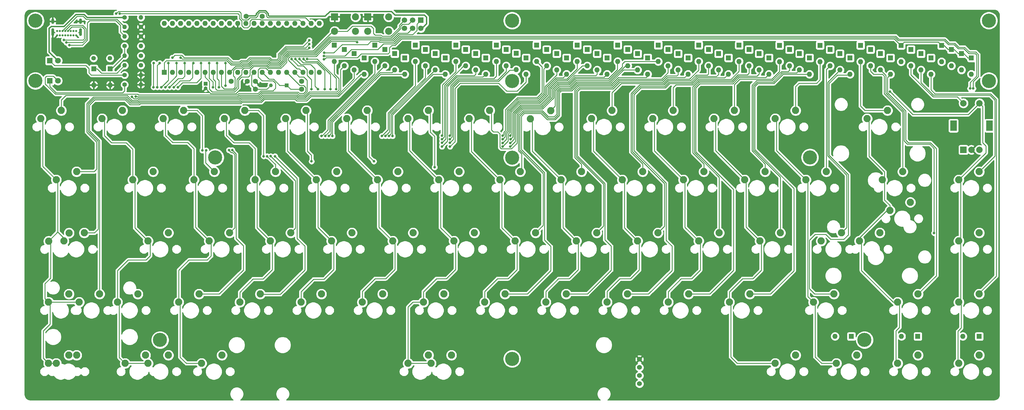
<source format=gbr>
G04 #@! TF.GenerationSoftware,KiCad,Pcbnew,(5.1.7)-1*
G04 #@! TF.CreationDate,2020-10-27T22:40:38-04:00*
G04 #@! TF.ProjectId,Ganjing keyboard,47616e6a-696e-4672-906b-6579626f6172,rev?*
G04 #@! TF.SameCoordinates,Original*
G04 #@! TF.FileFunction,Copper,L2,Bot*
G04 #@! TF.FilePolarity,Positive*
%FSLAX46Y46*%
G04 Gerber Fmt 4.6, Leading zero omitted, Abs format (unit mm)*
G04 Created by KiCad (PCBNEW (5.1.7)-1) date 2020-10-27 22:40:38*
%MOMM*%
%LPD*%
G01*
G04 APERTURE LIST*
G04 #@! TA.AperFunction,ComponentPad*
%ADD10O,1.600000X1.600000*%
G04 #@! TD*
G04 #@! TA.AperFunction,ComponentPad*
%ADD11R,1.600000X1.600000*%
G04 #@! TD*
G04 #@! TA.AperFunction,ComponentPad*
%ADD12C,2.250000*%
G04 #@! TD*
G04 #@! TA.AperFunction,ComponentPad*
%ADD13R,2.000000X2.000000*%
G04 #@! TD*
G04 #@! TA.AperFunction,ComponentPad*
%ADD14C,2.000000*%
G04 #@! TD*
G04 #@! TA.AperFunction,ComponentPad*
%ADD15R,2.000000X3.200000*%
G04 #@! TD*
G04 #@! TA.AperFunction,ComponentPad*
%ADD16C,1.524000*%
G04 #@! TD*
G04 #@! TA.AperFunction,ComponentPad*
%ADD17C,1.150000*%
G04 #@! TD*
G04 #@! TA.AperFunction,ComponentPad*
%ADD18R,1.150000X1.150000*%
G04 #@! TD*
G04 #@! TA.AperFunction,ComponentPad*
%ADD19C,4.400000*%
G04 #@! TD*
G04 #@! TA.AperFunction,ComponentPad*
%ADD20C,0.650000*%
G04 #@! TD*
G04 #@! TA.AperFunction,ComponentPad*
%ADD21O,0.900000X2.400000*%
G04 #@! TD*
G04 #@! TA.AperFunction,ComponentPad*
%ADD22O,0.900000X1.700000*%
G04 #@! TD*
G04 #@! TA.AperFunction,ComponentPad*
%ADD23C,2.200000*%
G04 #@! TD*
G04 #@! TA.AperFunction,ComponentPad*
%ADD24R,2.200000X2.200000*%
G04 #@! TD*
G04 #@! TA.AperFunction,ComponentPad*
%ADD25O,1.400000X1.400000*%
G04 #@! TD*
G04 #@! TA.AperFunction,ComponentPad*
%ADD26C,1.400000*%
G04 #@! TD*
G04 #@! TA.AperFunction,ComponentPad*
%ADD27R,1.700000X1.700000*%
G04 #@! TD*
G04 #@! TA.AperFunction,ComponentPad*
%ADD28C,1.700000*%
G04 #@! TD*
G04 #@! TA.AperFunction,ComponentPad*
%ADD29C,1.800000*%
G04 #@! TD*
G04 #@! TA.AperFunction,ComponentPad*
%ADD30R,1.800000X1.800000*%
G04 #@! TD*
G04 #@! TA.AperFunction,ComponentPad*
%ADD31R,1.200000X1.200000*%
G04 #@! TD*
G04 #@! TA.AperFunction,ComponentPad*
%ADD32C,1.200000*%
G04 #@! TD*
G04 #@! TA.AperFunction,ComponentPad*
%ADD33C,1.600000*%
G04 #@! TD*
G04 #@! TA.AperFunction,ViaPad*
%ADD34C,0.800000*%
G04 #@! TD*
G04 #@! TA.AperFunction,Conductor*
%ADD35C,0.250000*%
G04 #@! TD*
G04 #@! TA.AperFunction,Conductor*
%ADD36C,0.400000*%
G04 #@! TD*
G04 #@! TA.AperFunction,Conductor*
%ADD37C,0.254000*%
G04 #@! TD*
G04 #@! TA.AperFunction,Conductor*
%ADD38C,0.100000*%
G04 #@! TD*
G04 APERTURE END LIST*
D10*
X156600000Y-113000000D03*
D11*
X156600000Y-107920000D03*
D10*
X169200000Y-113000000D03*
D11*
X169200000Y-107920000D03*
D10*
X181800000Y-113000000D03*
D11*
X181800000Y-107920000D03*
D10*
X194400000Y-113000000D03*
D11*
X194400000Y-107920000D03*
D10*
X207000000Y-113000000D03*
D11*
X207000000Y-107920000D03*
D10*
X219600000Y-113000000D03*
D11*
X219600000Y-107920000D03*
D10*
X232200000Y-113000000D03*
D11*
X232200000Y-107920000D03*
D10*
X244800000Y-113000000D03*
D11*
X244800000Y-107920000D03*
D10*
X257400000Y-113000000D03*
D11*
X257400000Y-107920000D03*
D10*
X270000000Y-113000000D03*
D11*
X270000000Y-107920000D03*
D10*
X282600000Y-113000000D03*
D11*
X282600000Y-107920000D03*
D10*
X295200000Y-113050000D03*
D11*
X295200000Y-107970000D03*
D10*
X307800000Y-113050000D03*
D11*
X307800000Y-107970000D03*
D10*
X320400000Y-113050000D03*
D11*
X320400000Y-107970000D03*
D10*
X336100000Y-114350000D03*
D11*
X336100000Y-109270000D03*
D10*
X159700000Y-114350000D03*
D11*
X159700000Y-109270000D03*
D10*
X172300000Y-114350000D03*
D11*
X172300000Y-109270000D03*
D10*
X184900000Y-114350000D03*
D11*
X184900000Y-109270000D03*
D10*
X197500000Y-114350000D03*
D11*
X197500000Y-109270000D03*
D10*
X210100000Y-114350000D03*
D11*
X210100000Y-109270000D03*
D10*
X222700000Y-114380000D03*
D11*
X222700000Y-109300000D03*
D10*
X235300000Y-114350000D03*
D11*
X235300000Y-109270000D03*
D10*
X247900000Y-114350000D03*
D11*
X247900000Y-109270000D03*
D10*
X260500000Y-114350000D03*
D11*
X260500000Y-109270000D03*
D10*
X273100000Y-114350000D03*
D11*
X273100000Y-109270000D03*
D10*
X285700000Y-114350000D03*
D11*
X285700000Y-109270000D03*
D10*
X298300000Y-114350000D03*
D11*
X298300000Y-109270000D03*
D10*
X310900000Y-114350000D03*
D11*
X310900000Y-109270000D03*
D10*
X323500000Y-114350000D03*
D11*
X323500000Y-109270000D03*
D10*
X339200000Y-115650000D03*
D11*
X339200000Y-110570000D03*
D10*
X162800000Y-115650000D03*
D11*
X162800000Y-110570000D03*
D10*
X175400000Y-115650000D03*
D11*
X175400000Y-110570000D03*
D10*
X188000000Y-115650000D03*
D11*
X188000000Y-110570000D03*
D10*
X200600000Y-115650000D03*
D11*
X200600000Y-110570000D03*
D10*
X213200000Y-115550000D03*
D11*
X213200000Y-110470000D03*
D10*
X225800000Y-115650000D03*
D11*
X225800000Y-110570000D03*
D10*
X238400000Y-115650000D03*
D11*
X238400000Y-110570000D03*
D10*
X251000000Y-115650000D03*
D11*
X251000000Y-110570000D03*
D10*
X263600000Y-115650000D03*
D11*
X263600000Y-110570000D03*
D10*
X276200000Y-115650000D03*
D11*
X276200000Y-110570000D03*
D10*
X288800000Y-115650000D03*
D11*
X288800000Y-110570000D03*
D10*
X301400000Y-115650000D03*
D11*
X301400000Y-110570000D03*
D10*
X314000000Y-115650000D03*
D11*
X314000000Y-110570000D03*
D10*
X326600000Y-115650000D03*
D11*
X326600000Y-110570000D03*
D10*
X165900000Y-116950000D03*
D11*
X165900000Y-111870000D03*
D10*
X191100000Y-116980000D03*
D11*
X191100000Y-111900000D03*
D10*
X203700000Y-116950000D03*
D11*
X203700000Y-111870000D03*
D10*
X216300000Y-116950000D03*
D11*
X216300000Y-111870000D03*
D10*
X228900000Y-116950000D03*
D11*
X228900000Y-111870000D03*
D10*
X241500000Y-116950000D03*
D11*
X241500000Y-111870000D03*
D10*
X254100000Y-116950000D03*
D11*
X254100000Y-111870000D03*
D10*
X266700000Y-116950000D03*
D11*
X266700000Y-111870000D03*
D10*
X279300000Y-116950000D03*
D11*
X279300000Y-111870000D03*
D10*
X291900000Y-116950000D03*
D11*
X291900000Y-111870000D03*
D10*
X304500000Y-116950000D03*
D11*
X304500000Y-111870000D03*
D10*
X317100000Y-116950000D03*
D11*
X317100000Y-111870000D03*
D10*
X329700000Y-116950000D03*
D11*
X329700000Y-111870000D03*
D10*
X342300000Y-116950000D03*
D11*
X342300000Y-111870000D03*
D10*
X333000000Y-113050000D03*
D11*
X333000000Y-107970000D03*
D10*
X345600000Y-113050000D03*
D11*
X345600000Y-107970000D03*
D10*
X348700000Y-114350000D03*
D11*
X348700000Y-109270000D03*
D10*
X351800000Y-115650000D03*
D11*
X351800000Y-110570000D03*
D10*
X354900000Y-116950000D03*
D11*
X354900000Y-111870000D03*
D10*
X312450000Y-198600000D03*
D11*
X317530000Y-198600000D03*
D10*
X333150000Y-198600000D03*
D11*
X338230000Y-198600000D03*
D10*
X352250000Y-198600000D03*
D11*
X357330000Y-198600000D03*
D10*
X178500000Y-116950000D03*
D11*
X178500000Y-111870000D03*
D10*
X86800000Y-120350000D03*
D11*
X86800000Y-115270000D03*
D10*
X81700000Y-120350000D03*
D11*
X81700000Y-115270000D03*
D12*
X193040000Y-204470000D03*
X186690000Y-207010000D03*
X335915000Y-156845000D03*
X329565000Y-159385000D03*
X185896250Y-204470000D03*
X179546250Y-207010000D03*
D13*
X352425000Y-140493750D03*
D14*
X354925000Y-140493750D03*
X357425000Y-140493750D03*
D15*
X349325000Y-132993750D03*
X360525000Y-132993750D03*
D14*
X352425000Y-125993750D03*
X357425000Y-125993750D03*
D16*
X251581250Y-213360000D03*
X251581250Y-210820000D03*
X251581250Y-208280000D03*
X251581250Y-205740000D03*
D17*
X136860000Y-120400000D03*
D18*
X141740000Y-120400000D03*
D12*
X326390000Y-166370000D03*
X320040000Y-168910000D03*
X328771250Y-128270000D03*
X322421250Y-130810000D03*
X83502500Y-185420000D03*
X77152500Y-187960000D03*
X67653000Y-168935400D03*
X74003000Y-166395400D03*
D19*
X321625673Y-199719741D03*
X304644329Y-142875775D03*
X102330758Y-199719741D03*
X119519591Y-142875775D03*
X211931250Y-205575860D03*
X211931250Y-142920744D03*
D12*
X333533750Y-147320000D03*
X327183750Y-149860000D03*
X143033750Y-166370000D03*
X136683750Y-168910000D03*
D19*
X211931250Y-119062500D03*
X211931250Y-100267531D03*
X360331250Y-100267531D03*
X360331250Y-119062500D03*
X63531250Y-119017531D03*
X63531250Y-100267531D03*
D20*
X74525000Y-104850000D03*
X76225000Y-104850000D03*
X75375000Y-104850000D03*
X73675000Y-104850000D03*
X72825000Y-104850000D03*
X71975000Y-104850000D03*
X71125000Y-104850000D03*
X70275000Y-104850000D03*
X76225000Y-103525000D03*
X75370000Y-103525000D03*
X74520000Y-103525000D03*
X73670000Y-103525000D03*
X72820000Y-103525000D03*
X71970000Y-103525000D03*
X71120000Y-103525000D03*
X70270000Y-103525000D03*
D21*
X77575000Y-103870000D03*
X68925000Y-103870000D03*
D22*
X77575000Y-100490000D03*
X68925000Y-100490000D03*
D10*
X103650000Y-101160000D03*
X151910000Y-116400000D03*
X106190000Y-101160000D03*
X149370000Y-116400000D03*
X108730000Y-101160000D03*
X146830000Y-116400000D03*
X111270000Y-101160000D03*
X144290000Y-116400000D03*
X113810000Y-101160000D03*
X141750000Y-116400000D03*
X116350000Y-101160000D03*
X139210000Y-116400000D03*
X118890000Y-101160000D03*
X136670000Y-116400000D03*
X121430000Y-101160000D03*
X134130000Y-116400000D03*
X123970000Y-101160000D03*
X131590000Y-116400000D03*
X126510000Y-101160000D03*
X129050000Y-116400000D03*
X129050000Y-101160000D03*
X126510000Y-116400000D03*
X131590000Y-101160000D03*
X123970000Y-116400000D03*
X134130000Y-101160000D03*
X121430000Y-116400000D03*
X136670000Y-101160000D03*
X118890000Y-116400000D03*
X139210000Y-101160000D03*
X116350000Y-116400000D03*
X141750000Y-101160000D03*
X113810000Y-116400000D03*
X144290000Y-101160000D03*
X111270000Y-116400000D03*
X146830000Y-101160000D03*
X108730000Y-116400000D03*
X149370000Y-101160000D03*
X106190000Y-116400000D03*
X151910000Y-101160000D03*
D11*
X103650000Y-116400000D03*
D23*
X156700000Y-103600000D03*
X163200000Y-103600000D03*
X163200000Y-99100000D03*
D24*
X156700000Y-99100000D03*
D23*
X167000000Y-103600000D03*
X173500000Y-103600000D03*
X173500000Y-99100000D03*
D24*
X167000000Y-99100000D03*
D25*
X91320000Y-114200000D03*
D26*
X96400000Y-114200000D03*
D25*
X91320000Y-111200000D03*
D26*
X96400000Y-111200000D03*
D25*
X91320000Y-102200000D03*
D26*
X96400000Y-102200000D03*
D25*
X91320000Y-105200000D03*
D26*
X96400000Y-105200000D03*
D25*
X96380000Y-99300000D03*
D26*
X91300000Y-99300000D03*
D25*
X96380000Y-108200000D03*
D26*
X91300000Y-108200000D03*
D25*
X96380000Y-117200000D03*
D26*
X91300000Y-117200000D03*
D25*
X96380000Y-120200000D03*
D26*
X91300000Y-120200000D03*
D12*
X104933750Y-204470000D03*
X98583750Y-207010000D03*
X76358750Y-204470000D03*
X70008750Y-207010000D03*
X73977500Y-185420000D03*
X67627500Y-187960000D03*
X314483750Y-166370000D03*
X308133750Y-168910000D03*
X95408750Y-185420000D03*
X89058750Y-187960000D03*
X357346250Y-204470000D03*
X350996250Y-207010000D03*
X338296250Y-204470000D03*
X331946250Y-207010000D03*
X319246250Y-204470000D03*
X312896250Y-207010000D03*
X300196250Y-204470000D03*
X293846250Y-207010000D03*
X121602500Y-204470000D03*
X115252500Y-207010000D03*
X97790000Y-204470000D03*
X91440000Y-207010000D03*
X73977500Y-204470000D03*
X67627500Y-207010000D03*
X357346250Y-185420000D03*
X350996250Y-187960000D03*
X338296250Y-185420000D03*
X331946250Y-187960000D03*
X305752500Y-187960000D03*
X312102500Y-185420000D03*
X285908750Y-185420000D03*
X279558750Y-187960000D03*
X266858750Y-185420000D03*
X260508750Y-187960000D03*
X247808750Y-185420000D03*
X241458750Y-187960000D03*
X228758750Y-185420000D03*
X222408750Y-187960000D03*
X209708750Y-185420000D03*
X203358750Y-187960000D03*
X190658750Y-185420000D03*
X184308750Y-187960000D03*
X171608750Y-185420000D03*
X165258750Y-187960000D03*
X152558750Y-185420000D03*
X146208750Y-187960000D03*
X133508750Y-185420000D03*
X127158750Y-187960000D03*
X114458750Y-185420000D03*
X108108750Y-187960000D03*
X357346250Y-166370000D03*
X350996250Y-168910000D03*
X295433750Y-166370000D03*
X289083750Y-168910000D03*
X276383750Y-166370000D03*
X270033750Y-168910000D03*
X257333750Y-166370000D03*
X250983750Y-168910000D03*
X238283750Y-166370000D03*
X231933750Y-168910000D03*
X219233750Y-166370000D03*
X212883750Y-168910000D03*
X200183750Y-166370000D03*
X193833750Y-168910000D03*
X181133750Y-166370000D03*
X174783750Y-168910000D03*
X162083750Y-166370000D03*
X155733750Y-168910000D03*
X123983750Y-166370000D03*
X117633750Y-168910000D03*
X104933750Y-166370000D03*
X98583750Y-168910000D03*
X72390000Y-168910000D03*
X78740000Y-166370000D03*
X357346250Y-147320000D03*
X350996250Y-149860000D03*
X309721250Y-147320000D03*
X303371250Y-149860000D03*
X290671250Y-147320000D03*
X284321250Y-149860000D03*
X271621250Y-147320000D03*
X265271250Y-149860000D03*
X252571250Y-147320000D03*
X246221250Y-149860000D03*
X233521250Y-147320000D03*
X227171250Y-149860000D03*
X214471250Y-147320000D03*
X208121250Y-149860000D03*
X195421250Y-147320000D03*
X189071250Y-149860000D03*
X176371250Y-147320000D03*
X170021250Y-149860000D03*
X157321250Y-147320000D03*
X150971250Y-149860000D03*
X138271250Y-147320000D03*
X131921250Y-149860000D03*
X119221250Y-147320000D03*
X112871250Y-149860000D03*
X100171250Y-147320000D03*
X93821250Y-149860000D03*
X76358750Y-147320000D03*
X70008750Y-149860000D03*
X300196250Y-128270000D03*
X293846250Y-130810000D03*
X281146250Y-128270000D03*
X274796250Y-130810000D03*
X262096250Y-128270000D03*
X255746250Y-130810000D03*
X243046250Y-128270000D03*
X236696250Y-130810000D03*
X223996250Y-128320000D03*
X217646250Y-130860000D03*
X204946250Y-128270000D03*
X198596250Y-130810000D03*
X185896250Y-128270000D03*
X179546250Y-130810000D03*
X166846250Y-128270000D03*
X160496250Y-130810000D03*
X147796250Y-128270000D03*
X141446250Y-130810000D03*
X128746250Y-128270000D03*
X122396250Y-130810000D03*
X109696250Y-128270000D03*
X103346250Y-130810000D03*
X90646250Y-128270000D03*
X84296250Y-130810000D03*
X71596250Y-128270000D03*
X65246250Y-130810000D03*
D27*
X183540000Y-100130000D03*
D28*
X183540000Y-102670000D03*
X181000000Y-100130000D03*
X181000000Y-102670000D03*
X178460000Y-100130000D03*
X178460000Y-102670000D03*
D26*
X86750000Y-112000000D03*
X81650000Y-112000000D03*
D29*
X70540000Y-112750000D03*
D30*
X68000000Y-112750000D03*
D29*
X70540000Y-119000000D03*
D30*
X68000000Y-119000000D03*
D31*
X116500000Y-119900000D03*
D32*
X116500000Y-121400000D03*
D33*
X134150000Y-98900000D03*
X129150000Y-98900000D03*
X129500000Y-119150000D03*
X124500000Y-119150000D03*
X132000000Y-119150000D03*
X132000000Y-121650000D03*
X146400000Y-119150000D03*
X146400000Y-121650000D03*
D34*
X83900000Y-105700000D03*
X63600000Y-109300000D03*
X94000000Y-109800000D03*
X116400000Y-108700000D03*
X122700000Y-103900000D03*
X136700000Y-108700000D03*
X160200000Y-100900000D03*
X170600000Y-100900000D03*
X173100000Y-119500000D03*
X218700000Y-119500000D03*
X297600000Y-119500000D03*
X315600000Y-119500000D03*
X324300000Y-119500000D03*
X334800000Y-117300000D03*
X350100000Y-119500000D03*
X360300000Y-113000000D03*
X76800000Y-120600000D03*
X113000000Y-121400000D03*
X129200000Y-121500000D03*
X134300000Y-120300000D03*
X160400000Y-118100000D03*
X153600000Y-128200000D03*
X137200000Y-128200000D03*
X125700000Y-128200000D03*
X106200000Y-128200000D03*
X100600000Y-128200000D03*
X87100000Y-128200000D03*
X75900000Y-128200000D03*
X68000000Y-128200000D03*
X64000000Y-142000000D03*
X73700000Y-142000000D03*
X88100000Y-142000000D03*
X103200000Y-142000000D03*
X66200000Y-160600000D03*
X76900000Y-160600000D03*
X88100000Y-160600000D03*
X103200000Y-160600000D03*
X115600000Y-147200000D03*
X118100000Y-131500000D03*
X128900000Y-142000000D03*
X134700000Y-146300000D03*
X148200000Y-160600000D03*
X153700000Y-144700000D03*
X160700000Y-148700000D03*
X177500000Y-136900000D03*
X183700000Y-137400000D03*
X182500000Y-128200000D03*
X201600000Y-128200000D03*
X229100000Y-128200000D03*
X239500000Y-128200000D03*
X252600000Y-128200000D03*
X258800000Y-128200000D03*
X265600000Y-128200000D03*
X175400000Y-160600000D03*
X195100000Y-160600000D03*
X205800000Y-160600000D03*
X215500000Y-160600000D03*
X225200000Y-160600000D03*
X234600000Y-160600000D03*
X244100000Y-160600000D03*
X253500000Y-160600000D03*
X262800000Y-160600000D03*
X245000000Y-142000000D03*
X254400000Y-142000000D03*
X264100000Y-142000000D03*
X235000000Y-142000000D03*
X226000000Y-142000000D03*
X216600000Y-138000000D03*
X206000000Y-144400000D03*
X198400000Y-142000000D03*
X179800000Y-147400000D03*
X170500000Y-128200000D03*
X271300000Y-160600000D03*
X278500000Y-160600000D03*
X273300000Y-142000000D03*
X277500000Y-128200000D03*
X290500000Y-128200000D03*
X282300000Y-142000000D03*
X290400000Y-160600000D03*
X297600000Y-155900000D03*
X292600000Y-142000000D03*
X299700000Y-142000000D03*
X305100000Y-128200000D03*
X307400000Y-163300000D03*
X296100000Y-190800000D03*
X346200000Y-128200000D03*
X321400000Y-142000000D03*
X329100000Y-142000000D03*
X338100000Y-146600000D03*
X339700000Y-133500000D03*
X360500000Y-137200000D03*
X360500000Y-149200000D03*
X349300000Y-142000000D03*
X358900000Y-215300000D03*
X356300000Y-181000000D03*
X345300000Y-202300000D03*
X326200000Y-202300000D03*
X320500000Y-188700000D03*
X345200000Y-188800000D03*
X333400000Y-176800000D03*
X285900000Y-215300000D03*
X272900000Y-181000000D03*
X265700000Y-176800000D03*
X253800000Y-181000000D03*
X246900000Y-176800000D03*
X234600000Y-181000000D03*
X228000000Y-176800000D03*
X215900000Y-181000000D03*
X199000000Y-181000000D03*
X181100000Y-181000000D03*
X161500000Y-181000000D03*
X151100000Y-176800000D03*
X139100000Y-181000000D03*
X131800000Y-176800000D03*
X189500000Y-202300000D03*
X217900000Y-202300000D03*
X232900000Y-215300000D03*
X198400000Y-215300000D03*
X161100000Y-215300000D03*
X161400000Y-202300000D03*
X133200000Y-202300000D03*
X268400000Y-202300000D03*
X76800000Y-181000000D03*
X64300000Y-188000000D03*
X66900000Y-213600000D03*
X84000000Y-202300000D03*
X102600000Y-181000000D03*
X117600000Y-181000000D03*
X119500000Y-160600000D03*
X129500000Y-160600000D03*
X138600000Y-160600000D03*
X113900000Y-202300000D03*
X123500000Y-217900000D03*
X61200000Y-217300000D03*
X257400000Y-116200000D03*
X187900000Y-119700000D03*
X151700000Y-105300000D03*
X146700000Y-105300000D03*
X152600000Y-136174924D03*
X171400000Y-136200000D03*
X115500000Y-140700000D03*
X190100202Y-136099712D03*
X134600000Y-142500002D03*
X192525000Y-136100000D03*
X149500000Y-144100000D03*
X168900000Y-144100000D03*
X208999997Y-136100003D03*
X187800000Y-145925000D03*
X211374924Y-136100000D03*
X153800002Y-136200000D03*
X172500000Y-136200000D03*
X116700000Y-140700000D03*
X190097043Y-137192344D03*
X135699992Y-142500000D03*
X192525000Y-137200000D03*
X209000004Y-137200000D03*
X211400000Y-137200004D03*
X154900000Y-136199996D03*
X173599998Y-136200000D03*
X123799987Y-140600000D03*
X190100000Y-138300004D03*
X136797752Y-142489312D03*
X192600000Y-138300000D03*
X209000000Y-138400000D03*
X211387341Y-138387340D03*
X343300000Y-166400000D03*
X174699998Y-136200000D03*
X124800000Y-140600002D03*
X138100000Y-142500000D03*
X190100000Y-139499998D03*
X192600000Y-139500000D03*
X208987342Y-139474990D03*
X211387339Y-139474990D03*
X153400000Y-112299998D03*
X148800000Y-108800000D03*
X156000000Y-136200000D03*
X72400000Y-106300000D03*
X73200000Y-107100000D03*
X89800000Y-98125010D03*
X88700000Y-98100000D03*
X100300000Y-121000000D03*
X100400000Y-113500000D03*
X101500000Y-121000000D03*
X102200000Y-113500000D03*
X102700000Y-121000000D03*
X104900000Y-113500000D03*
X104000002Y-121000000D03*
X107500004Y-113500000D03*
X105300000Y-121000002D03*
X110000002Y-113500000D03*
X106600000Y-120999998D03*
X112700000Y-113500000D03*
X107900000Y-121000000D03*
X115100000Y-113499998D03*
X118774990Y-121000000D03*
X117600000Y-113500000D03*
X120700000Y-121000036D03*
X120100000Y-113500000D03*
X122700000Y-120500000D03*
X122699998Y-113500000D03*
X149500000Y-121600000D03*
X143262660Y-112262660D03*
X151500000Y-121600000D03*
X144500000Y-112250001D03*
X153600000Y-121600000D03*
X145750000Y-112250000D03*
X155400000Y-121600000D03*
X147000000Y-112250002D03*
X157200000Y-121600000D03*
X329550090Y-122349910D03*
X148100000Y-112259960D03*
X163700016Y-106975021D03*
X93600072Y-124000000D03*
X94800000Y-123900000D03*
X148800000Y-107600000D03*
X153400000Y-111299995D03*
X354500000Y-121400000D03*
X108729998Y-111769964D03*
X148800000Y-106400000D03*
X153412651Y-110287341D03*
X355500000Y-121399998D03*
X106200000Y-111800000D03*
X74100000Y-107900000D03*
D35*
X117099999Y-121999999D02*
X116500000Y-121400000D01*
X129650000Y-121050000D02*
X129200000Y-121500000D01*
X127500000Y-121500000D02*
X126050011Y-122949989D01*
X126050011Y-122949989D02*
X118049989Y-122949989D01*
X129200000Y-121500000D02*
X127500000Y-121500000D01*
X118049989Y-122949989D02*
X117099999Y-121999999D01*
X129200000Y-121500000D02*
X129200000Y-121500000D01*
X137700000Y-118500000D02*
X139600000Y-120400000D01*
X134130000Y-116400000D02*
X136230000Y-118500000D01*
X136230000Y-118500000D02*
X137700000Y-118500000D01*
X141650000Y-120400000D02*
X141700000Y-120400000D01*
X139600000Y-120400000D02*
X141740000Y-120400000D01*
X142990000Y-121650000D02*
X146400000Y-121650000D01*
X141740000Y-120400000D02*
X142990000Y-121650000D01*
X130800000Y-120450000D02*
X132000000Y-121650000D01*
X131590000Y-116400000D02*
X130800000Y-117190000D01*
X130800000Y-117190000D02*
X130800000Y-120450000D01*
X135610000Y-121650000D02*
X136860000Y-120400000D01*
X132000000Y-121650000D02*
X135610000Y-121650000D01*
D36*
X78674989Y-98374989D02*
X79600000Y-99300000D01*
X67800000Y-110010000D02*
X67800000Y-102700000D01*
X70540000Y-112750000D02*
X67800000Y-110010000D01*
X67800000Y-102700000D02*
X68400000Y-102100000D01*
X68400000Y-102100000D02*
X72406494Y-102100000D01*
X79600000Y-99300000D02*
X91300000Y-99300000D01*
X72406494Y-102100000D02*
X76131505Y-98374989D01*
X76131505Y-98374989D02*
X78674989Y-98374989D01*
X185300000Y-99200000D02*
X185300000Y-101255000D01*
X184600000Y-98500000D02*
X185300000Y-99200000D01*
X175500000Y-98500000D02*
X184600000Y-98500000D01*
X174400000Y-97400000D02*
X175500000Y-98500000D01*
X155200000Y-97400000D02*
X174400000Y-97400000D01*
X183610000Y-102600000D02*
X183540000Y-102670000D01*
X132274990Y-98425010D02*
X132274991Y-98082533D01*
X131900000Y-98800000D02*
X132274990Y-98425010D01*
X132274991Y-98082533D02*
X133182533Y-97174991D01*
X133182533Y-97174991D02*
X135117467Y-97174991D01*
X185300000Y-101255000D02*
X183955000Y-102600000D01*
X136025010Y-98600000D02*
X136300000Y-98874990D01*
X129150000Y-98900000D02*
X129250000Y-98800000D01*
X129250000Y-98800000D02*
X131900000Y-98800000D01*
X135117467Y-97174991D02*
X136025010Y-98082534D01*
X183955000Y-102600000D02*
X183610000Y-102600000D01*
X136025010Y-98082534D02*
X136025010Y-98600000D01*
X136300000Y-98874990D02*
X153725010Y-98874990D01*
X153725010Y-98874990D02*
X155200000Y-97400000D01*
D35*
X92127070Y-123600000D02*
X73000000Y-123600000D01*
X93602080Y-125075010D02*
X92127070Y-123600000D01*
X73000000Y-123600000D02*
X71596250Y-125003750D01*
X95334401Y-125075011D02*
X93602080Y-125075010D01*
X95609392Y-124800020D02*
X95334401Y-125075011D01*
X127359200Y-124350030D02*
X126909210Y-124800020D01*
X157373002Y-122500000D02*
X148772818Y-122500000D01*
X147372799Y-123900019D02*
X145419697Y-123900018D01*
X158000000Y-121873002D02*
X157373002Y-122500000D01*
X158000000Y-118300000D02*
X158000000Y-121873002D01*
X71596250Y-125003750D02*
X71596250Y-128270000D01*
X134259200Y-123450030D02*
X133359200Y-124350030D01*
X156600000Y-113000000D02*
X156600000Y-116900000D01*
X156600000Y-116900000D02*
X158000000Y-118300000D01*
X126909210Y-124800020D02*
X95609392Y-124800020D01*
X148772818Y-122500000D02*
X147372799Y-123900019D01*
X145419697Y-123900018D02*
X144969709Y-123450030D01*
X144969709Y-123450030D02*
X134259200Y-123450030D01*
X133359200Y-124350030D02*
X127359200Y-124350030D01*
X152752076Y-136174924D02*
X152600000Y-136174924D01*
X154649972Y-134277028D02*
X152752076Y-136174924D01*
X154649972Y-131340801D02*
X154649972Y-134277028D01*
X169200000Y-113000000D02*
X169200000Y-116790770D01*
X169200000Y-116790770D02*
X154649972Y-131340801D01*
X113870000Y-128270000D02*
X109696250Y-128270000D01*
X115500000Y-140700000D02*
X115500000Y-129900000D01*
X115500000Y-129900000D02*
X113870000Y-128270000D01*
X173349967Y-134250033D02*
X171400000Y-136200000D01*
X173349967Y-129040802D02*
X173349967Y-134250033D01*
X181800000Y-113000000D02*
X181800000Y-120590770D01*
X181800000Y-120590770D02*
X173349967Y-129040802D01*
X194400000Y-116200000D02*
X194400000Y-113000000D01*
X190300000Y-120300000D02*
X194400000Y-116200000D01*
X190100202Y-136099712D02*
X190300000Y-135899914D01*
X190300000Y-135899914D02*
X190300000Y-120300000D01*
X134600000Y-141934317D02*
X134600000Y-142500002D01*
X134600000Y-129900000D02*
X134600000Y-141934317D01*
X128746250Y-128270000D02*
X132970000Y-128270000D01*
X132970000Y-128270000D02*
X134600000Y-129900000D01*
X192800000Y-135825000D02*
X192800000Y-120500000D01*
X192800000Y-120500000D02*
X195000000Y-118300000D01*
X192525000Y-136100000D02*
X192800000Y-135825000D01*
X195000000Y-118300000D02*
X206300000Y-118300000D01*
X207000000Y-117600000D02*
X207000000Y-113000000D01*
X206300000Y-118300000D02*
X207000000Y-117600000D01*
X148200000Y-128673750D02*
X147796250Y-128270000D01*
X148200000Y-140900000D02*
X148200000Y-128673750D01*
X149500000Y-144100000D02*
X149500000Y-142200000D01*
X149500000Y-142200000D02*
X148200000Y-140900000D01*
X167400000Y-128823750D02*
X166846250Y-128270000D01*
X168900000Y-144100000D02*
X167400000Y-142600000D01*
X167400000Y-142600000D02*
X167400000Y-128823750D01*
X221299907Y-122690863D02*
X221299907Y-114699907D01*
X219740860Y-124249910D02*
X221299907Y-122690863D01*
X213622395Y-124249910D02*
X219740860Y-124249910D01*
X210400000Y-127472305D02*
X213622395Y-124249910D01*
X221299907Y-114699907D02*
X219600000Y-113000000D01*
X210400000Y-127472309D02*
X210400000Y-127472305D01*
X209299890Y-135800110D02*
X209299891Y-135090880D01*
X208999997Y-136100003D02*
X209299890Y-135800110D01*
X209299891Y-135090880D02*
X209849892Y-134540879D01*
X209849892Y-134540879D02*
X209849893Y-128022416D01*
X209849893Y-128022416D02*
X210400000Y-127472309D01*
X186500000Y-128873750D02*
X185896250Y-128270000D01*
X186500000Y-135000000D02*
X186500000Y-128873750D01*
X187800000Y-145925000D02*
X187800000Y-136300000D01*
X187800000Y-136300000D02*
X186500000Y-135000000D01*
X232200000Y-115281540D02*
X228981536Y-118500004D01*
X228981536Y-118500004D02*
X225781536Y-118500005D01*
X214367999Y-126049948D02*
X211649933Y-128768017D01*
X223099944Y-121181598D02*
X223099942Y-123436468D01*
X225781536Y-118500005D02*
X223099944Y-121181598D01*
X211649933Y-128768017D02*
X211649930Y-135824994D01*
X220486463Y-126049947D02*
X214367999Y-126049948D01*
X211649930Y-135824994D02*
X211374924Y-136100000D01*
X223099942Y-123436468D02*
X220486463Y-126049947D01*
X232200000Y-113000000D02*
X232200000Y-115281540D01*
X244750000Y-113050000D02*
X244800000Y-113000000D01*
X226527136Y-120300044D02*
X229727136Y-120300044D01*
X231677147Y-118350033D02*
X241949967Y-118350033D01*
X224899980Y-121927200D02*
X226527136Y-120300044D01*
X224899980Y-124300020D02*
X224899980Y-121927200D01*
X221350012Y-127849988D02*
X224899980Y-124300020D01*
X229727136Y-120300044D02*
X231677147Y-118350033D01*
X215113600Y-127849988D02*
X221350012Y-127849988D01*
X207500000Y-134900000D02*
X208100000Y-135500000D01*
X206100000Y-134900000D02*
X207500000Y-134900000D01*
X205500000Y-134300000D02*
X206100000Y-134900000D01*
X208100000Y-139736500D02*
X208563500Y-140200000D01*
X204946250Y-128270000D02*
X205500000Y-128823750D01*
X208100000Y-135500000D02*
X208100000Y-139736500D01*
X241949967Y-118350033D02*
X244750000Y-115550000D01*
X208563500Y-140200000D02*
X211700000Y-140200000D01*
X205500000Y-128823750D02*
X205500000Y-134300000D01*
X213449967Y-138450033D02*
X213449969Y-129513619D01*
X211700000Y-140200000D02*
X213449967Y-138450033D01*
X244750000Y-115550000D02*
X244750000Y-113050000D01*
X213449969Y-129513619D02*
X215113600Y-127849988D01*
X223996250Y-128270000D02*
X225349988Y-126916262D01*
X226663591Y-120799999D02*
X229863591Y-120799999D01*
X229863591Y-120799999D02*
X231813581Y-118850009D01*
X231813581Y-118850009D02*
X242086402Y-118850009D01*
X247000000Y-113000000D02*
X256268630Y-113000000D01*
X225349988Y-126916262D02*
X225349989Y-122113601D01*
X256268630Y-113000000D02*
X257400000Y-113000000D01*
X246250000Y-114686411D02*
X246250000Y-113750000D01*
X246250000Y-113750000D02*
X247000000Y-113000000D01*
X225349989Y-122113601D02*
X226663591Y-120799999D01*
X242086402Y-118850009D02*
X246250000Y-114686411D01*
X270000000Y-114131370D02*
X270000000Y-113000000D01*
X270000000Y-115690767D02*
X270000000Y-114131370D01*
X267190767Y-118500000D02*
X270000000Y-115690767D01*
X259079586Y-119843234D02*
X260422820Y-118500000D01*
X243046250Y-128270000D02*
X243046250Y-122703750D01*
X245906766Y-119843234D02*
X259079586Y-119843234D01*
X243046250Y-122703750D02*
X245906766Y-119843234D01*
X260422820Y-118500000D02*
X267190767Y-118500000D01*
X282600000Y-114131370D02*
X282600000Y-113000000D01*
X282600000Y-116063590D02*
X282600000Y-114131370D01*
X269943208Y-118549996D02*
X280113594Y-118549996D01*
X262096250Y-121149133D02*
X262945343Y-120300040D01*
X269943206Y-118549998D02*
X269943208Y-118549996D01*
X268090728Y-120300040D02*
X269840770Y-118549998D01*
X262096250Y-128270000D02*
X262096250Y-121149133D01*
X280113594Y-118549996D02*
X282600000Y-116063590D01*
X262945343Y-120300040D02*
X268090728Y-120300040D01*
X269840770Y-118549998D02*
X269943206Y-118549998D01*
X281146250Y-128270000D02*
X281146250Y-120153750D01*
X295200000Y-114181370D02*
X295200000Y-113050000D01*
X282800000Y-118500000D02*
X292827180Y-118500000D01*
X295200000Y-116127180D02*
X295200000Y-114181370D01*
X281146250Y-120153750D02*
X282800000Y-118500000D01*
X292827180Y-118500000D02*
X295200000Y-116127180D01*
X307800000Y-118700000D02*
X307800000Y-113050000D01*
X306750000Y-119750000D02*
X307800000Y-118700000D01*
X301250000Y-119750000D02*
X306750000Y-119750000D01*
X300196250Y-128270000D02*
X300196250Y-120803750D01*
X300196250Y-120803750D02*
X301250000Y-119750000D01*
X320400000Y-126900000D02*
X320400000Y-113050000D01*
X328771250Y-128270000D02*
X321770000Y-128270000D01*
X321770000Y-128270000D02*
X320400000Y-126900000D01*
X336100000Y-114350000D02*
X336100000Y-117100000D01*
X352425000Y-125916482D02*
X352425000Y-125993750D01*
X336100000Y-117100000D02*
X343000000Y-124000000D01*
X343000000Y-124000000D02*
X350508518Y-124000000D01*
X350508518Y-124000000D02*
X352425000Y-125916482D01*
X93415681Y-125525019D02*
X95520802Y-125525020D01*
X91940670Y-124104260D02*
X91940670Y-124050010D01*
X91940670Y-124050010D02*
X93415681Y-125525019D01*
X158500000Y-115550000D02*
X159700000Y-114350000D01*
X91886422Y-124050012D02*
X91940670Y-124104260D01*
X127545600Y-124800040D02*
X133545601Y-124800039D01*
X81780000Y-147320000D02*
X82602479Y-146497521D01*
X76358750Y-147320000D02*
X81780000Y-147320000D01*
X82602479Y-146497521D02*
X82602479Y-138075299D01*
X95795792Y-125250030D02*
X127095610Y-125250030D01*
X127095610Y-125250030D02*
X127545600Y-124800040D01*
X145233298Y-124350027D02*
X147559199Y-124350028D01*
X82602479Y-138075299D02*
X79499980Y-134972799D01*
X95520802Y-125525020D02*
X95795792Y-125250030D01*
X79499980Y-134972799D02*
X79499982Y-126127198D01*
X133545601Y-124800039D02*
X134445600Y-123900040D01*
X79499982Y-126127198D02*
X81577171Y-124050010D01*
X148909227Y-123000000D02*
X157509412Y-123000000D01*
X134445600Y-123900040D02*
X144783309Y-123900040D01*
X144783309Y-123900040D02*
X145233298Y-124350027D01*
X147559199Y-124350028D02*
X148909227Y-123000000D01*
X157509412Y-123000000D02*
X158500000Y-122009412D01*
X81577171Y-124050010D02*
X91886422Y-124050012D01*
X158500000Y-122009412D02*
X158500000Y-115550000D01*
X153800002Y-136099998D02*
X153800002Y-136200000D01*
X155099980Y-134800020D02*
X153800002Y-136099998D01*
X155099981Y-131527200D02*
X155099980Y-134800020D01*
X172300000Y-114350000D02*
X172277179Y-114350000D01*
X172277179Y-114350000D02*
X155099981Y-131527200D01*
X184900000Y-118127180D02*
X184900000Y-115481370D01*
X184900000Y-115481370D02*
X184900000Y-114350000D01*
X173799977Y-129227202D02*
X184900000Y-118127180D01*
X172500000Y-136200000D02*
X173799977Y-134900023D01*
X173799977Y-134900023D02*
X173799977Y-129227202D01*
X116500000Y-140900000D02*
X116700000Y-140700000D01*
X119221250Y-147320000D02*
X116500000Y-144598750D01*
X116500000Y-144598750D02*
X116500000Y-140900000D01*
X190497042Y-136792345D02*
X190097043Y-137192344D01*
X190849989Y-136439398D02*
X190497042Y-136792345D01*
X190849989Y-120400011D02*
X190849989Y-136439398D01*
X197500000Y-114350000D02*
X196900000Y-114350000D01*
X196900000Y-114350000D02*
X190849989Y-120400011D01*
X135700000Y-142500008D02*
X135699992Y-142500000D01*
X138271250Y-147320000D02*
X138271250Y-145071258D01*
X138271250Y-145071258D02*
X135700000Y-142500008D01*
X210100000Y-116100000D02*
X210100000Y-114350000D01*
X195249990Y-118750010D02*
X207449990Y-118750010D01*
X192525000Y-137200000D02*
X193250001Y-136474999D01*
X193250001Y-136474999D02*
X193250001Y-120749999D01*
X193250001Y-120749999D02*
X195249990Y-118750010D01*
X207449990Y-118750010D02*
X210100000Y-116100000D01*
X209749900Y-135277281D02*
X209749900Y-136450104D01*
X210299902Y-134727279D02*
X209749900Y-135277281D01*
X210299902Y-128208817D02*
X210299902Y-134727279D01*
X209749900Y-136450104D02*
X209000004Y-137200000D01*
X222700000Y-114380000D02*
X221749917Y-115330083D01*
X221749917Y-115330083D02*
X221749917Y-122877263D01*
X221749917Y-122877263D02*
X219927259Y-124699921D01*
X219927259Y-124699921D02*
X213808798Y-124699921D01*
X213808798Y-124699921D02*
X210299902Y-128208817D01*
X234168630Y-114350000D02*
X235300000Y-114350000D01*
X233767947Y-114350000D02*
X234168630Y-114350000D01*
X212099942Y-128954416D02*
X214554400Y-126499957D01*
X212099935Y-136327244D02*
X212099939Y-136327240D01*
X223549951Y-123740819D02*
X223549953Y-121367997D01*
X212099939Y-136327240D02*
X212099942Y-128954416D01*
X211400000Y-137200004D02*
X212099935Y-136500070D01*
X229167936Y-118950011D02*
X233767947Y-114350000D01*
X212099935Y-136500070D02*
X212099935Y-136327244D01*
X214554400Y-126499957D02*
X220790813Y-126499957D01*
X220790813Y-126499957D02*
X223549951Y-123740819D01*
X229167936Y-118950014D02*
X229167936Y-118950011D01*
X223549953Y-121367997D02*
X225967937Y-118950014D01*
X225967937Y-118950014D02*
X229167936Y-118950014D01*
X247250000Y-114350000D02*
X247900000Y-114350000D01*
X242299982Y-119300018D02*
X247250000Y-114350000D01*
X231999981Y-119300018D02*
X242299982Y-119300018D01*
X230049991Y-121250009D02*
X231999981Y-119300018D01*
X226849990Y-121250009D02*
X230049991Y-121250009D01*
X225799998Y-122300001D02*
X226849990Y-121250009D01*
X225799998Y-129400002D02*
X225799998Y-122300001D01*
X224999999Y-130200000D02*
X225799998Y-129400002D01*
X223236412Y-130200000D02*
X224999999Y-130200000D01*
X221336410Y-128299998D02*
X223236412Y-130200000D01*
X214900000Y-146891250D02*
X214900000Y-141800000D01*
X214471250Y-147320000D02*
X214900000Y-146891250D01*
X214900000Y-141800000D02*
X213899982Y-140799982D01*
X213899982Y-140799982D02*
X213899982Y-129700018D01*
X213899982Y-129700018D02*
X215300000Y-128299998D01*
X215300000Y-128299998D02*
X221336410Y-128299998D01*
X260500000Y-116500000D02*
X260500000Y-114350000D01*
X245106795Y-118493205D02*
X258506795Y-118493205D01*
X233521250Y-145021250D02*
X231400000Y-142900000D01*
X258506795Y-118493205D02*
X260500000Y-116500000D01*
X233521250Y-147320000D02*
X233521250Y-145021250D01*
X231400000Y-142900000D02*
X231400000Y-121899999D01*
X231400000Y-121899999D02*
X232649949Y-120650050D01*
X232649949Y-120650050D02*
X242949950Y-120650050D01*
X242949950Y-120650050D02*
X245106795Y-118493205D01*
X269384008Y-117199965D02*
X272700035Y-117199965D01*
X269181558Y-117299979D02*
X269281570Y-117199967D01*
X267527171Y-118950009D02*
X269177200Y-117299979D01*
X260609221Y-118950009D02*
X267527171Y-118950009D01*
X272700035Y-117199965D02*
X273100000Y-116800000D01*
X248949998Y-141249998D02*
X248949998Y-122986412D01*
X269177200Y-117299979D02*
X269181558Y-117299979D01*
X248949998Y-122986412D02*
X251643168Y-120293242D01*
X269281570Y-117199967D02*
X269384006Y-117199967D01*
X259265987Y-120293242D02*
X260609221Y-118950009D01*
X251643168Y-120293242D02*
X259265987Y-120293242D01*
X273100000Y-116800000D02*
X273100000Y-114350000D01*
X252571250Y-147320000D02*
X252571250Y-144871250D01*
X269384006Y-117199967D02*
X269384008Y-117199965D01*
X252571250Y-144871250D02*
X248949998Y-141249998D01*
X285200021Y-117099979D02*
X285700000Y-116600000D01*
X282227200Y-117099979D02*
X285200021Y-117099979D01*
X268200000Y-120827178D02*
X270027171Y-119000007D01*
X268200000Y-141200000D02*
X268200000Y-120827178D01*
X268200002Y-141200002D02*
X268200000Y-141200000D01*
X270027171Y-119000007D02*
X280327173Y-119000007D01*
X285700000Y-116600000D02*
X285700000Y-114350000D01*
X271621250Y-147320000D02*
X271621250Y-144894071D01*
X271621250Y-144894071D02*
X268200002Y-141472824D01*
X280327173Y-119000007D02*
X282227200Y-117099979D01*
X268200002Y-141472824D02*
X268200002Y-141200002D01*
X298300000Y-115700000D02*
X298300000Y-114350000D01*
X297900020Y-116099980D02*
X298300000Y-115700000D01*
X295863610Y-116099980D02*
X297900020Y-116099980D01*
X290671250Y-144871250D02*
X286599998Y-140799998D01*
X293013582Y-118950008D02*
X295863610Y-116099980D01*
X290671250Y-147320000D02*
X290671250Y-144871250D01*
X288049990Y-118950008D02*
X293013582Y-118950008D01*
X286599998Y-140799998D02*
X286599998Y-120400000D01*
X286599998Y-120400000D02*
X288049990Y-118950008D01*
X309699978Y-115550022D02*
X309699978Y-142592377D01*
X310900000Y-114350000D02*
X309699978Y-115550022D01*
X309721250Y-142613649D02*
X309721250Y-145729010D01*
X309699978Y-142592377D02*
X309721250Y-142613649D01*
X309721250Y-145729010D02*
X309721250Y-147320000D01*
X324500000Y-117000000D02*
X323500000Y-116000000D01*
X333533750Y-128742981D02*
X327799991Y-123009222D01*
X333533750Y-147320000D02*
X333533750Y-128742981D01*
X327799991Y-123009222D02*
X327799991Y-117549991D01*
X323500000Y-116000000D02*
X323500000Y-114350000D01*
X327799991Y-117549991D02*
X327250000Y-117000000D01*
X327250000Y-117000000D02*
X324500000Y-117000000D01*
X343136410Y-123500000D02*
X360700000Y-123500000D01*
X360700000Y-123500000D02*
X362200000Y-125000000D01*
X358471249Y-146195001D02*
X357346250Y-147320000D01*
X362200000Y-142466250D02*
X358471249Y-146195001D01*
X362200000Y-125000000D02*
X362200000Y-142466250D01*
X339200000Y-119563590D02*
X343136410Y-123500000D01*
X339200000Y-115650000D02*
X339200000Y-119563590D01*
X157695813Y-123450009D02*
X162800000Y-118345822D01*
X145046899Y-124800036D02*
X147745600Y-124800037D01*
X79949989Y-126313600D02*
X81763570Y-124500019D01*
X79949989Y-134786400D02*
X79949989Y-126313600D01*
X83052489Y-165247511D02*
X83052489Y-137888900D01*
X78740000Y-166370000D02*
X81930000Y-166370000D01*
X95982192Y-125700040D02*
X127282010Y-125700040D01*
X81930000Y-166370000D02*
X83052489Y-165247511D01*
X149095627Y-123450010D02*
X157695813Y-123450009D01*
X81763570Y-124500019D02*
X91700020Y-124500019D01*
X147745600Y-124800037D02*
X149095627Y-123450010D01*
X93175030Y-125975029D02*
X95707203Y-125975029D01*
X91700020Y-124500019D02*
X93175030Y-125975029D01*
X144596911Y-124350050D02*
X145046899Y-124800036D01*
X162800000Y-116781370D02*
X162800000Y-115650000D01*
X95707203Y-125975029D02*
X95982192Y-125700040D01*
X127282010Y-125700040D02*
X127732002Y-125250048D01*
X83052489Y-137888900D02*
X79949989Y-134786400D01*
X127732002Y-125250048D02*
X133732002Y-125250048D01*
X133732002Y-125250048D02*
X134632000Y-124350050D01*
X162800000Y-118345822D02*
X162800000Y-116781370D01*
X134632000Y-124350050D02*
X144596911Y-124350050D01*
X174550010Y-116499990D02*
X175400000Y-115650000D01*
X170763600Y-116499990D02*
X174550010Y-116499990D01*
X155549991Y-131713599D02*
X170763600Y-116499990D01*
X154900000Y-136199996D02*
X155549990Y-135550006D01*
X155549990Y-135550006D02*
X155549991Y-131713599D01*
X174249988Y-135550010D02*
X173999997Y-135800001D01*
X173999997Y-135800001D02*
X173599998Y-136200000D01*
X174249988Y-129413602D02*
X174249988Y-135550010D01*
X187600000Y-116063589D02*
X174249988Y-129413602D01*
X123799987Y-140672991D02*
X123799987Y-140600000D01*
X125549990Y-164803760D02*
X125549990Y-141986402D01*
X123983750Y-166370000D02*
X125549990Y-164803760D01*
X125549990Y-141986402D02*
X124888591Y-141325003D01*
X124888591Y-141325003D02*
X124451999Y-141325003D01*
X124451999Y-141325003D02*
X123799987Y-140672991D01*
X137197751Y-142889311D02*
X136797752Y-142489312D01*
X144500000Y-150191560D02*
X137197751Y-142889311D01*
X143033750Y-166370000D02*
X144500000Y-164903750D01*
X144500000Y-164903750D02*
X144500000Y-150191560D01*
X194627200Y-117399979D02*
X200200021Y-117399979D01*
X200200021Y-117399979D02*
X200600000Y-117000000D01*
X191300000Y-137100004D02*
X191300000Y-120663589D01*
X200600000Y-117000000D02*
X200600000Y-115650000D01*
X190100000Y-138300004D02*
X191300000Y-137100004D01*
X194627179Y-117400000D02*
X194627200Y-117399979D01*
X191300000Y-120663589D02*
X194563589Y-117400000D01*
X194563589Y-117400000D02*
X194627179Y-117400000D01*
X213050000Y-115700000D02*
X213200000Y-115550000D01*
X193700011Y-137199989D02*
X193700011Y-120936399D01*
X211200000Y-115700000D02*
X213050000Y-115700000D01*
X192600000Y-138300000D02*
X193700011Y-137199989D01*
X193700011Y-120936399D02*
X195436390Y-119200020D01*
X195436390Y-119200020D02*
X207699980Y-119200020D01*
X207699980Y-119200020D02*
X211200000Y-115700000D01*
X210749913Y-128395217D02*
X213995198Y-125149932D01*
X213995198Y-125149932D02*
X220113658Y-125149932D01*
X222199928Y-120808799D02*
X225800000Y-117208725D01*
X220113658Y-125149932D02*
X222199928Y-123063662D01*
X225800000Y-116781370D02*
X225800000Y-115650000D01*
X210749913Y-134913679D02*
X210749913Y-128395217D01*
X222199928Y-123063662D02*
X222199928Y-120808799D01*
X210199913Y-135463678D02*
X210749913Y-134913679D01*
X225800000Y-117208725D02*
X225800000Y-116781370D01*
X210199913Y-137200087D02*
X210199913Y-135463678D01*
X209000000Y-138400000D02*
X210199913Y-137200087D01*
X238400000Y-117000000D02*
X238400000Y-115650000D01*
X214740800Y-126949968D02*
X220977212Y-126949968D01*
X211387341Y-138387340D02*
X212549951Y-137224730D01*
X229354335Y-119400025D02*
X231354360Y-117400000D01*
X238000000Y-117400000D02*
X238400000Y-117000000D01*
X212549951Y-129140817D02*
X214740800Y-126949968D01*
X226154337Y-119400025D02*
X229354335Y-119400025D01*
X220977212Y-126949968D02*
X223999962Y-123927218D01*
X212549951Y-137224730D02*
X212549951Y-129140817D01*
X223999962Y-123927218D02*
X223999962Y-121554398D01*
X223999962Y-121554398D02*
X226154337Y-119400025D01*
X231354360Y-117400000D02*
X238000000Y-117400000D01*
X249868630Y-115650000D02*
X251000000Y-115650000D01*
X246586410Y-115650000D02*
X249868630Y-115650000D01*
X215486401Y-128750009D02*
X221150010Y-128750009D01*
X232186381Y-119750029D02*
X242486382Y-119750029D01*
X214349991Y-129886419D02*
X215486401Y-128750009D01*
X221600000Y-147863590D02*
X214349991Y-140613581D01*
X214349991Y-140613581D02*
X214349991Y-129886419D01*
X221600000Y-164003750D02*
X221600000Y-147863590D01*
X219233750Y-166370000D02*
X221600000Y-164003750D01*
X230236391Y-121700020D02*
X232186381Y-119750029D01*
X221150010Y-128750009D02*
X223099999Y-130699999D01*
X223099999Y-130699999D02*
X225136410Y-130699999D01*
X225136410Y-130699999D02*
X225186400Y-130650010D01*
X225186400Y-130650010D02*
X226250009Y-129586402D01*
X226250009Y-129586402D02*
X226250009Y-122486401D01*
X226250009Y-122486401D02*
X227036390Y-121700020D01*
X227036390Y-121700020D02*
X230236391Y-121700020D01*
X242486382Y-119750029D02*
X246586410Y-115650000D01*
X263600000Y-117100000D02*
X263600000Y-115650000D01*
X231850011Y-122086398D02*
X232836352Y-121100057D01*
X240400000Y-151200000D02*
X231850011Y-142650011D01*
X243136352Y-121100057D02*
X245293195Y-118943214D01*
X238283750Y-166370000D02*
X240400000Y-164253750D01*
X240400000Y-164253750D02*
X240400000Y-151200000D01*
X258706786Y-118943214D02*
X260150000Y-117500000D01*
X232836352Y-121100057D02*
X243136352Y-121100057D01*
X245293195Y-118943214D02*
X258706786Y-118943214D01*
X260150000Y-117500000D02*
X263200000Y-117500000D01*
X231850011Y-142650011D02*
X231850011Y-122086398D01*
X263200000Y-117500000D02*
X263600000Y-117100000D01*
X276200000Y-115550000D02*
X275850000Y-115900000D01*
X266000020Y-119400020D02*
X266186390Y-119400020D01*
X260795621Y-119400020D02*
X266000020Y-119400020D01*
X259452387Y-120743253D02*
X260795621Y-119400020D01*
X259400000Y-164303750D02*
X259400000Y-151000000D01*
X257333750Y-166370000D02*
X259400000Y-164303750D01*
X259400000Y-151000000D02*
X249400009Y-141000009D01*
X249400009Y-141000009D02*
X249400009Y-123172811D01*
X249400009Y-123172811D02*
X251829567Y-120743253D01*
X251829567Y-120743253D02*
X259452387Y-120743253D01*
X267713570Y-119400020D02*
X269363600Y-117749990D01*
X266000020Y-119400020D02*
X267713570Y-119400020D01*
X276200000Y-117025000D02*
X276200000Y-115650000D01*
X269467972Y-117649976D02*
X275575024Y-117649976D01*
X275575024Y-117649976D02*
X276200000Y-117025000D01*
X269367958Y-117749990D02*
X269467972Y-117649976D01*
X269363600Y-117749990D02*
X269367958Y-117749990D01*
X288800000Y-116900000D02*
X288800000Y-115650000D01*
X280513572Y-119450018D02*
X282413600Y-117549990D01*
X276383750Y-149020161D02*
X268650011Y-141286422D01*
X288150010Y-117549990D02*
X288800000Y-116900000D01*
X270213571Y-119450018D02*
X280513572Y-119450018D01*
X276383750Y-166370000D02*
X276383750Y-149020161D01*
X268650011Y-141286422D02*
X268650011Y-121013578D01*
X282413600Y-117549990D02*
X288150010Y-117549990D01*
X268650011Y-121013578D02*
X270213571Y-119450018D01*
X300500010Y-116549990D02*
X301400000Y-115650000D01*
X296050010Y-116549990D02*
X300500010Y-116549990D01*
X293199983Y-119400017D02*
X296050010Y-116549990D01*
X295433750Y-148997340D02*
X287050009Y-140613599D01*
X295433750Y-166370000D02*
X295433750Y-148997340D01*
X287050009Y-140613599D02*
X287050009Y-120586399D01*
X287050009Y-120586399D02*
X288236390Y-119400018D01*
X288236390Y-119400018D02*
X293199983Y-119400017D01*
X313200001Y-116449999D02*
X314000000Y-115650000D01*
X310149989Y-119500011D02*
X313200001Y-116449999D01*
X310149989Y-142405977D02*
X310149989Y-119500011D01*
X316100000Y-148355988D02*
X310149989Y-142405977D01*
X314483750Y-166370000D02*
X316100000Y-164753750D01*
X316100000Y-164753750D02*
X316100000Y-148355988D01*
X333983759Y-128556580D02*
X328250000Y-122822821D01*
X343300000Y-140050000D02*
X342000000Y-138750000D01*
X328250000Y-122822821D02*
X328250000Y-117300000D01*
X333983759Y-137733759D02*
X333983759Y-128556580D01*
X343300000Y-166400000D02*
X343300000Y-140050000D01*
X328250000Y-117300000D02*
X326600000Y-115650000D01*
X342000000Y-138750000D02*
X335000000Y-138750000D01*
X335000000Y-138750000D02*
X333983759Y-137733759D01*
X83502500Y-137702500D02*
X83502500Y-183829010D01*
X80400000Y-134600000D02*
X83502500Y-137702500D01*
X81949970Y-124950030D02*
X80400000Y-126500000D01*
X95893603Y-126425040D02*
X92988630Y-126425040D01*
X96168592Y-126150051D02*
X95893603Y-126425040D01*
X127468410Y-126150051D02*
X96168592Y-126150051D01*
X157882212Y-123900019D02*
X149282027Y-123900019D01*
X149282027Y-123900019D02*
X147931999Y-125250047D01*
X158182232Y-123600000D02*
X157882212Y-123900019D01*
X80400000Y-126500000D02*
X80400000Y-134600000D01*
X158200000Y-123600000D02*
X158182232Y-123600000D01*
X134818400Y-124800061D02*
X133918402Y-125700059D01*
X127918402Y-125700059D02*
X127468410Y-126150051D01*
X165900000Y-116950000D02*
X164850000Y-116950000D01*
X92988630Y-126425040D02*
X91513620Y-124950030D01*
X164850000Y-116950000D02*
X158200000Y-123600000D01*
X144860498Y-125250046D02*
X144410512Y-124800061D01*
X147931999Y-125250047D02*
X144860498Y-125250046D01*
X91513620Y-124950030D02*
X81949970Y-124950030D01*
X144410512Y-124800061D02*
X134818400Y-124800061D01*
X83502500Y-183829010D02*
X83502500Y-185420000D01*
X133918402Y-125700059D02*
X127918402Y-125700059D01*
X187320000Y-116980000D02*
X191100000Y-116980000D01*
X174699998Y-136200000D02*
X174699998Y-129600002D01*
X174699998Y-129600002D02*
X187320000Y-116980000D01*
X126000000Y-141800002D02*
X124800000Y-140600002D01*
X120780000Y-185420000D02*
X128300000Y-177900000D01*
X114458750Y-185420000D02*
X120780000Y-185420000D01*
X128300000Y-170400000D02*
X126000000Y-168100000D01*
X128300000Y-177900000D02*
X128300000Y-170400000D01*
X126000000Y-168100000D02*
X126000000Y-141800002D01*
X203700000Y-116950000D02*
X203550000Y-117100000D01*
X145000000Y-149400000D02*
X145000000Y-168100000D01*
X138100000Y-142500000D02*
X145000000Y-149400000D01*
X145000000Y-168100000D02*
X147400000Y-170500000D01*
X147400000Y-170500000D02*
X147400000Y-177900000D01*
X147400000Y-177900000D02*
X139800000Y-185500000D01*
X133588750Y-185500000D02*
X133508750Y-185420000D01*
X139800000Y-185500000D02*
X133588750Y-185500000D01*
X190100000Y-139499998D02*
X191800000Y-137799998D01*
X194750010Y-117849990D02*
X202800010Y-117849990D01*
X191800000Y-137799998D02*
X191800000Y-120800000D01*
X202900001Y-117749999D02*
X203700000Y-116950000D01*
X202800010Y-117849990D02*
X202900001Y-117749999D01*
X191800000Y-120800000D02*
X194750010Y-117849990D01*
X210250000Y-122250000D02*
X213450000Y-122250000D01*
X194150021Y-137949979D02*
X194150021Y-121349979D01*
X216300000Y-119400000D02*
X216300000Y-116950000D01*
X192600000Y-139500000D02*
X194150021Y-137949979D01*
X195750000Y-119750000D02*
X207750000Y-119750000D01*
X213450000Y-122250000D02*
X216300000Y-119400000D01*
X194150021Y-121349979D02*
X195750000Y-119750000D01*
X207750000Y-119750000D02*
X210250000Y-122250000D01*
X209387341Y-139074991D02*
X208987342Y-139474990D01*
X210649922Y-137812410D02*
X209387341Y-139074991D01*
X220300062Y-125599938D02*
X214181597Y-125599939D01*
X211199923Y-135100077D02*
X210649922Y-135650078D01*
X210649922Y-135650078D02*
X210649922Y-137812410D01*
X227850005Y-118049995D02*
X225595135Y-118049996D01*
X228900000Y-116950000D02*
X228900000Y-117000000D01*
X222649934Y-120995199D02*
X222649932Y-123250068D01*
X228900000Y-117000000D02*
X227850005Y-118049995D01*
X225595135Y-118049996D02*
X222649934Y-120995199D01*
X222649932Y-123250068D02*
X220300062Y-125599938D01*
X214181597Y-125599939D02*
X211199923Y-128581618D01*
X211199923Y-128581618D02*
X211199923Y-135100077D01*
X231490770Y-117900000D02*
X240550000Y-117900000D01*
X212999960Y-129327218D02*
X214927200Y-127399978D01*
X214927200Y-127399978D02*
X221163612Y-127399978D01*
X212999956Y-136700044D02*
X212999958Y-136700042D01*
X226340736Y-119850034D02*
X229540737Y-119850033D01*
X211387339Y-139474990D02*
X212999956Y-137862373D01*
X212999956Y-137862373D02*
X212999956Y-136700044D01*
X221163612Y-127399978D02*
X224449971Y-124113619D01*
X224449971Y-124113619D02*
X224449971Y-121740799D01*
X240550000Y-117900000D02*
X241500000Y-116950000D01*
X229540737Y-119850033D02*
X231490770Y-117900000D01*
X212999958Y-136700042D02*
X212999960Y-129327218D01*
X224449971Y-121740799D02*
X226340736Y-119850034D01*
X241799960Y-120200040D02*
X241772780Y-120200040D01*
X254100000Y-117600000D02*
X254100000Y-116950000D01*
X241799961Y-120200039D02*
X242763551Y-120200039D01*
X241799960Y-120200040D02*
X241799961Y-120200039D01*
X242763551Y-120200039D02*
X244963590Y-118000000D01*
X253700000Y-118000000D02*
X254100000Y-117600000D01*
X244963590Y-118000000D02*
X253700000Y-118000000D01*
X232399960Y-120200040D02*
X241799960Y-120200040D01*
X222050011Y-147650011D02*
X214800000Y-140400000D01*
X209708750Y-185420000D02*
X216680000Y-185420000D01*
X227222789Y-122150031D02*
X230449970Y-122150030D01*
X222050011Y-168650011D02*
X222050011Y-147650011D01*
X224000000Y-170600000D02*
X222050011Y-168650011D01*
X225322811Y-131150009D02*
X226700018Y-129772802D01*
X216680000Y-185420000D02*
X224000000Y-178100000D01*
X230449970Y-122150030D02*
X232399960Y-120200040D01*
X214800000Y-140400000D02*
X214800000Y-130072820D01*
X214800000Y-130072820D02*
X215672800Y-129200020D01*
X215672800Y-129200020D02*
X220963610Y-129200020D01*
X224000000Y-178100000D02*
X224000000Y-170600000D01*
X220963610Y-129200020D02*
X222913599Y-131150010D01*
X222913599Y-131150010D02*
X225322811Y-131150009D01*
X226700018Y-129772802D02*
X226700019Y-122672801D01*
X226700019Y-122672801D02*
X227222789Y-122150031D01*
X265650000Y-118000000D02*
X266700000Y-116950000D01*
X258893186Y-119393225D02*
X260286411Y-118000000D01*
X240850011Y-168550011D02*
X240850011Y-151000011D01*
X242800000Y-170500000D02*
X240850011Y-168550011D01*
X240850011Y-151000011D02*
X232300022Y-142450022D01*
X228758750Y-185420000D02*
X235380000Y-185420000D01*
X242800000Y-178000000D02*
X242800000Y-170500000D01*
X235380000Y-185420000D02*
X242800000Y-178000000D01*
X260286411Y-118000000D02*
X265650000Y-118000000D01*
X232300022Y-122272797D02*
X233022751Y-121550068D01*
X233022751Y-121550068D02*
X243322752Y-121550068D01*
X243322752Y-121550068D02*
X245479595Y-119393225D01*
X232300022Y-142450022D02*
X232300022Y-122272797D01*
X245479595Y-119393225D02*
X258893186Y-119393225D01*
X279250000Y-116950000D02*
X279300000Y-116950000D01*
X278100014Y-118099986D02*
X279250000Y-116950000D01*
X269756806Y-118099988D02*
X269756808Y-118099986D01*
X269654370Y-118099988D02*
X269756806Y-118099988D01*
X269554358Y-118200000D02*
X269654370Y-118099988D01*
X269550000Y-118200000D02*
X269554358Y-118200000D01*
X267899969Y-119850031D02*
X269550000Y-118200000D01*
X259900000Y-168700000D02*
X259900000Y-150800000D01*
X249850020Y-123359210D02*
X252015966Y-121193264D01*
X261700000Y-170500000D02*
X259900000Y-168700000D01*
X254380000Y-185420000D02*
X261700000Y-178100000D01*
X269756808Y-118099986D02*
X278100014Y-118099986D01*
X261700000Y-178100000D02*
X261700000Y-170500000D01*
X259638787Y-121193264D02*
X260982020Y-119850031D01*
X247808750Y-185420000D02*
X254380000Y-185420000D01*
X249850020Y-140750020D02*
X249850020Y-123359210D01*
X259900000Y-150800000D02*
X249850020Y-140750020D01*
X252015966Y-121193264D02*
X259638787Y-121193264D01*
X260982020Y-119850031D02*
X267899969Y-119850031D01*
X290859315Y-118000000D02*
X291900000Y-116959315D01*
X282600000Y-118000000D02*
X290859315Y-118000000D01*
X280699973Y-119900027D02*
X282600000Y-118000000D01*
X269100022Y-121199977D02*
X270399971Y-119900028D01*
X273480000Y-185420000D02*
X280850000Y-178050000D01*
X266858750Y-185420000D02*
X273480000Y-185420000D01*
X291900000Y-116959315D02*
X291900000Y-116950000D01*
X280850000Y-178050000D02*
X280850000Y-152850000D01*
X280850000Y-152850000D02*
X269100022Y-141100022D01*
X270399971Y-119900028D02*
X280699973Y-119900027D01*
X269100022Y-141100022D02*
X269100022Y-121199977D01*
X296236410Y-117000000D02*
X304450000Y-117000000D01*
X304450000Y-117000000D02*
X304500000Y-116950000D01*
X293386384Y-119850026D02*
X296236410Y-117000000D01*
X287500020Y-120772798D02*
X288422791Y-119850027D01*
X292380000Y-185420000D02*
X299650000Y-178150000D01*
X285908750Y-185420000D02*
X292380000Y-185420000D01*
X288422791Y-119850027D02*
X293386384Y-119850026D01*
X299650000Y-178150000D02*
X299650000Y-152550000D01*
X299650000Y-152550000D02*
X287500020Y-140400020D01*
X287500020Y-140400020D02*
X287500020Y-120772798D01*
X316850000Y-117200000D02*
X317100000Y-116950000D01*
X310600000Y-119800000D02*
X313200000Y-117200000D01*
X310600000Y-142219577D02*
X310600000Y-119800000D01*
X316600000Y-148219577D02*
X310600000Y-142219577D01*
X311134876Y-168400000D02*
X315200000Y-168400000D01*
X309534876Y-166800000D02*
X311134876Y-168400000D01*
X304500000Y-183800000D02*
X304500000Y-168600000D01*
X316600000Y-167000000D02*
X316600000Y-148219577D01*
X312102500Y-185420000D02*
X312082500Y-185400000D01*
X313200000Y-117200000D02*
X316850000Y-117200000D01*
X315200000Y-168400000D02*
X316600000Y-167000000D01*
X312082500Y-185400000D02*
X306100000Y-185400000D01*
X306100000Y-185400000D02*
X304500000Y-183800000D01*
X304500000Y-168600000D02*
X306300000Y-166800000D01*
X306300000Y-166800000D02*
X309534876Y-166800000D01*
X329700000Y-117050000D02*
X329700000Y-116950000D01*
X328750000Y-122686410D02*
X328750000Y-118000000D01*
X328750000Y-118000000D02*
X329700000Y-117050000D01*
X334433770Y-128370180D02*
X328750000Y-122686410D01*
X338296250Y-185420000D02*
X344025001Y-179691249D01*
X342186400Y-138299989D02*
X335299989Y-138299989D01*
X334433770Y-137433770D02*
X334433770Y-128370180D01*
X344025001Y-179691249D02*
X344025001Y-140138590D01*
X344025001Y-140138590D02*
X342186400Y-138299989D01*
X335299989Y-138299989D02*
X334433770Y-137433770D01*
X362650011Y-179849989D02*
X357346250Y-185153750D01*
X342300000Y-121800000D02*
X343549989Y-123049989D01*
X357346250Y-185153750D02*
X357346250Y-185420000D01*
X360886400Y-123049989D02*
X362650011Y-124813600D01*
X342300000Y-116950000D02*
X342300000Y-121800000D01*
X343549989Y-123049989D02*
X360886400Y-123049989D01*
X362650011Y-124813600D02*
X362650011Y-179849989D01*
X347670000Y-109270000D02*
X348700000Y-109270000D01*
X345600000Y-107970000D02*
X346370000Y-107970000D01*
X346370000Y-107970000D02*
X347670000Y-109270000D01*
X350870000Y-110570000D02*
X351800000Y-110570000D01*
X348700000Y-109270000D02*
X349570000Y-109270000D01*
X349570000Y-109270000D02*
X350870000Y-110570000D01*
X353870000Y-111870000D02*
X354900000Y-111870000D01*
X351800000Y-110570000D02*
X352570000Y-110570000D01*
X352570000Y-110570000D02*
X353870000Y-111870000D01*
X175500000Y-108000000D02*
X174500000Y-108000000D01*
X330940000Y-106000000D02*
X177500000Y-106000000D01*
X177500000Y-106000000D02*
X175500000Y-108000000D01*
X333000000Y-107970000D02*
X332910000Y-107970000D01*
X153500002Y-112299998D02*
X153400000Y-112299998D01*
X163784998Y-111800000D02*
X154000000Y-111800000D01*
X332910000Y-107970000D02*
X330940000Y-106000000D01*
X174500000Y-108000000D02*
X173800000Y-108700000D01*
X173800000Y-108700000D02*
X173800000Y-110100000D01*
X173800000Y-110100000D02*
X173300000Y-110600000D01*
X154000000Y-111800000D02*
X153500002Y-112299998D01*
X173300000Y-110600000D02*
X164984998Y-110600000D01*
X164984998Y-110600000D02*
X163784998Y-111800000D01*
X139172862Y-113299958D02*
X139999963Y-112472857D01*
X136202004Y-112749954D02*
X136752010Y-113299960D01*
X141854361Y-109199999D02*
X148400001Y-109199999D01*
X136195592Y-112749954D02*
X136202004Y-112749954D01*
X136145602Y-112699964D02*
X136195592Y-112749954D01*
X136752010Y-113299960D02*
X139172862Y-113299958D01*
X123100000Y-112700000D02*
X124500021Y-114100021D01*
X148400001Y-109199999D02*
X148800000Y-108800000D01*
X139999964Y-111054396D02*
X141854361Y-109199999D01*
X124500021Y-114100021D02*
X125627159Y-114100021D01*
X139999963Y-112472857D02*
X139999964Y-111054396D01*
X127940800Y-113649970D02*
X129704396Y-113649970D01*
X104300000Y-112700000D02*
X123100000Y-112700000D01*
X103650000Y-116400000D02*
X103650000Y-113350000D01*
X103650000Y-113350000D02*
X104300000Y-112700000D01*
X129704396Y-113649970D02*
X130654403Y-112699963D01*
X125627159Y-114100021D02*
X125627200Y-114099980D01*
X125627200Y-114099980D02*
X127490790Y-114099980D01*
X127490790Y-114099980D02*
X127940800Y-113649970D01*
X130654403Y-112699963D02*
X136145602Y-112699964D01*
X344630000Y-107000000D02*
X345600000Y-107970000D01*
X333000000Y-107970000D02*
X333970000Y-107000000D01*
X333970000Y-107000000D02*
X344630000Y-107000000D01*
X170950000Y-116950000D02*
X178500000Y-116950000D01*
X156000000Y-136200000D02*
X156000000Y-131900000D01*
X156000000Y-131900000D02*
X170950000Y-116950000D01*
X135870001Y-115600001D02*
X136670000Y-116400000D01*
X133500000Y-115000000D02*
X135270000Y-115000000D01*
X132900000Y-115600000D02*
X133500000Y-115000000D01*
X138300000Y-119800000D02*
X137500000Y-119000000D01*
X138300000Y-121300000D02*
X138300000Y-119800000D01*
X137500000Y-122100000D02*
X138300000Y-121300000D01*
X133700000Y-122100000D02*
X137500000Y-122100000D01*
X126800000Y-123000000D02*
X132800000Y-123000000D01*
X66600000Y-119985002D02*
X69764988Y-123149990D01*
X66600000Y-118000000D02*
X66600000Y-119985002D01*
X69764988Y-123149990D02*
X95349990Y-123149990D01*
X132900000Y-117800000D02*
X132900000Y-115600000D01*
X67000000Y-117600000D02*
X66600000Y-118000000D01*
X137500000Y-119000000D02*
X134100000Y-119000000D01*
X70540000Y-119000000D02*
X69140000Y-117600000D01*
X95600000Y-123400000D02*
X126400000Y-123400000D01*
X69140000Y-117600000D02*
X67000000Y-117600000D01*
X134100000Y-119000000D02*
X132900000Y-117800000D01*
X126400000Y-123400000D02*
X126800000Y-123000000D01*
X95349990Y-123149990D02*
X95600000Y-123400000D01*
X135270000Y-115000000D02*
X135870001Y-115600001D01*
X132800000Y-123000000D02*
X133700000Y-122100000D01*
X91300000Y-122100000D02*
X91300000Y-120200000D01*
X90700020Y-122699980D02*
X91300000Y-122100000D01*
X68000000Y-120748592D02*
X69951388Y-122699980D01*
X69951388Y-122699980D02*
X90700020Y-122699980D01*
X68000000Y-119000000D02*
X68000000Y-120748592D01*
X68000000Y-112800000D02*
X68000000Y-112750000D01*
X80900000Y-117200000D02*
X80200000Y-116500000D01*
X91300000Y-117200000D02*
X80900000Y-117200000D01*
X80200000Y-116500000D02*
X80200000Y-115200000D01*
X80200000Y-115200000D02*
X79300000Y-114300000D01*
X79300000Y-114300000D02*
X69500000Y-114300000D01*
X69500000Y-114300000D02*
X68000000Y-112800000D01*
X86800000Y-115270000D02*
X86830000Y-115270000D01*
X91300000Y-111180000D02*
X91320000Y-111200000D01*
X91300000Y-108200000D02*
X91300000Y-111180000D01*
X87250000Y-115270000D02*
X86800000Y-115270000D01*
X91320000Y-111200000D02*
X87250000Y-115270000D01*
X72965685Y-106300000D02*
X72400000Y-106300000D01*
X78400000Y-106300000D02*
X72965685Y-106300000D01*
X73670000Y-103412998D02*
X74882998Y-102200000D01*
X73670000Y-103525000D02*
X73670000Y-103412998D01*
X74882998Y-102200000D02*
X78100000Y-102200000D01*
X78100000Y-102200000D02*
X78800000Y-102900000D01*
X78800000Y-102900000D02*
X78800000Y-105900000D01*
X78800000Y-105900000D02*
X78400000Y-106300000D01*
X82750000Y-115270000D02*
X81700000Y-115270000D01*
X84080000Y-116600000D02*
X82750000Y-115270000D01*
X88920000Y-116600000D02*
X84080000Y-116600000D01*
X91320000Y-114200000D02*
X88920000Y-116600000D01*
X73765685Y-107100000D02*
X73200000Y-107100000D01*
X72820000Y-103380000D02*
X74450011Y-101749989D01*
X78300000Y-107100000D02*
X73765685Y-107100000D01*
X72820000Y-103525000D02*
X72820000Y-103380000D01*
X74450011Y-101749989D02*
X78286400Y-101749989D01*
X78286400Y-101749989D02*
X79250011Y-102713600D01*
X79250011Y-102713600D02*
X79250011Y-106149989D01*
X79250011Y-106149989D02*
X78300000Y-107100000D01*
X133484998Y-99900000D02*
X130895000Y-99900000D01*
X145695001Y-100025001D02*
X133609999Y-100025001D01*
X130300000Y-101800000D02*
X129600000Y-102500000D01*
X129600000Y-102500000D02*
X128500000Y-102500000D01*
X127049990Y-98549990D02*
X126625010Y-98125010D01*
X126625010Y-98125010D02*
X90365685Y-98125010D01*
X146830000Y-101160000D02*
X145695001Y-100025001D01*
X130300000Y-100495000D02*
X130300000Y-101800000D01*
X127049990Y-99586400D02*
X127049990Y-98549990D01*
X127800000Y-100336410D02*
X127049990Y-99586400D01*
X127800000Y-101800000D02*
X127800000Y-100336410D01*
X128500000Y-102500000D02*
X127800000Y-101800000D01*
X90365685Y-98125010D02*
X89800000Y-98125010D01*
X133609999Y-100025001D02*
X133484998Y-99900000D01*
X130895000Y-99900000D02*
X130300000Y-100495000D01*
X89099999Y-97700001D02*
X88700000Y-98100000D01*
X134900000Y-97700000D02*
X133400000Y-97700000D01*
X135950000Y-99400000D02*
X135500000Y-98950000D01*
X135500000Y-98300000D02*
X134900000Y-97700000D01*
X127500000Y-99400000D02*
X127500000Y-97900000D01*
X135500000Y-98950000D02*
X135500000Y-98300000D01*
X149370000Y-101160000D02*
X147610000Y-99400000D01*
X133400000Y-97700000D02*
X132800000Y-98300000D01*
X132800000Y-98300000D02*
X132800000Y-98800000D01*
X147610000Y-99400000D02*
X135950000Y-99400000D01*
X128125001Y-100025001D02*
X127500000Y-99400000D01*
X132800000Y-98800000D02*
X132200000Y-99400000D01*
X132200000Y-99400000D02*
X130315002Y-99400000D01*
X130315002Y-99400000D02*
X129690001Y-100025001D01*
X89400000Y-97400000D02*
X89099999Y-97700001D01*
X129690001Y-100025001D02*
X128125001Y-100025001D01*
X127500000Y-97900000D02*
X127000000Y-97400000D01*
X127000000Y-97400000D02*
X89400000Y-97400000D01*
X182300000Y-103300000D02*
X182300000Y-101370000D01*
X180950026Y-104649974D02*
X182300000Y-103300000D01*
X174977182Y-106500000D02*
X176827208Y-104649974D01*
X170886410Y-106500000D02*
X174977182Y-106500000D01*
X170636410Y-106250000D02*
X170886410Y-106500000D01*
X155448588Y-106250000D02*
X170636410Y-106250000D01*
X150698544Y-111000044D02*
X155448588Y-106250000D01*
X141800000Y-112350091D02*
X141800000Y-111800000D01*
X141799991Y-112350100D02*
X141800000Y-112350091D01*
X130300000Y-117300000D02*
X130300000Y-115600000D01*
X176827208Y-104649974D02*
X180950026Y-104649974D01*
X118599978Y-122499978D02*
X125500022Y-122499978D01*
X127700000Y-117800000D02*
X129800000Y-117800000D01*
X141800000Y-111800000D02*
X142599956Y-111000044D01*
X126750000Y-121250000D02*
X126750000Y-118750000D01*
X125500022Y-122499978D02*
X126750000Y-121250000D01*
X116350000Y-117850000D02*
X117750000Y-119250000D01*
X182300000Y-101370000D02*
X183540000Y-100130000D01*
X116350000Y-116400000D02*
X116350000Y-117850000D01*
X129800000Y-117800000D02*
X130300000Y-117300000D01*
X117750000Y-119250000D02*
X117750000Y-121650000D01*
X142599956Y-111000044D02*
X150698544Y-111000044D01*
X139918462Y-115100001D02*
X139918469Y-115099995D01*
X126750000Y-118750000D02*
X127700000Y-117800000D01*
X117750000Y-121650000D02*
X118599978Y-122499978D01*
X141800001Y-112722912D02*
X141799991Y-112722902D01*
X130300000Y-115600000D02*
X131400000Y-114500000D01*
X135400000Y-114500000D02*
X135449990Y-114549990D01*
X141799991Y-112722902D02*
X141799991Y-112350100D01*
X131400000Y-114500000D02*
X135400000Y-114500000D01*
X135449990Y-114549990D02*
X135456400Y-114549991D01*
X136006409Y-115100000D02*
X139918462Y-115100001D01*
X140709295Y-114309161D02*
X141800001Y-113218454D01*
X135456400Y-114549991D02*
X136006409Y-115100000D01*
X139918469Y-115099995D02*
X140709295Y-114309161D01*
X141800001Y-113218454D02*
X141800001Y-112722912D01*
X121430000Y-116400000D02*
X121430000Y-120730000D01*
X122249990Y-121549990D02*
X125150010Y-121549990D01*
X125150010Y-121549990D02*
X125700000Y-121000000D01*
X125700000Y-121000000D02*
X125700000Y-117950000D01*
X125700000Y-117950000D02*
X125200000Y-117450000D01*
X125200000Y-117450000D02*
X125200000Y-115800000D01*
X125200000Y-115800000D02*
X126000000Y-115000000D01*
X177250000Y-102750000D02*
X177250000Y-102000000D01*
X179730000Y-101400000D02*
X180150001Y-100979999D01*
X126000000Y-115000000D02*
X127863589Y-115000000D01*
X155075788Y-105349978D02*
X171009210Y-105349978D01*
X127863589Y-115000000D02*
X128313601Y-114549989D01*
X121430000Y-120730000D02*
X122249990Y-121549990D01*
X180150001Y-100979999D02*
X181000000Y-100130000D01*
X174400022Y-105599978D02*
X177250000Y-102750000D01*
X177850000Y-101400000D02*
X179730000Y-101400000D01*
X136379209Y-114199979D02*
X139545658Y-114199979D01*
X177250000Y-102000000D02*
X177850000Y-101400000D01*
X171259210Y-105599978D02*
X174400022Y-105599978D01*
X140899981Y-112845656D02*
X140899978Y-111427200D01*
X171009210Y-105349978D02*
X171259210Y-105599978D01*
X150325744Y-110100022D02*
X155075788Y-105349978D01*
X142227156Y-110100022D02*
X150325744Y-110100022D01*
X140899978Y-111427200D02*
X142227156Y-110100022D01*
X139545658Y-114199979D02*
X140899981Y-112845656D01*
X135779210Y-113599979D02*
X136379209Y-114199979D01*
X131027200Y-113599978D02*
X135779210Y-113599979D01*
X130077190Y-114549989D02*
X131027200Y-113599978D01*
X128313601Y-114549989D02*
X130077190Y-114549989D01*
X120100000Y-122000000D02*
X125336410Y-122000001D01*
X126299989Y-121036422D02*
X126299989Y-118563600D01*
X126299989Y-118563600D02*
X127800000Y-117063589D01*
X155262188Y-105799989D02*
X170822810Y-105799989D01*
X127800000Y-117063589D02*
X127800000Y-115700000D01*
X127800000Y-115700000D02*
X128500001Y-115000000D01*
X128500001Y-115000000D02*
X130263590Y-115000000D01*
X131213600Y-114049989D02*
X135592809Y-114049989D01*
X135592809Y-114049989D02*
X136192809Y-114649990D01*
X136192809Y-114649990D02*
X139732056Y-114649990D01*
X130263590Y-115000000D02*
X131213600Y-114049989D01*
X170822810Y-105799989D02*
X171072810Y-106049989D01*
X142413556Y-110550033D02*
X150512144Y-110550033D01*
X179470037Y-104199963D02*
X181000000Y-102670000D01*
X118890000Y-116400000D02*
X118890000Y-118490000D01*
X171072810Y-106049989D02*
X174700011Y-106049989D01*
X150512144Y-110550033D02*
X155262188Y-105799989D01*
X119600000Y-121500000D02*
X120100000Y-122000000D01*
X141349989Y-111613600D02*
X142413556Y-110550033D01*
X119600000Y-119200000D02*
X119600000Y-121500000D01*
X141349991Y-113032055D02*
X141349989Y-111613600D01*
X125336410Y-122000001D02*
X126299989Y-121036422D01*
X176550036Y-104199964D02*
X179470037Y-104199963D01*
X139732056Y-114649990D02*
X141349991Y-113032055D01*
X118890000Y-118490000D02*
X119600000Y-119200000D01*
X174700011Y-106049989D02*
X176550036Y-104199964D01*
X178460000Y-100140000D02*
X178460000Y-100130000D01*
X177000000Y-101600000D02*
X178460000Y-100140000D01*
X176799990Y-101813600D02*
X177000000Y-101613590D01*
X162250000Y-102000000D02*
X168000000Y-102000000D01*
X168000000Y-102000000D02*
X168750000Y-102750000D01*
X169250000Y-104750000D02*
X171045640Y-104750000D01*
X171445610Y-105149970D02*
X174213620Y-105149970D01*
X156700000Y-103600000D02*
X160650000Y-103600000D01*
X177000000Y-101613590D02*
X177000000Y-101600000D01*
X168750000Y-102750000D02*
X168750000Y-104250000D01*
X160650000Y-103600000D02*
X162250000Y-102000000D01*
X168750000Y-104250000D02*
X169250000Y-104750000D01*
X171045640Y-104750000D02*
X171445610Y-105149970D01*
X174213620Y-105149970D02*
X176799990Y-102563600D01*
X176799990Y-102563600D02*
X176799990Y-101813600D01*
X142549984Y-109650016D02*
X142549989Y-109650011D01*
X142040754Y-109650016D02*
X142549984Y-109650016D01*
X156150000Y-103600000D02*
X156700000Y-103600000D01*
X140449973Y-111240797D02*
X142040754Y-109650016D01*
X142549989Y-109650011D02*
X150099989Y-109650011D01*
X139359263Y-113749967D02*
X140449972Y-112659256D01*
X138850030Y-113749970D02*
X138850033Y-113749967D01*
X138850033Y-113749967D02*
X139359263Y-113749967D01*
X136565610Y-113749970D02*
X138850030Y-113749970D01*
X124749991Y-115613599D02*
X125813600Y-114549990D01*
X140449972Y-112659256D02*
X140449973Y-111240797D01*
X127677190Y-114549990D02*
X128127200Y-114099980D01*
X128127200Y-114099980D02*
X129890791Y-114099980D01*
X123970000Y-116400000D02*
X124749990Y-115620010D01*
X136009194Y-113199964D02*
X136015604Y-113199964D01*
X124749990Y-115620010D02*
X124749991Y-115613599D01*
X130840802Y-113149972D02*
X135959203Y-113149973D01*
X150099989Y-109650011D02*
X156150000Y-103600000D01*
X129890791Y-114099980D02*
X130840802Y-113149972D01*
X136015604Y-113199964D02*
X136565610Y-113749970D01*
X125813600Y-114549990D02*
X127677190Y-114549990D01*
X135959203Y-113149973D02*
X136009194Y-113199964D01*
X70545526Y-187960000D02*
X67627500Y-187960000D01*
X77152500Y-187960000D02*
X70545526Y-187960000D01*
X67627500Y-207010000D02*
X70008750Y-207010000D01*
X67653000Y-168935400D02*
X70400000Y-166188400D01*
X66000000Y-205382500D02*
X67627500Y-207010000D01*
X66000000Y-196900000D02*
X66000000Y-205382500D01*
X68100000Y-194800000D02*
X66000000Y-196900000D01*
X67627500Y-187960000D02*
X68100000Y-188432500D01*
X68100000Y-188432500D02*
X68100000Y-194800000D01*
X65800000Y-145651250D02*
X70008750Y-149860000D01*
X65246250Y-130810000D02*
X65800000Y-131363750D01*
X65800000Y-131363750D02*
X65800000Y-145651250D01*
X70500000Y-150351250D02*
X70008750Y-149860000D01*
X70400000Y-166188400D02*
X70500000Y-166088400D01*
X70500000Y-166088400D02*
X70500000Y-150351250D01*
X66502501Y-186835001D02*
X67627500Y-187960000D01*
X66502501Y-182197499D02*
X66502501Y-186835001D01*
X68250000Y-180450000D02*
X66502501Y-182197499D01*
X67653000Y-168935400D02*
X68250000Y-169532400D01*
X68250000Y-169532400D02*
X68250000Y-180450000D01*
X100300000Y-121000000D02*
X100300000Y-113600000D01*
X100300000Y-113600000D02*
X100400000Y-113500000D01*
X72390000Y-167990000D02*
X72390000Y-168910000D01*
X70500000Y-166088400D02*
X70500000Y-166100000D01*
X70500000Y-166100000D02*
X72390000Y-167990000D01*
X93030990Y-207010000D02*
X98583750Y-207010000D01*
X91440000Y-207010000D02*
X93030990Y-207010000D01*
X89600000Y-205170000D02*
X91440000Y-207010000D01*
X89058750Y-187960000D02*
X89600000Y-188501250D01*
X89600000Y-188501250D02*
X89600000Y-205170000D01*
X94500000Y-164826250D02*
X98583750Y-168910000D01*
X93821250Y-149860000D02*
X94500000Y-150538750D01*
X94500000Y-150538750D02*
X94500000Y-164826250D01*
X101500000Y-114200000D02*
X101800001Y-113899999D01*
X101800001Y-113899999D02*
X102200000Y-113500000D01*
X101500000Y-121000000D02*
X101500000Y-114200000D01*
X93821250Y-140321250D02*
X93821250Y-149860000D01*
X91800000Y-138300000D02*
X93821250Y-140321250D01*
X87200000Y-138300000D02*
X91800000Y-138300000D01*
X85000000Y-136100000D02*
X87200000Y-138300000D01*
X84296250Y-130810000D02*
X85000000Y-131513750D01*
X85000000Y-131513750D02*
X85000000Y-136100000D01*
X89058750Y-186369010D02*
X89058750Y-187960000D01*
X98583750Y-168910000D02*
X99250000Y-169576250D01*
X99250000Y-173550000D02*
X98000000Y-174800000D01*
X98000000Y-174800000D02*
X92400000Y-174800000D01*
X92400000Y-174800000D02*
X89058750Y-178141250D01*
X99250000Y-169576250D02*
X99250000Y-173550000D01*
X89058750Y-178141250D02*
X89058750Y-186369010D01*
X113400000Y-164676250D02*
X117633750Y-168910000D01*
X112871250Y-149860000D02*
X113400000Y-150388750D01*
X113400000Y-150388750D02*
X113400000Y-164676250D01*
X104900000Y-118800000D02*
X104900000Y-114065685D01*
X104900000Y-114065685D02*
X104900000Y-113500000D01*
X102700000Y-121000000D02*
X104900000Y-118800000D01*
X112871250Y-140171250D02*
X112871250Y-149860000D01*
X110950000Y-138250000D02*
X112871250Y-140171250D01*
X106250000Y-138250000D02*
X110950000Y-138250000D01*
X104000000Y-136000000D02*
X106250000Y-138250000D01*
X103346250Y-130810000D02*
X104000000Y-131463750D01*
X104000000Y-131463750D02*
X104000000Y-136000000D01*
X110510000Y-207010000D02*
X115252500Y-207010000D01*
X108600000Y-205100000D02*
X110510000Y-207010000D01*
X108108750Y-187960000D02*
X108600000Y-188451250D01*
X108600000Y-188451250D02*
X108600000Y-205100000D01*
X108108750Y-177991250D02*
X108108750Y-187960000D01*
X111300000Y-174800000D02*
X108108750Y-177991250D01*
X117000000Y-174800000D02*
X111300000Y-174800000D01*
X118250000Y-173550000D02*
X117000000Y-174800000D01*
X117633750Y-168910000D02*
X118250000Y-169526250D01*
X118250000Y-169526250D02*
X118250000Y-173550000D01*
X132500000Y-164726250D02*
X136683750Y-168910000D01*
X131921250Y-149860000D02*
X132500000Y-150438750D01*
X132500000Y-150438750D02*
X132500000Y-164726250D01*
X107500004Y-114065685D02*
X107500004Y-113500000D01*
X107500000Y-114065689D02*
X107500004Y-114065685D01*
X104000002Y-121000000D02*
X107500000Y-117500002D01*
X107500000Y-117500002D02*
X107500000Y-114065689D01*
X131921250Y-140121250D02*
X131921250Y-149860000D01*
X130100000Y-138300000D02*
X131921250Y-140121250D01*
X125300000Y-138300000D02*
X130100000Y-138300000D01*
X123000000Y-136000000D02*
X125300000Y-138300000D01*
X122396250Y-130810000D02*
X123000000Y-131413750D01*
X123000000Y-131413750D02*
X123000000Y-136000000D01*
X127158750Y-184841250D02*
X127158750Y-187960000D01*
X131290625Y-180709375D02*
X127158750Y-184841250D01*
X134409375Y-180709375D02*
X131290625Y-180709375D01*
X137250000Y-177868750D02*
X134409375Y-180709375D01*
X136683750Y-168910000D02*
X137250000Y-169476250D01*
X137250000Y-169476250D02*
X137250000Y-177868750D01*
X151500000Y-164676250D02*
X155733750Y-168910000D01*
X150971250Y-149860000D02*
X151500000Y-150388750D01*
X151500000Y-150388750D02*
X151500000Y-164676250D01*
X142000000Y-140888750D02*
X150971250Y-149860000D01*
X141446250Y-130810000D02*
X142000000Y-131363750D01*
X142000000Y-131363750D02*
X142000000Y-140888750D01*
X110000002Y-114065685D02*
X110000002Y-113500000D01*
X109300000Y-118300000D02*
X110000002Y-117599998D01*
X110000002Y-117599998D02*
X110000002Y-114065685D01*
X105300000Y-121000002D02*
X108000002Y-118300000D01*
X108000002Y-118300000D02*
X109300000Y-118300000D01*
X146208750Y-184691250D02*
X146208750Y-187960000D01*
X150115625Y-180784375D02*
X146208750Y-184691250D01*
X153384375Y-180784375D02*
X150115625Y-180784375D01*
X156400000Y-177768750D02*
X153384375Y-180784375D01*
X155733750Y-168910000D02*
X156400000Y-169576250D01*
X156400000Y-169576250D02*
X156400000Y-177768750D01*
X161000000Y-140838750D02*
X170021250Y-149860000D01*
X160496250Y-130810000D02*
X161000000Y-131313750D01*
X161000000Y-131313750D02*
X161000000Y-140838750D01*
X170500000Y-164626250D02*
X174783750Y-168910000D01*
X170021250Y-149860000D02*
X170500000Y-150338750D01*
X170500000Y-150338750D02*
X170500000Y-164626250D01*
X112500000Y-113700000D02*
X112700000Y-113500000D01*
X112500000Y-118000000D02*
X112500000Y-113700000D01*
X111500000Y-119000000D02*
X112500000Y-118000000D01*
X106600000Y-120999998D02*
X108599998Y-119000000D01*
X108599998Y-119000000D02*
X111500000Y-119000000D01*
X165258750Y-184641250D02*
X165258750Y-187960000D01*
X169290625Y-180609375D02*
X165258750Y-184641250D01*
X172609375Y-180609375D02*
X169290625Y-180609375D01*
X175500000Y-177718750D02*
X172609375Y-180609375D01*
X174783750Y-168910000D02*
X175500000Y-169626250D01*
X175500000Y-169626250D02*
X175500000Y-177718750D01*
X189700000Y-164776250D02*
X193833750Y-168910000D01*
X189071250Y-149860000D02*
X189700000Y-150488750D01*
X189700000Y-150488750D02*
X189700000Y-164776250D01*
X184308750Y-187960000D02*
X184800000Y-188451250D01*
X187946251Y-148735001D02*
X189071250Y-149860000D01*
X180000000Y-140788750D02*
X187946251Y-148735001D01*
X179546250Y-130810000D02*
X180000000Y-131263750D01*
X180000000Y-131263750D02*
X180000000Y-140788750D01*
X115100000Y-114065683D02*
X115100000Y-113499998D01*
X115100000Y-118200000D02*
X115100000Y-114065683D01*
X113700000Y-119600000D02*
X115100000Y-118200000D01*
X107900000Y-121000000D02*
X109300000Y-119600000D01*
X109300000Y-119600000D02*
X113700000Y-119600000D01*
X181137240Y-207010000D02*
X186690000Y-207010000D01*
X179546250Y-207010000D02*
X181137240Y-207010000D01*
X181040000Y-187960000D02*
X184308750Y-187960000D01*
X179546250Y-207010000D02*
X179546250Y-189453750D01*
X179546250Y-189453750D02*
X181040000Y-187960000D01*
X184308750Y-184691250D02*
X184308750Y-187960000D01*
X188400000Y-180600000D02*
X184308750Y-184691250D01*
X191500000Y-180600000D02*
X188400000Y-180600000D01*
X194300000Y-177800000D02*
X191500000Y-180600000D01*
X193833750Y-168910000D02*
X194300000Y-169376250D01*
X194300000Y-169376250D02*
X194300000Y-177800000D01*
X206996251Y-148735001D02*
X208121250Y-149860000D01*
X199250000Y-140988750D02*
X206996251Y-148735001D01*
X198596250Y-130810000D02*
X199250000Y-131463750D01*
X199250000Y-131463750D02*
X199250000Y-140988750D01*
X208750000Y-164776250D02*
X212883750Y-168910000D01*
X208121250Y-149860000D02*
X208750000Y-150488750D01*
X208750000Y-150488750D02*
X208750000Y-164776250D01*
X117600000Y-114065685D02*
X117600000Y-113500000D01*
X117600000Y-118200000D02*
X117600000Y-114065685D01*
X118774990Y-121000000D02*
X118774990Y-119374990D01*
X118774990Y-119374990D02*
X117600000Y-118200000D01*
X203358750Y-184641250D02*
X203358750Y-187960000D01*
X207390625Y-180609375D02*
X203358750Y-184641250D01*
X210709375Y-180609375D02*
X207390625Y-180609375D01*
X213500000Y-177818750D02*
X210709375Y-180609375D01*
X212883750Y-168910000D02*
X213500000Y-169526250D01*
X213500000Y-169526250D02*
X213500000Y-177818750D01*
X218250000Y-140938750D02*
X227171250Y-149860000D01*
X217646250Y-130810000D02*
X218250000Y-131413750D01*
X218250000Y-131413750D02*
X218250000Y-140938750D01*
X227750000Y-164726250D02*
X231933750Y-168910000D01*
X227171250Y-149860000D02*
X227750000Y-150438750D01*
X227750000Y-150438750D02*
X227750000Y-164726250D01*
X120100000Y-114065685D02*
X120100000Y-113500000D01*
X120100000Y-118300000D02*
X120100000Y-114065685D01*
X120700000Y-121000036D02*
X120700000Y-118900000D01*
X120700000Y-118900000D02*
X120100000Y-118300000D01*
X222408750Y-184591250D02*
X222408750Y-187960000D01*
X226365625Y-180634375D02*
X222408750Y-184591250D01*
X229734375Y-180634375D02*
X226365625Y-180634375D01*
X232500000Y-177868750D02*
X229734375Y-180634375D01*
X231933750Y-168910000D02*
X232500000Y-169476250D01*
X232500000Y-169476250D02*
X232500000Y-177868750D01*
X246900000Y-164826250D02*
X250983750Y-168910000D01*
X246221250Y-149860000D02*
X246900000Y-150538750D01*
X246900000Y-150538750D02*
X246900000Y-164826250D01*
X237250000Y-140888750D02*
X246221250Y-149860000D01*
X236696250Y-130810000D02*
X237250000Y-131363750D01*
X237250000Y-131363750D02*
X237250000Y-140888750D01*
X122700000Y-120500000D02*
X122700000Y-113500002D01*
X122700000Y-113500002D02*
X122699998Y-113500000D01*
X241458750Y-184641250D02*
X241458750Y-187960000D01*
X245490625Y-180609375D02*
X241458750Y-184641250D01*
X248809375Y-180609375D02*
X245490625Y-180609375D01*
X251500000Y-177918750D02*
X248809375Y-180609375D01*
X250983750Y-168910000D02*
X251500000Y-169426250D01*
X251500000Y-169426250D02*
X251500000Y-177918750D01*
X256250000Y-140838750D02*
X265271250Y-149860000D01*
X255746250Y-130810000D02*
X256250000Y-131313750D01*
X256250000Y-131313750D02*
X256250000Y-140838750D01*
X265750000Y-164626250D02*
X270033750Y-168910000D01*
X265271250Y-149860000D02*
X265750000Y-150338750D01*
X265750000Y-150338750D02*
X265750000Y-164626250D01*
X146934990Y-114334990D02*
X145334990Y-114334990D01*
X149500000Y-118700000D02*
X148100000Y-117300000D01*
X148100000Y-117300000D02*
X148100000Y-115500000D01*
X148100000Y-115500000D02*
X146934990Y-114334990D01*
X149500000Y-121600000D02*
X149500000Y-118700000D01*
X145334990Y-114334990D02*
X143262660Y-112262660D01*
X260508750Y-184691250D02*
X260508750Y-187960000D01*
X264565625Y-180634375D02*
X260508750Y-184691250D01*
X267834375Y-180634375D02*
X264565625Y-180634375D01*
X270500000Y-177968750D02*
X267834375Y-180634375D01*
X270033750Y-168910000D02*
X270500000Y-169376250D01*
X270500000Y-169376250D02*
X270500000Y-177968750D01*
X275250000Y-140788750D02*
X284321250Y-149860000D01*
X274796250Y-130810000D02*
X275250000Y-131263750D01*
X275250000Y-131263750D02*
X275250000Y-140788750D01*
X284750000Y-164576250D02*
X289083750Y-168910000D01*
X284321250Y-149860000D02*
X284750000Y-150288750D01*
X284750000Y-150288750D02*
X284750000Y-164576250D01*
X282010000Y-207010000D02*
X293846250Y-207010000D01*
X280000000Y-205000000D02*
X282010000Y-207010000D01*
X279558750Y-187960000D02*
X280000000Y-188401250D01*
X280000000Y-188401250D02*
X280000000Y-205000000D01*
X150600000Y-115300000D02*
X149184980Y-113884980D01*
X146134979Y-113884980D02*
X144500000Y-112250001D01*
X151500000Y-121600000D02*
X150600000Y-120700000D01*
X150600000Y-120700000D02*
X150600000Y-115300000D01*
X149184980Y-113884980D02*
X146134979Y-113884980D01*
X279558750Y-184741250D02*
X279558750Y-187960000D01*
X283690625Y-180609375D02*
X279558750Y-184741250D01*
X286909375Y-180609375D02*
X283690625Y-180609375D01*
X289500000Y-178018750D02*
X286909375Y-180609375D01*
X289083750Y-168910000D02*
X289500000Y-169326250D01*
X289500000Y-169326250D02*
X289500000Y-178018750D01*
X294250000Y-140738750D02*
X303371250Y-149860000D01*
X293846250Y-130810000D02*
X294250000Y-131213750D01*
X294250000Y-131213750D02*
X294250000Y-140738750D01*
X304000000Y-186207500D02*
X305752500Y-187960000D01*
X303371250Y-149860000D02*
X304000000Y-150488750D01*
X304000000Y-150488750D02*
X304000000Y-186207500D01*
X308260000Y-207010000D02*
X312896250Y-207010000D01*
X305752500Y-187960000D02*
X306250000Y-188457500D01*
X306250000Y-205000000D02*
X308260000Y-207010000D01*
X306250000Y-188457500D02*
X306250000Y-205000000D01*
X153600000Y-121600000D02*
X153600000Y-115900000D01*
X151134970Y-113434970D02*
X146934970Y-113434970D01*
X146934970Y-113434970D02*
X145750000Y-112250000D01*
X153600000Y-115900000D02*
X151134970Y-113434970D01*
X330560000Y-187960000D02*
X331946250Y-187960000D01*
X320700000Y-178100000D02*
X330560000Y-187960000D01*
X320040000Y-168910000D02*
X320700000Y-169570000D01*
X320700000Y-169570000D02*
X320700000Y-178100000D01*
X331400000Y-206463750D02*
X331946250Y-207010000D01*
X331400000Y-196900000D02*
X331400000Y-206463750D01*
X332500000Y-195800000D02*
X331400000Y-196900000D01*
X331946250Y-187960000D02*
X332500000Y-188513750D01*
X332500000Y-188513750D02*
X332500000Y-195800000D01*
X323000000Y-131388750D02*
X322421250Y-130810000D01*
X323000000Y-142500000D02*
X323000000Y-131388750D01*
X327900000Y-147400000D02*
X323000000Y-142500000D01*
X329565000Y-159385000D02*
X329565000Y-157794010D01*
X329565000Y-157794010D02*
X327900000Y-156129010D01*
X327438901Y-150115151D02*
X327438901Y-149860000D01*
X327900000Y-150576250D02*
X327438901Y-150115151D01*
X327900000Y-151300000D02*
X327900000Y-150576250D01*
X327900000Y-151300000D02*
X327900000Y-147400000D01*
X327900000Y-156129010D02*
X327900000Y-151300000D01*
X320040000Y-167960000D02*
X320040000Y-168910000D01*
X329565000Y-159385000D02*
X328615000Y-159385000D01*
X328615000Y-159385000D02*
X320040000Y-167960000D01*
X151321371Y-112984961D02*
X147734959Y-112984961D01*
X155400000Y-121600000D02*
X155400000Y-117063590D01*
X147734959Y-112984961D02*
X147000000Y-112250002D01*
X155400000Y-117063590D02*
X151321371Y-112984961D01*
X358424999Y-126993749D02*
X357425000Y-125993750D01*
X358400000Y-127018748D02*
X358424999Y-126993749D01*
X358400000Y-138300000D02*
X358400000Y-127018748D01*
X359400000Y-139300000D02*
X358400000Y-138300000D01*
X350996250Y-149860000D02*
X359400000Y-141456250D01*
X359400000Y-141456250D02*
X359400000Y-139300000D01*
X351600000Y-150463750D02*
X350996250Y-149860000D01*
X350996250Y-168910000D02*
X351600000Y-168306250D01*
X351600000Y-168306250D02*
X351600000Y-150463750D01*
X351600000Y-169513750D02*
X350996250Y-168910000D01*
X350996250Y-187960000D02*
X351600000Y-187356250D01*
X351600000Y-187356250D02*
X351600000Y-169513750D01*
X351700000Y-188663750D02*
X350996250Y-187960000D01*
X351700000Y-196000000D02*
X351700000Y-188663750D01*
X350700000Y-197000000D02*
X351700000Y-196000000D01*
X350996250Y-207010000D02*
X350700000Y-206713750D01*
X350700000Y-206713750D02*
X350700000Y-197000000D01*
X157200000Y-118227180D02*
X157200000Y-121600000D01*
X151232780Y-112259960D02*
X157200000Y-118227180D01*
X148100000Y-112259960D02*
X151232780Y-112259960D01*
X329950089Y-122749909D02*
X329550090Y-122349910D01*
X336700180Y-129500000D02*
X329950089Y-122749909D01*
X357425000Y-125993750D02*
X353918750Y-129500000D01*
X353918750Y-129500000D02*
X336700180Y-129500000D01*
X155584998Y-106750000D02*
X163474995Y-106750000D01*
X142799945Y-111450055D02*
X150884943Y-111450055D01*
X163474995Y-106750000D02*
X163700016Y-106975021D01*
X145680000Y-115250000D02*
X144963499Y-115250000D01*
X150884943Y-111450055D02*
X155584998Y-106750000D01*
X144963499Y-115250000D02*
X142250000Y-112536501D01*
X146830000Y-116400000D02*
X145680000Y-115250000D01*
X142250000Y-112536501D02*
X142250000Y-112000000D01*
X142250000Y-112000000D02*
X142799945Y-111450055D01*
X95148001Y-124625001D02*
X94225073Y-124625001D01*
X95422992Y-124350010D02*
X95148001Y-124625001D01*
X148150011Y-118850011D02*
X148150011Y-122486400D01*
X148150011Y-122486400D02*
X147186400Y-123450010D01*
X94000071Y-124399999D02*
X93600072Y-124000000D01*
X134072800Y-123000020D02*
X133172800Y-123900020D01*
X147100000Y-117800000D02*
X148150011Y-118850011D01*
X145606098Y-123450009D02*
X145156109Y-123000020D01*
X144290000Y-116400000D02*
X145690000Y-117800000D01*
X145690000Y-117800000D02*
X147100000Y-117800000D01*
X94225073Y-124625001D02*
X94000071Y-124399999D01*
X147186400Y-123450010D02*
X145606098Y-123450009D01*
X126722810Y-124350010D02*
X95422992Y-124350010D01*
X145156109Y-123000020D02*
X134072800Y-123000020D01*
X127172800Y-123900020D02*
X126722810Y-124350010D01*
X133172800Y-123900020D02*
X127172800Y-123900020D01*
X126536410Y-123900000D02*
X94800000Y-123900000D01*
X126986400Y-123450010D02*
X126536410Y-123900000D01*
X147700000Y-121100000D02*
X147700000Y-122300000D01*
X141750000Y-116400000D02*
X141786410Y-116400000D01*
X147000000Y-120400000D02*
X147700000Y-121100000D01*
X145786410Y-120400000D02*
X147000000Y-120400000D01*
X141786410Y-116400000D02*
X145786410Y-120400000D01*
X147700000Y-122300000D02*
X147000000Y-123000000D01*
X147000000Y-123000000D02*
X145792499Y-123000000D01*
X132986400Y-123450010D02*
X126986400Y-123450010D01*
X145792499Y-123000000D02*
X145342509Y-122550010D01*
X145342509Y-122550010D02*
X133886400Y-122550010D01*
X133886400Y-122550010D02*
X132986400Y-123450010D01*
X123286400Y-112249990D02*
X109210024Y-112249990D01*
X139549956Y-110867997D02*
X139549956Y-112286455D01*
X129517994Y-113199961D02*
X127754399Y-113199961D01*
X141667957Y-108749995D02*
X139549956Y-110867997D01*
X109210024Y-112249990D02*
X108729998Y-111769964D01*
X127754399Y-113199961D02*
X127304390Y-113649970D01*
X125440800Y-113649970D02*
X125440759Y-113650011D01*
X136938410Y-112849950D02*
X136338416Y-112249956D01*
X127304390Y-113649970D02*
X125440800Y-113649970D01*
X136338416Y-112249956D02*
X130468000Y-112249956D01*
X138986461Y-112849950D02*
X136938410Y-112849950D01*
X139549956Y-112286455D02*
X138986461Y-112849950D01*
X125440759Y-113650011D02*
X124686421Y-113650011D01*
X148800000Y-107600000D02*
X147650005Y-108749995D01*
X124686421Y-113650011D02*
X123286400Y-112249990D01*
X130468000Y-112249956D02*
X129517994Y-113199961D01*
X147650005Y-108749995D02*
X141667957Y-108749995D01*
X354500000Y-119613590D02*
X354500000Y-121400000D01*
X170084998Y-109300000D02*
X171884998Y-107500000D01*
X153400000Y-111299995D02*
X159900005Y-111299995D01*
X356600000Y-111000001D02*
X356600000Y-117513590D01*
X356600000Y-117513590D02*
X354500000Y-119613590D01*
X171884998Y-107500000D02*
X175250000Y-107500000D01*
X350763591Y-109000002D02*
X352563592Y-109000002D01*
X177200007Y-105549993D02*
X331126403Y-105549993D01*
X175250000Y-107500000D02*
X177200007Y-105549993D01*
X356100001Y-110500001D02*
X356600000Y-111000001D01*
X354063590Y-110500001D02*
X356100001Y-110500001D01*
X331126403Y-105549993D02*
X332076411Y-106500001D01*
X159900005Y-111299995D02*
X161900000Y-109300000D01*
X332076411Y-106500001D02*
X346463591Y-106500001D01*
X347713591Y-107750002D02*
X349513592Y-107750002D01*
X352563592Y-109000002D02*
X354063590Y-110500001D01*
X161900000Y-109300000D02*
X170084998Y-109300000D01*
X346463591Y-106500001D02*
X347713591Y-107750002D01*
X349513592Y-107750002D02*
X350763591Y-109000002D01*
X106955037Y-111044963D02*
X106599999Y-111400001D01*
X109077999Y-111044963D02*
X106955037Y-111044963D01*
X109833015Y-111799979D02*
X109077999Y-111044963D01*
X123472800Y-111799979D02*
X109833015Y-111799979D01*
X125254359Y-113200000D02*
X124872821Y-113200000D01*
X125254400Y-113199959D02*
X125254359Y-113200000D01*
X127117990Y-113199959D02*
X125254400Y-113199959D01*
X129331594Y-112749950D02*
X127567999Y-112749950D01*
X136568388Y-111849933D02*
X136518400Y-111799945D01*
X136574804Y-111849933D02*
X136568388Y-111849933D01*
X137124810Y-112399939D02*
X136574804Y-111849933D01*
X148800000Y-106400000D02*
X146900021Y-108299979D01*
X127567999Y-112749950D02*
X127117990Y-113199959D01*
X139099945Y-110681597D02*
X139099945Y-112100055D01*
X106599999Y-111400001D02*
X106200000Y-111800000D01*
X130281599Y-111799946D02*
X129331594Y-112749950D01*
X138800061Y-112399939D02*
X137124810Y-112399939D01*
X136518400Y-111799945D02*
X130281599Y-111799946D01*
X124872821Y-113200000D02*
X123472800Y-111799979D01*
X139099945Y-112100055D02*
X138800061Y-112399939D01*
X146900021Y-108299979D02*
X141481560Y-108299979D01*
X141481560Y-108299979D02*
X139099945Y-110681597D01*
X355500000Y-119250000D02*
X355500000Y-121399998D01*
X356286400Y-110049990D02*
X357099999Y-110863588D01*
X354249990Y-110049990D02*
X356286400Y-110049990D01*
X352749991Y-108549991D02*
X354249990Y-110049990D01*
X346649990Y-106049990D02*
X347899991Y-107299991D01*
X332262811Y-106049990D02*
X346649990Y-106049990D01*
X349699991Y-107299991D02*
X350949991Y-108549991D01*
X331312803Y-105099982D02*
X332262811Y-106049990D01*
X177013607Y-105099983D02*
X331312803Y-105099982D01*
X175113590Y-107000000D02*
X177013607Y-105099983D01*
X170750000Y-107000000D02*
X175113590Y-107000000D01*
X170500000Y-106750000D02*
X170750000Y-107000000D01*
X167950000Y-106750000D02*
X170500000Y-106750000D01*
X357099999Y-110863588D02*
X357099999Y-117650001D01*
X347899991Y-107299991D02*
X349699991Y-107299991D01*
X350949991Y-108549991D02*
X352749991Y-108549991D01*
X156405158Y-110287341D02*
X158992477Y-107700022D01*
X357099999Y-117650001D02*
X355500000Y-119250000D01*
X153412651Y-110287341D02*
X156405158Y-110287341D01*
X158992477Y-107700022D02*
X166999978Y-107700022D01*
X166999978Y-107700022D02*
X167950000Y-106750000D01*
X76474486Y-98900000D02*
X71970000Y-103404486D01*
X71970000Y-103404486D02*
X71970000Y-103525000D01*
X78400000Y-98900000D02*
X76474486Y-98900000D01*
X91320000Y-102200000D02*
X88969989Y-99849989D01*
X79349989Y-99849989D02*
X78400000Y-98900000D01*
X88969989Y-99849989D02*
X79349989Y-99849989D01*
X79700020Y-106336390D02*
X78136410Y-107900000D01*
X79700020Y-100999980D02*
X79700020Y-106336390D01*
X78136410Y-107900000D02*
X74100000Y-107900000D01*
X91320000Y-105120000D02*
X90000000Y-103800000D01*
X91320000Y-105200000D02*
X91320000Y-105120000D01*
X90000000Y-103800000D02*
X90000000Y-101700000D01*
X90000000Y-101700000D02*
X88600000Y-100300000D01*
X88600000Y-100300000D02*
X80400000Y-100300000D01*
X80400000Y-100300000D02*
X79700020Y-100999980D01*
D37*
X88660199Y-97065000D02*
X88598061Y-97065000D01*
X88398102Y-97104774D01*
X88209744Y-97182795D01*
X88040226Y-97296063D01*
X87896063Y-97440226D01*
X87782795Y-97609744D01*
X87704774Y-97798102D01*
X87665000Y-97998061D01*
X87665000Y-98201939D01*
X87704774Y-98401898D01*
X87730912Y-98465000D01*
X79945868Y-98465000D01*
X79294435Y-97813568D01*
X79268280Y-97781698D01*
X79141135Y-97677353D01*
X78996076Y-97599817D01*
X78838678Y-97552071D01*
X78716008Y-97539989D01*
X78716007Y-97539989D01*
X78674989Y-97535949D01*
X78633971Y-97539989D01*
X76172523Y-97539989D01*
X76131504Y-97535949D01*
X75999138Y-97548986D01*
X75967816Y-97552071D01*
X75810418Y-97599817D01*
X75665359Y-97677353D01*
X75538214Y-97781698D01*
X75512064Y-97813562D01*
X72060627Y-101265000D01*
X69947479Y-101265000D01*
X69964376Y-101226233D01*
X70010000Y-101017000D01*
X70010000Y-100617000D01*
X69052000Y-100617000D01*
X69052000Y-100637000D01*
X68798000Y-100637000D01*
X68798000Y-100617000D01*
X67840000Y-100617000D01*
X67840000Y-101017000D01*
X67885624Y-101226233D01*
X67957002Y-101389991D01*
X67933854Y-101402364D01*
X67806709Y-101506709D01*
X67780561Y-101538571D01*
X67238574Y-102080559D01*
X67206710Y-102106709D01*
X67125907Y-102205168D01*
X67102364Y-102233855D01*
X67024828Y-102378914D01*
X66977082Y-102536312D01*
X66960960Y-102700000D01*
X66965001Y-102741028D01*
X66965000Y-109968981D01*
X66960960Y-110010000D01*
X66965000Y-110051018D01*
X66977082Y-110173688D01*
X67024828Y-110331086D01*
X67102364Y-110476145D01*
X67206709Y-110603291D01*
X67238579Y-110629446D01*
X67821061Y-111211928D01*
X67100000Y-111211928D01*
X66975518Y-111224188D01*
X66855820Y-111260498D01*
X66745506Y-111319463D01*
X66648815Y-111398815D01*
X66569463Y-111495506D01*
X66510498Y-111605820D01*
X66474188Y-111725518D01*
X66461928Y-111850000D01*
X66461928Y-113650000D01*
X66474188Y-113774482D01*
X66510498Y-113894180D01*
X66569463Y-114004494D01*
X66648815Y-114101185D01*
X66745506Y-114180537D01*
X66855820Y-114239502D01*
X66975518Y-114275812D01*
X67100000Y-114288072D01*
X68413270Y-114288072D01*
X68936200Y-114811002D01*
X68959999Y-114840001D01*
X69075724Y-114934974D01*
X69207753Y-115005546D01*
X69351014Y-115049003D01*
X69462667Y-115060000D01*
X69462676Y-115060000D01*
X69499999Y-115063676D01*
X69537322Y-115060000D01*
X78985199Y-115060000D01*
X79440001Y-115514802D01*
X79440000Y-116462677D01*
X79436324Y-116500000D01*
X79440000Y-116537322D01*
X79440000Y-116537332D01*
X79450997Y-116648985D01*
X79492089Y-116784449D01*
X79494454Y-116792246D01*
X79565026Y-116924276D01*
X79594345Y-116960001D01*
X79659999Y-117040001D01*
X79689002Y-117063803D01*
X80336205Y-117711008D01*
X80359999Y-117740001D01*
X80388992Y-117763795D01*
X80388996Y-117763799D01*
X80459685Y-117821811D01*
X80475724Y-117834974D01*
X80607753Y-117905546D01*
X80751014Y-117949003D01*
X80862667Y-117960000D01*
X80862676Y-117960000D01*
X80899999Y-117963676D01*
X80937322Y-117960000D01*
X90202225Y-117960000D01*
X90263038Y-118051013D01*
X90448987Y-118236962D01*
X90667641Y-118383061D01*
X90910595Y-118483696D01*
X91168514Y-118535000D01*
X91431486Y-118535000D01*
X91689405Y-118483696D01*
X91932359Y-118383061D01*
X92151013Y-118236962D01*
X92336962Y-118051013D01*
X92483061Y-117832359D01*
X92583696Y-117589405D01*
X92594850Y-117533329D01*
X95087284Y-117533329D01*
X95119953Y-117641044D01*
X95230208Y-117878392D01*
X95384649Y-118089670D01*
X95577340Y-118266759D01*
X95800877Y-118402853D01*
X96046670Y-118492722D01*
X96253000Y-118370201D01*
X96253000Y-117327000D01*
X96507000Y-117327000D01*
X96507000Y-118370201D01*
X96713330Y-118492722D01*
X96959123Y-118402853D01*
X97182660Y-118266759D01*
X97375351Y-118089670D01*
X97529792Y-117878392D01*
X97640047Y-117641044D01*
X97672716Y-117533329D01*
X97549374Y-117327000D01*
X96507000Y-117327000D01*
X96253000Y-117327000D01*
X95210626Y-117327000D01*
X95087284Y-117533329D01*
X92594850Y-117533329D01*
X92635000Y-117331486D01*
X92635000Y-117068514D01*
X92594851Y-116866671D01*
X95087284Y-116866671D01*
X95210626Y-117073000D01*
X96253000Y-117073000D01*
X96253000Y-116029799D01*
X96507000Y-116029799D01*
X96507000Y-117073000D01*
X97549374Y-117073000D01*
X97672716Y-116866671D01*
X97640047Y-116758956D01*
X97529792Y-116521608D01*
X97375351Y-116310330D01*
X97182660Y-116133241D01*
X96959123Y-115997147D01*
X96713330Y-115907278D01*
X96507000Y-116029799D01*
X96253000Y-116029799D01*
X96046670Y-115907278D01*
X95800877Y-115997147D01*
X95577340Y-116133241D01*
X95384649Y-116310330D01*
X95230208Y-116521608D01*
X95119953Y-116758956D01*
X95087284Y-116866671D01*
X92594851Y-116866671D01*
X92583696Y-116810595D01*
X92483061Y-116567641D01*
X92336962Y-116348987D01*
X92151013Y-116163038D01*
X91932359Y-116016939D01*
X91689405Y-115916304D01*
X91431486Y-115865000D01*
X91168514Y-115865000D01*
X90910595Y-115916304D01*
X90667641Y-116016939D01*
X90448987Y-116163038D01*
X90263038Y-116348987D01*
X90202225Y-116440000D01*
X90154801Y-116440000D01*
X91081157Y-115513645D01*
X91188514Y-115535000D01*
X91451486Y-115535000D01*
X91709405Y-115483696D01*
X91952359Y-115383061D01*
X92171013Y-115236962D01*
X92356962Y-115051013D01*
X92503061Y-114832359D01*
X92603696Y-114589405D01*
X92655000Y-114331486D01*
X92655000Y-114068514D01*
X95065000Y-114068514D01*
X95065000Y-114331486D01*
X95116304Y-114589405D01*
X95216939Y-114832359D01*
X95363038Y-115051013D01*
X95548987Y-115236962D01*
X95767641Y-115383061D01*
X96010595Y-115483696D01*
X96268514Y-115535000D01*
X96531486Y-115535000D01*
X96789405Y-115483696D01*
X97032359Y-115383061D01*
X97251013Y-115236962D01*
X97436962Y-115051013D01*
X97583061Y-114832359D01*
X97683696Y-114589405D01*
X97735000Y-114331486D01*
X97735000Y-114068514D01*
X97683696Y-113810595D01*
X97583061Y-113567641D01*
X97436962Y-113348987D01*
X97251013Y-113163038D01*
X97032359Y-113016939D01*
X96789405Y-112916304D01*
X96531486Y-112865000D01*
X96268514Y-112865000D01*
X96010595Y-112916304D01*
X95767641Y-113016939D01*
X95548987Y-113163038D01*
X95363038Y-113348987D01*
X95216939Y-113567641D01*
X95116304Y-113810595D01*
X95065000Y-114068514D01*
X92655000Y-114068514D01*
X92603696Y-113810595D01*
X92503061Y-113567641D01*
X92356962Y-113348987D01*
X92171013Y-113163038D01*
X91952359Y-113016939D01*
X91709405Y-112916304D01*
X91451486Y-112865000D01*
X91188514Y-112865000D01*
X90930595Y-112916304D01*
X90687641Y-113016939D01*
X90468987Y-113163038D01*
X90283038Y-113348987D01*
X90136939Y-113567641D01*
X90036304Y-113810595D01*
X89985000Y-114068514D01*
X89985000Y-114331486D01*
X90006355Y-114438843D01*
X88605199Y-115840000D01*
X88238072Y-115840000D01*
X88238072Y-115356729D01*
X91081157Y-112513645D01*
X91188514Y-112535000D01*
X91451486Y-112535000D01*
X91709405Y-112483696D01*
X91952359Y-112383061D01*
X92171013Y-112236962D01*
X92356962Y-112051013D01*
X92503061Y-111832359D01*
X92603696Y-111589405D01*
X92655000Y-111331486D01*
X92655000Y-111068514D01*
X95065000Y-111068514D01*
X95065000Y-111331486D01*
X95116304Y-111589405D01*
X95216939Y-111832359D01*
X95363038Y-112051013D01*
X95548987Y-112236962D01*
X95767641Y-112383061D01*
X96010595Y-112483696D01*
X96268514Y-112535000D01*
X96531486Y-112535000D01*
X96789405Y-112483696D01*
X97032359Y-112383061D01*
X97251013Y-112236962D01*
X97436962Y-112051013D01*
X97583061Y-111832359D01*
X97683696Y-111589405D01*
X97735000Y-111331486D01*
X97735000Y-111068514D01*
X97683696Y-110810595D01*
X97583061Y-110567641D01*
X97436962Y-110348987D01*
X97251013Y-110163038D01*
X97032359Y-110016939D01*
X96789405Y-109916304D01*
X96531486Y-109865000D01*
X96268514Y-109865000D01*
X96010595Y-109916304D01*
X95767641Y-110016939D01*
X95548987Y-110163038D01*
X95363038Y-110348987D01*
X95216939Y-110567641D01*
X95116304Y-110810595D01*
X95065000Y-111068514D01*
X92655000Y-111068514D01*
X92603696Y-110810595D01*
X92503061Y-110567641D01*
X92356962Y-110348987D01*
X92171013Y-110163038D01*
X92060000Y-110088862D01*
X92060000Y-109297775D01*
X92151013Y-109236962D01*
X92336962Y-109051013D01*
X92483061Y-108832359D01*
X92583696Y-108589405D01*
X92635000Y-108331486D01*
X92635000Y-108068514D01*
X95045000Y-108068514D01*
X95045000Y-108331486D01*
X95096304Y-108589405D01*
X95196939Y-108832359D01*
X95343038Y-109051013D01*
X95528987Y-109236962D01*
X95747641Y-109383061D01*
X95990595Y-109483696D01*
X96248514Y-109535000D01*
X96511486Y-109535000D01*
X96769405Y-109483696D01*
X97012359Y-109383061D01*
X97231013Y-109236962D01*
X97416962Y-109051013D01*
X97563061Y-108832359D01*
X97663696Y-108589405D01*
X97715000Y-108331486D01*
X97715000Y-108068514D01*
X97663696Y-107810595D01*
X97563061Y-107567641D01*
X97416962Y-107348987D01*
X97231013Y-107163038D01*
X97012359Y-107016939D01*
X96769405Y-106916304D01*
X96511486Y-106865000D01*
X96248514Y-106865000D01*
X95990595Y-106916304D01*
X95747641Y-107016939D01*
X95528987Y-107163038D01*
X95343038Y-107348987D01*
X95196939Y-107567641D01*
X95096304Y-107810595D01*
X95045000Y-108068514D01*
X92635000Y-108068514D01*
X92583696Y-107810595D01*
X92483061Y-107567641D01*
X92336962Y-107348987D01*
X92151013Y-107163038D01*
X91932359Y-107016939D01*
X91689405Y-106916304D01*
X91431486Y-106865000D01*
X91168514Y-106865000D01*
X90910595Y-106916304D01*
X90667641Y-107016939D01*
X90448987Y-107163038D01*
X90263038Y-107348987D01*
X90116939Y-107567641D01*
X90016304Y-107810595D01*
X89965000Y-108068514D01*
X89965000Y-108331486D01*
X90016304Y-108589405D01*
X90116939Y-108832359D01*
X90263038Y-109051013D01*
X90448987Y-109236962D01*
X90540000Y-109297775D01*
X90540001Y-110115589D01*
X90468987Y-110163038D01*
X90283038Y-110348987D01*
X90136939Y-110567641D01*
X90036304Y-110810595D01*
X89985000Y-111068514D01*
X89985000Y-111331486D01*
X90006355Y-111438843D01*
X87612081Y-113833118D01*
X87600000Y-113831928D01*
X86000000Y-113831928D01*
X85875518Y-113844188D01*
X85755820Y-113880498D01*
X85645506Y-113939463D01*
X85548815Y-114018815D01*
X85469463Y-114115506D01*
X85410498Y-114225820D01*
X85374188Y-114345518D01*
X85361928Y-114470000D01*
X85361928Y-115840000D01*
X84394802Y-115840000D01*
X83313804Y-114759003D01*
X83290001Y-114729999D01*
X83174276Y-114635026D01*
X83138072Y-114615674D01*
X83138072Y-114470000D01*
X83125812Y-114345518D01*
X83089502Y-114225820D01*
X83030537Y-114115506D01*
X82951185Y-114018815D01*
X82854494Y-113939463D01*
X82744180Y-113880498D01*
X82624482Y-113844188D01*
X82500000Y-113831928D01*
X80900000Y-113831928D01*
X80775518Y-113844188D01*
X80655820Y-113880498D01*
X80545506Y-113939463D01*
X80448815Y-114018815D01*
X80369463Y-114115506D01*
X80310498Y-114225820D01*
X80308199Y-114233398D01*
X79863803Y-113789002D01*
X79840001Y-113759999D01*
X79724276Y-113665026D01*
X79592247Y-113594454D01*
X79448986Y-113550997D01*
X79337333Y-113540000D01*
X79337322Y-113540000D01*
X79300000Y-113536324D01*
X79262678Y-113540000D01*
X71858267Y-113540000D01*
X71900299Y-113477095D01*
X72016011Y-113197743D01*
X72075000Y-112901184D01*
X72075000Y-112598816D01*
X72016011Y-112302257D01*
X71900299Y-112022905D01*
X71797139Y-111868514D01*
X80315000Y-111868514D01*
X80315000Y-112131486D01*
X80366304Y-112389405D01*
X80466939Y-112632359D01*
X80613038Y-112851013D01*
X80798987Y-113036962D01*
X81017641Y-113183061D01*
X81260595Y-113283696D01*
X81518514Y-113335000D01*
X81781486Y-113335000D01*
X82039405Y-113283696D01*
X82282359Y-113183061D01*
X82501013Y-113036962D01*
X82686962Y-112851013D01*
X82833061Y-112632359D01*
X82933696Y-112389405D01*
X82985000Y-112131486D01*
X82985000Y-111868514D01*
X85415000Y-111868514D01*
X85415000Y-112131486D01*
X85466304Y-112389405D01*
X85566939Y-112632359D01*
X85713038Y-112851013D01*
X85898987Y-113036962D01*
X86117641Y-113183061D01*
X86360595Y-113283696D01*
X86618514Y-113335000D01*
X86881486Y-113335000D01*
X87139405Y-113283696D01*
X87382359Y-113183061D01*
X87601013Y-113036962D01*
X87786962Y-112851013D01*
X87933061Y-112632359D01*
X88033696Y-112389405D01*
X88085000Y-112131486D01*
X88085000Y-111868514D01*
X88033696Y-111610595D01*
X87933061Y-111367641D01*
X87786962Y-111148987D01*
X87601013Y-110963038D01*
X87382359Y-110816939D01*
X87139405Y-110716304D01*
X86881486Y-110665000D01*
X86618514Y-110665000D01*
X86360595Y-110716304D01*
X86117641Y-110816939D01*
X85898987Y-110963038D01*
X85713038Y-111148987D01*
X85566939Y-111367641D01*
X85466304Y-111610595D01*
X85415000Y-111868514D01*
X82985000Y-111868514D01*
X82933696Y-111610595D01*
X82833061Y-111367641D01*
X82686962Y-111148987D01*
X82501013Y-110963038D01*
X82282359Y-110816939D01*
X82039405Y-110716304D01*
X81781486Y-110665000D01*
X81518514Y-110665000D01*
X81260595Y-110716304D01*
X81017641Y-110816939D01*
X80798987Y-110963038D01*
X80613038Y-111148987D01*
X80466939Y-111367641D01*
X80366304Y-111610595D01*
X80315000Y-111868514D01*
X71797139Y-111868514D01*
X71732312Y-111771495D01*
X71518505Y-111557688D01*
X71267095Y-111389701D01*
X70987743Y-111273989D01*
X70691184Y-111215000D01*
X70388816Y-111215000D01*
X70219539Y-111248671D01*
X68635000Y-109664133D01*
X68635000Y-105661368D01*
X68798000Y-105537502D01*
X68798000Y-103997000D01*
X68778000Y-103997000D01*
X68778000Y-103743000D01*
X68798000Y-103743000D01*
X68798000Y-103723000D01*
X69052000Y-103723000D01*
X69052000Y-103743000D01*
X69334369Y-103743000D01*
X69345392Y-103800028D01*
X69416813Y-103975126D01*
X69421730Y-103984323D01*
X69604073Y-103997000D01*
X69052000Y-103997000D01*
X69052000Y-105537502D01*
X69219001Y-105664408D01*
X69422197Y-105592702D01*
X69602408Y-105477014D01*
X69756587Y-105328391D01*
X69878809Y-105152545D01*
X69945225Y-105000170D01*
X70095395Y-104850000D01*
X70081253Y-104835858D01*
X70165829Y-104751281D01*
X70165000Y-104755448D01*
X70165000Y-104944552D01*
X70197361Y-105107244D01*
X69802069Y-105502536D01*
X69815677Y-105698270D01*
X69989992Y-105771581D01*
X70175260Y-105809475D01*
X70364361Y-105810497D01*
X70550028Y-105774608D01*
X70700462Y-105713247D01*
X70844978Y-105773108D01*
X71030448Y-105810000D01*
X71219552Y-105810000D01*
X71405022Y-105773108D01*
X71546405Y-105714545D01*
X71482795Y-105809744D01*
X71404774Y-105998102D01*
X71365000Y-106198061D01*
X71365000Y-106401939D01*
X71404774Y-106601898D01*
X71482795Y-106790256D01*
X71596063Y-106959774D01*
X71740226Y-107103937D01*
X71909744Y-107217205D01*
X72098102Y-107295226D01*
X72187076Y-107312924D01*
X72204774Y-107401898D01*
X72282795Y-107590256D01*
X72396063Y-107759774D01*
X72540226Y-107903937D01*
X72709744Y-108017205D01*
X72898102Y-108095226D01*
X73091196Y-108133634D01*
X73104774Y-108201898D01*
X73182795Y-108390256D01*
X73296063Y-108559774D01*
X73440226Y-108703937D01*
X73609744Y-108817205D01*
X73798102Y-108895226D01*
X73998061Y-108935000D01*
X74201939Y-108935000D01*
X74401898Y-108895226D01*
X74590256Y-108817205D01*
X74759774Y-108703937D01*
X74803711Y-108660000D01*
X78099088Y-108660000D01*
X78136410Y-108663676D01*
X78173732Y-108660000D01*
X78173743Y-108660000D01*
X78285396Y-108649003D01*
X78428657Y-108605546D01*
X78560686Y-108534974D01*
X78676411Y-108440001D01*
X78700213Y-108410998D01*
X80211028Y-106900185D01*
X80240021Y-106876391D01*
X80263815Y-106847398D01*
X80263819Y-106847394D01*
X80334993Y-106760667D01*
X80337736Y-106755536D01*
X80405566Y-106628637D01*
X80449023Y-106485376D01*
X80460020Y-106373723D01*
X80460020Y-106373714D01*
X80463696Y-106336391D01*
X80460020Y-106299068D01*
X80460020Y-101314781D01*
X80714802Y-101060000D01*
X88285199Y-101060000D01*
X89240001Y-102014803D01*
X89240000Y-103762677D01*
X89236324Y-103800000D01*
X89240000Y-103837322D01*
X89240000Y-103837332D01*
X89250997Y-103948985D01*
X89292422Y-104085546D01*
X89294454Y-104092246D01*
X89365026Y-104224276D01*
X89403110Y-104270681D01*
X89459999Y-104340001D01*
X89489003Y-104363804D01*
X90019628Y-104894429D01*
X89985000Y-105068514D01*
X89985000Y-105331486D01*
X90036304Y-105589405D01*
X90136939Y-105832359D01*
X90283038Y-106051013D01*
X90468987Y-106236962D01*
X90687641Y-106383061D01*
X90930595Y-106483696D01*
X91188514Y-106535000D01*
X91451486Y-106535000D01*
X91709405Y-106483696D01*
X91952359Y-106383061D01*
X92171013Y-106236962D01*
X92286706Y-106121269D01*
X95658336Y-106121269D01*
X95717797Y-106355037D01*
X95956242Y-106465934D01*
X96211740Y-106528183D01*
X96474473Y-106539390D01*
X96734344Y-106499125D01*
X96981366Y-106408935D01*
X97082203Y-106355037D01*
X97141664Y-106121269D01*
X96400000Y-105379605D01*
X95658336Y-106121269D01*
X92286706Y-106121269D01*
X92356962Y-106051013D01*
X92503061Y-105832359D01*
X92603696Y-105589405D01*
X92655000Y-105331486D01*
X92655000Y-105274473D01*
X95060610Y-105274473D01*
X95100875Y-105534344D01*
X95191065Y-105781366D01*
X95244963Y-105882203D01*
X95478731Y-105941664D01*
X96220395Y-105200000D01*
X96579605Y-105200000D01*
X97321269Y-105941664D01*
X97555037Y-105882203D01*
X97665934Y-105643758D01*
X97728183Y-105388260D01*
X97739390Y-105125527D01*
X97699125Y-104865656D01*
X97608935Y-104618634D01*
X97555037Y-104517797D01*
X97321269Y-104458336D01*
X96579605Y-105200000D01*
X96220395Y-105200000D01*
X95478731Y-104458336D01*
X95244963Y-104517797D01*
X95134066Y-104756242D01*
X95071817Y-105011740D01*
X95060610Y-105274473D01*
X92655000Y-105274473D01*
X92655000Y-105068514D01*
X92603696Y-104810595D01*
X92503061Y-104567641D01*
X92356962Y-104348987D01*
X92286706Y-104278731D01*
X95658336Y-104278731D01*
X96400000Y-105020395D01*
X97141664Y-104278731D01*
X97082203Y-104044963D01*
X96843758Y-103934066D01*
X96588260Y-103871817D01*
X96325527Y-103860610D01*
X96065656Y-103900875D01*
X95818634Y-103991065D01*
X95717797Y-104044963D01*
X95658336Y-104278731D01*
X92286706Y-104278731D01*
X92171013Y-104163038D01*
X91952359Y-104016939D01*
X91709405Y-103916304D01*
X91451486Y-103865000D01*
X91188514Y-103865000D01*
X91147883Y-103873082D01*
X90760000Y-103485199D01*
X90760000Y-103413033D01*
X90930595Y-103483696D01*
X91188514Y-103535000D01*
X91451486Y-103535000D01*
X91709405Y-103483696D01*
X91952359Y-103383061D01*
X92171013Y-103236962D01*
X92286706Y-103121269D01*
X95658336Y-103121269D01*
X95717797Y-103355037D01*
X95956242Y-103465934D01*
X96211740Y-103528183D01*
X96474473Y-103539390D01*
X96734344Y-103499125D01*
X96981366Y-103408935D01*
X97082203Y-103355037D01*
X97141664Y-103121269D01*
X96400000Y-102379605D01*
X95658336Y-103121269D01*
X92286706Y-103121269D01*
X92356962Y-103051013D01*
X92503061Y-102832359D01*
X92603696Y-102589405D01*
X92655000Y-102331486D01*
X92655000Y-102274473D01*
X95060610Y-102274473D01*
X95100875Y-102534344D01*
X95191065Y-102781366D01*
X95244963Y-102882203D01*
X95478731Y-102941664D01*
X96220395Y-102200000D01*
X96579605Y-102200000D01*
X97321269Y-102941664D01*
X97555037Y-102882203D01*
X97665934Y-102643758D01*
X97728183Y-102388260D01*
X97739390Y-102125527D01*
X97699125Y-101865656D01*
X97608935Y-101618634D01*
X97555037Y-101517797D01*
X97321269Y-101458336D01*
X96579605Y-102200000D01*
X96220395Y-102200000D01*
X95478731Y-101458336D01*
X95244963Y-101517797D01*
X95134066Y-101756242D01*
X95071817Y-102011740D01*
X95060610Y-102274473D01*
X92655000Y-102274473D01*
X92655000Y-102068514D01*
X92603696Y-101810595D01*
X92503061Y-101567641D01*
X92356962Y-101348987D01*
X92286706Y-101278731D01*
X95658336Y-101278731D01*
X96400000Y-102020395D01*
X97141664Y-101278731D01*
X97082203Y-101044963D01*
X96843758Y-100934066D01*
X96588260Y-100871817D01*
X96325527Y-100860610D01*
X96065656Y-100900875D01*
X95818634Y-100991065D01*
X95717797Y-101044963D01*
X95658336Y-101278731D01*
X92286706Y-101278731D01*
X92171013Y-101163038D01*
X91952359Y-101016939D01*
X91709405Y-100916304D01*
X91451486Y-100865000D01*
X91188514Y-100865000D01*
X91081157Y-100886355D01*
X90685091Y-100490289D01*
X90910595Y-100583696D01*
X91168514Y-100635000D01*
X91431486Y-100635000D01*
X91689405Y-100583696D01*
X91932359Y-100483061D01*
X92151013Y-100336962D01*
X92336962Y-100151013D01*
X92483061Y-99932359D01*
X92583696Y-99689405D01*
X92635000Y-99431486D01*
X92635000Y-99168514D01*
X92583696Y-98910595D01*
X92573098Y-98885010D01*
X95106902Y-98885010D01*
X95096304Y-98910595D01*
X95045000Y-99168514D01*
X95045000Y-99431486D01*
X95096304Y-99689405D01*
X95196939Y-99932359D01*
X95343038Y-100151013D01*
X95528987Y-100336962D01*
X95747641Y-100483061D01*
X95990595Y-100583696D01*
X96248514Y-100635000D01*
X96511486Y-100635000D01*
X96769405Y-100583696D01*
X97012359Y-100483061D01*
X97231013Y-100336962D01*
X97416962Y-100151013D01*
X97563061Y-99932359D01*
X97663696Y-99689405D01*
X97715000Y-99431486D01*
X97715000Y-99168514D01*
X97663696Y-98910595D01*
X97653098Y-98885010D01*
X126289991Y-98885010D01*
X126289990Y-99549077D01*
X126286314Y-99586400D01*
X126289990Y-99623722D01*
X126289990Y-99623732D01*
X126300987Y-99735385D01*
X126332040Y-99837754D01*
X126340897Y-99866954D01*
X126160961Y-99768096D01*
X126026913Y-99808754D01*
X125772580Y-99928963D01*
X125546586Y-100096481D01*
X125357615Y-100304869D01*
X125246067Y-100490865D01*
X125241680Y-100480273D01*
X125084637Y-100245241D01*
X124884759Y-100045363D01*
X124649727Y-99888320D01*
X124388574Y-99780147D01*
X124111335Y-99725000D01*
X123828665Y-99725000D01*
X123551426Y-99780147D01*
X123290273Y-99888320D01*
X123055241Y-100045363D01*
X122855363Y-100245241D01*
X122700000Y-100477759D01*
X122544637Y-100245241D01*
X122344759Y-100045363D01*
X122109727Y-99888320D01*
X121848574Y-99780147D01*
X121571335Y-99725000D01*
X121288665Y-99725000D01*
X121011426Y-99780147D01*
X120750273Y-99888320D01*
X120515241Y-100045363D01*
X120315363Y-100245241D01*
X120160000Y-100477759D01*
X120004637Y-100245241D01*
X119804759Y-100045363D01*
X119569727Y-99888320D01*
X119308574Y-99780147D01*
X119031335Y-99725000D01*
X118748665Y-99725000D01*
X118471426Y-99780147D01*
X118210273Y-99888320D01*
X117975241Y-100045363D01*
X117775363Y-100245241D01*
X117620000Y-100477759D01*
X117464637Y-100245241D01*
X117264759Y-100045363D01*
X117029727Y-99888320D01*
X116768574Y-99780147D01*
X116491335Y-99725000D01*
X116208665Y-99725000D01*
X115931426Y-99780147D01*
X115670273Y-99888320D01*
X115435241Y-100045363D01*
X115235363Y-100245241D01*
X115080000Y-100477759D01*
X114924637Y-100245241D01*
X114724759Y-100045363D01*
X114489727Y-99888320D01*
X114228574Y-99780147D01*
X113951335Y-99725000D01*
X113668665Y-99725000D01*
X113391426Y-99780147D01*
X113130273Y-99888320D01*
X112895241Y-100045363D01*
X112695363Y-100245241D01*
X112540000Y-100477759D01*
X112384637Y-100245241D01*
X112184759Y-100045363D01*
X111949727Y-99888320D01*
X111688574Y-99780147D01*
X111411335Y-99725000D01*
X111128665Y-99725000D01*
X110851426Y-99780147D01*
X110590273Y-99888320D01*
X110355241Y-100045363D01*
X110155363Y-100245241D01*
X110000000Y-100477759D01*
X109844637Y-100245241D01*
X109644759Y-100045363D01*
X109409727Y-99888320D01*
X109148574Y-99780147D01*
X108871335Y-99725000D01*
X108588665Y-99725000D01*
X108311426Y-99780147D01*
X108050273Y-99888320D01*
X107815241Y-100045363D01*
X107615363Y-100245241D01*
X107460000Y-100477759D01*
X107304637Y-100245241D01*
X107104759Y-100045363D01*
X106869727Y-99888320D01*
X106608574Y-99780147D01*
X106331335Y-99725000D01*
X106048665Y-99725000D01*
X105771426Y-99780147D01*
X105510273Y-99888320D01*
X105275241Y-100045363D01*
X105075363Y-100245241D01*
X104920000Y-100477759D01*
X104764637Y-100245241D01*
X104564759Y-100045363D01*
X104329727Y-99888320D01*
X104068574Y-99780147D01*
X103791335Y-99725000D01*
X103508665Y-99725000D01*
X103231426Y-99780147D01*
X102970273Y-99888320D01*
X102735241Y-100045363D01*
X102535363Y-100245241D01*
X102378320Y-100480273D01*
X102270147Y-100741426D01*
X102215000Y-101018665D01*
X102215000Y-101301335D01*
X102270147Y-101578574D01*
X102378320Y-101839727D01*
X102535363Y-102074759D01*
X102735241Y-102274637D01*
X102970273Y-102431680D01*
X103231426Y-102539853D01*
X103508665Y-102595000D01*
X103791335Y-102595000D01*
X104068574Y-102539853D01*
X104329727Y-102431680D01*
X104564759Y-102274637D01*
X104764637Y-102074759D01*
X104920000Y-101842241D01*
X105075363Y-102074759D01*
X105275241Y-102274637D01*
X105510273Y-102431680D01*
X105771426Y-102539853D01*
X106048665Y-102595000D01*
X106331335Y-102595000D01*
X106608574Y-102539853D01*
X106869727Y-102431680D01*
X107104759Y-102274637D01*
X107304637Y-102074759D01*
X107460000Y-101842241D01*
X107615363Y-102074759D01*
X107815241Y-102274637D01*
X108050273Y-102431680D01*
X108311426Y-102539853D01*
X108588665Y-102595000D01*
X108871335Y-102595000D01*
X109148574Y-102539853D01*
X109409727Y-102431680D01*
X109644759Y-102274637D01*
X109844637Y-102074759D01*
X110000000Y-101842241D01*
X110155363Y-102074759D01*
X110355241Y-102274637D01*
X110590273Y-102431680D01*
X110851426Y-102539853D01*
X111128665Y-102595000D01*
X111411335Y-102595000D01*
X111688574Y-102539853D01*
X111949727Y-102431680D01*
X112184759Y-102274637D01*
X112384637Y-102074759D01*
X112540000Y-101842241D01*
X112695363Y-102074759D01*
X112895241Y-102274637D01*
X113130273Y-102431680D01*
X113391426Y-102539853D01*
X113668665Y-102595000D01*
X113951335Y-102595000D01*
X114228574Y-102539853D01*
X114489727Y-102431680D01*
X114724759Y-102274637D01*
X114924637Y-102074759D01*
X115080000Y-101842241D01*
X115235363Y-102074759D01*
X115435241Y-102274637D01*
X115670273Y-102431680D01*
X115931426Y-102539853D01*
X116208665Y-102595000D01*
X116491335Y-102595000D01*
X116768574Y-102539853D01*
X117029727Y-102431680D01*
X117264759Y-102274637D01*
X117464637Y-102074759D01*
X117620000Y-101842241D01*
X117775363Y-102074759D01*
X117975241Y-102274637D01*
X118210273Y-102431680D01*
X118471426Y-102539853D01*
X118748665Y-102595000D01*
X119031335Y-102595000D01*
X119308574Y-102539853D01*
X119569727Y-102431680D01*
X119804759Y-102274637D01*
X120004637Y-102074759D01*
X120160000Y-101842241D01*
X120315363Y-102074759D01*
X120515241Y-102274637D01*
X120750273Y-102431680D01*
X121011426Y-102539853D01*
X121288665Y-102595000D01*
X121571335Y-102595000D01*
X121848574Y-102539853D01*
X122109727Y-102431680D01*
X122344759Y-102274637D01*
X122544637Y-102074759D01*
X122700000Y-101842241D01*
X122855363Y-102074759D01*
X123055241Y-102274637D01*
X123290273Y-102431680D01*
X123551426Y-102539853D01*
X123828665Y-102595000D01*
X124111335Y-102595000D01*
X124388574Y-102539853D01*
X124649727Y-102431680D01*
X124884759Y-102274637D01*
X125084637Y-102074759D01*
X125241680Y-101839727D01*
X125246067Y-101829135D01*
X125357615Y-102015131D01*
X125546586Y-102223519D01*
X125772580Y-102391037D01*
X126026913Y-102511246D01*
X126160961Y-102551904D01*
X126383000Y-102429915D01*
X126383000Y-101287000D01*
X126363000Y-101287000D01*
X126363000Y-101033000D01*
X126383000Y-101033000D01*
X126383000Y-101013000D01*
X126637000Y-101013000D01*
X126637000Y-101033000D01*
X126657000Y-101033000D01*
X126657000Y-101287000D01*
X126637000Y-101287000D01*
X126637000Y-102429915D01*
X126859039Y-102551904D01*
X126993087Y-102511246D01*
X127247420Y-102391037D01*
X127286704Y-102361917D01*
X127289002Y-102363803D01*
X127936205Y-103011008D01*
X127959999Y-103040001D01*
X127988992Y-103063795D01*
X127988996Y-103063799D01*
X128058393Y-103120751D01*
X128075724Y-103134974D01*
X128207753Y-103205546D01*
X128351014Y-103249003D01*
X128462667Y-103260000D01*
X128462676Y-103260000D01*
X128499999Y-103263676D01*
X128537322Y-103260000D01*
X129562678Y-103260000D01*
X129600000Y-103263676D01*
X129637322Y-103260000D01*
X129637333Y-103260000D01*
X129748986Y-103249003D01*
X129892247Y-103205546D01*
X130024276Y-103134974D01*
X130140001Y-103040001D01*
X130163803Y-103010998D01*
X130810074Y-102364729D01*
X130910273Y-102431680D01*
X131171426Y-102539853D01*
X131448665Y-102595000D01*
X131731335Y-102595000D01*
X132008574Y-102539853D01*
X132269727Y-102431680D01*
X132504759Y-102274637D01*
X132704637Y-102074759D01*
X132860000Y-101842241D01*
X133015363Y-102074759D01*
X133215241Y-102274637D01*
X133450273Y-102431680D01*
X133711426Y-102539853D01*
X133988665Y-102595000D01*
X134271335Y-102595000D01*
X134548574Y-102539853D01*
X134809727Y-102431680D01*
X135044759Y-102274637D01*
X135244637Y-102074759D01*
X135400000Y-101842241D01*
X135555363Y-102074759D01*
X135755241Y-102274637D01*
X135990273Y-102431680D01*
X136251426Y-102539853D01*
X136528665Y-102595000D01*
X136811335Y-102595000D01*
X137088574Y-102539853D01*
X137349727Y-102431680D01*
X137584759Y-102274637D01*
X137784637Y-102074759D01*
X137940000Y-101842241D01*
X138095363Y-102074759D01*
X138295241Y-102274637D01*
X138530273Y-102431680D01*
X138791426Y-102539853D01*
X139068665Y-102595000D01*
X139351335Y-102595000D01*
X139628574Y-102539853D01*
X139889727Y-102431680D01*
X140124759Y-102274637D01*
X140324637Y-102074759D01*
X140480000Y-101842241D01*
X140635363Y-102074759D01*
X140835241Y-102274637D01*
X141070273Y-102431680D01*
X141331426Y-102539853D01*
X141608665Y-102595000D01*
X141891335Y-102595000D01*
X142168574Y-102539853D01*
X142429727Y-102431680D01*
X142664759Y-102274637D01*
X142864637Y-102074759D01*
X143020000Y-101842241D01*
X143175363Y-102074759D01*
X143375241Y-102274637D01*
X143610273Y-102431680D01*
X143871426Y-102539853D01*
X144148665Y-102595000D01*
X144431335Y-102595000D01*
X144708574Y-102539853D01*
X144969727Y-102431680D01*
X145204759Y-102274637D01*
X145404637Y-102074759D01*
X145560000Y-101842241D01*
X145715363Y-102074759D01*
X145915241Y-102274637D01*
X146150273Y-102431680D01*
X146411426Y-102539853D01*
X146688665Y-102595000D01*
X146971335Y-102595000D01*
X147248574Y-102539853D01*
X147509727Y-102431680D01*
X147744759Y-102274637D01*
X147944637Y-102074759D01*
X148100000Y-101842241D01*
X148255363Y-102074759D01*
X148455241Y-102274637D01*
X148690273Y-102431680D01*
X148951426Y-102539853D01*
X149228665Y-102595000D01*
X149511335Y-102595000D01*
X149788574Y-102539853D01*
X150049727Y-102431680D01*
X150284759Y-102274637D01*
X150484637Y-102074759D01*
X150640000Y-101842241D01*
X150795363Y-102074759D01*
X150995241Y-102274637D01*
X151230273Y-102431680D01*
X151491426Y-102539853D01*
X151768665Y-102595000D01*
X152051335Y-102595000D01*
X152328574Y-102539853D01*
X152589727Y-102431680D01*
X152824759Y-102274637D01*
X153024637Y-102074759D01*
X153181680Y-101839727D01*
X153289853Y-101578574D01*
X153345000Y-101301335D01*
X153345000Y-101018665D01*
X153289853Y-100741426D01*
X153181680Y-100480273D01*
X153024637Y-100245241D01*
X152979396Y-100200000D01*
X154961928Y-100200000D01*
X154974188Y-100324482D01*
X155010498Y-100444180D01*
X155069463Y-100554494D01*
X155148815Y-100651185D01*
X155245506Y-100730537D01*
X155355820Y-100789502D01*
X155475518Y-100825812D01*
X155600000Y-100838072D01*
X156414250Y-100835000D01*
X156573000Y-100676250D01*
X156573000Y-99227000D01*
X156827000Y-99227000D01*
X156827000Y-100676250D01*
X156985750Y-100835000D01*
X157800000Y-100838072D01*
X157924482Y-100825812D01*
X158044180Y-100789502D01*
X158154494Y-100730537D01*
X158251185Y-100651185D01*
X158330537Y-100554494D01*
X158389502Y-100444180D01*
X158425812Y-100324482D01*
X158438072Y-100200000D01*
X158435000Y-99385750D01*
X158276250Y-99227000D01*
X156827000Y-99227000D01*
X156573000Y-99227000D01*
X155123750Y-99227000D01*
X154965000Y-99385750D01*
X154961928Y-100200000D01*
X152979396Y-100200000D01*
X152824759Y-100045363D01*
X152589727Y-99888320D01*
X152328574Y-99780147D01*
X152051335Y-99725000D01*
X151768665Y-99725000D01*
X151491426Y-99780147D01*
X151230273Y-99888320D01*
X150995241Y-100045363D01*
X150795363Y-100245241D01*
X150640000Y-100477759D01*
X150484637Y-100245241D01*
X150284759Y-100045363D01*
X150049727Y-99888320D01*
X149788574Y-99780147D01*
X149511335Y-99725000D01*
X149228665Y-99725000D01*
X149046114Y-99761312D01*
X148994791Y-99709990D01*
X153683992Y-99709990D01*
X153725010Y-99714030D01*
X153766028Y-99709990D01*
X153766029Y-99709990D01*
X153888699Y-99697908D01*
X154046097Y-99650162D01*
X154191156Y-99572626D01*
X154318301Y-99468281D01*
X154344456Y-99436412D01*
X154965809Y-98815059D01*
X155123750Y-98973000D01*
X156573000Y-98973000D01*
X156573000Y-98953000D01*
X156827000Y-98953000D01*
X156827000Y-98973000D01*
X158276250Y-98973000D01*
X158435000Y-98814250D01*
X158437185Y-98235000D01*
X161691308Y-98235000D01*
X161662463Y-98278169D01*
X161531675Y-98593919D01*
X161465000Y-98929117D01*
X161465000Y-99270883D01*
X161531675Y-99606081D01*
X161662463Y-99921831D01*
X161852337Y-100205998D01*
X162094002Y-100447663D01*
X162378169Y-100637537D01*
X162693919Y-100768325D01*
X163029117Y-100835000D01*
X163370883Y-100835000D01*
X163706081Y-100768325D01*
X164021831Y-100637537D01*
X164305998Y-100447663D01*
X164547663Y-100205998D01*
X164551670Y-100200000D01*
X165261928Y-100200000D01*
X165274188Y-100324482D01*
X165310498Y-100444180D01*
X165369463Y-100554494D01*
X165448815Y-100651185D01*
X165545506Y-100730537D01*
X165655820Y-100789502D01*
X165775518Y-100825812D01*
X165900000Y-100838072D01*
X166714250Y-100835000D01*
X166873000Y-100676250D01*
X166873000Y-99227000D01*
X167127000Y-99227000D01*
X167127000Y-100676250D01*
X167285750Y-100835000D01*
X168100000Y-100838072D01*
X168224482Y-100825812D01*
X168344180Y-100789502D01*
X168454494Y-100730537D01*
X168551185Y-100651185D01*
X168630537Y-100554494D01*
X168689502Y-100444180D01*
X168725812Y-100324482D01*
X168738072Y-100200000D01*
X168735000Y-99385750D01*
X168576250Y-99227000D01*
X167127000Y-99227000D01*
X166873000Y-99227000D01*
X165423750Y-99227000D01*
X165265000Y-99385750D01*
X165261928Y-100200000D01*
X164551670Y-100200000D01*
X164737537Y-99921831D01*
X164868325Y-99606081D01*
X164935000Y-99270883D01*
X164935000Y-98929117D01*
X164868325Y-98593919D01*
X164737537Y-98278169D01*
X164708692Y-98235000D01*
X165262815Y-98235000D01*
X165265000Y-98814250D01*
X165423750Y-98973000D01*
X166873000Y-98973000D01*
X166873000Y-98953000D01*
X167127000Y-98953000D01*
X167127000Y-98973000D01*
X168576250Y-98973000D01*
X168735000Y-98814250D01*
X168737185Y-98235000D01*
X171991308Y-98235000D01*
X171962463Y-98278169D01*
X171831675Y-98593919D01*
X171765000Y-98929117D01*
X171765000Y-99270883D01*
X171831675Y-99606081D01*
X171962463Y-99921831D01*
X172152337Y-100205998D01*
X172394002Y-100447663D01*
X172678169Y-100637537D01*
X172993919Y-100768325D01*
X173329117Y-100835000D01*
X173670883Y-100835000D01*
X174006081Y-100768325D01*
X174321831Y-100637537D01*
X174605998Y-100447663D01*
X174847663Y-100205998D01*
X175037537Y-99921831D01*
X175168325Y-99606081D01*
X175231004Y-99290974D01*
X175336311Y-99322918D01*
X175500000Y-99339040D01*
X175541018Y-99335000D01*
X177205208Y-99335000D01*
X177144010Y-99426589D01*
X177032068Y-99696842D01*
X176975000Y-99983740D01*
X176975000Y-100276260D01*
X177020450Y-100504749D01*
X176489001Y-101036198D01*
X176459999Y-101059999D01*
X176374001Y-101164788D01*
X176288988Y-101249801D01*
X176259990Y-101273599D01*
X176236192Y-101302597D01*
X176236191Y-101302598D01*
X176165016Y-101389324D01*
X176094444Y-101521354D01*
X176080404Y-101567641D01*
X176050987Y-101664614D01*
X176039990Y-101776267D01*
X176039990Y-101776278D01*
X176036314Y-101813600D01*
X176039990Y-101850922D01*
X176039990Y-102248798D01*
X175172729Y-103116059D01*
X175168325Y-103093919D01*
X175037537Y-102778169D01*
X174847663Y-102494002D01*
X174605998Y-102252337D01*
X174321831Y-102062463D01*
X174006081Y-101931675D01*
X173670883Y-101865000D01*
X173329117Y-101865000D01*
X172993919Y-101931675D01*
X172678169Y-102062463D01*
X172394002Y-102252337D01*
X172152337Y-102494002D01*
X171962463Y-102778169D01*
X171831675Y-103093919D01*
X171765000Y-103429117D01*
X171765000Y-103770883D01*
X171831675Y-104106081D01*
X171949266Y-104389970D01*
X171760411Y-104389970D01*
X171609444Y-104239003D01*
X171585641Y-104209999D01*
X171469916Y-104115026D01*
X171337887Y-104044454D01*
X171194626Y-104000997D01*
X171082973Y-103990000D01*
X171082962Y-103990000D01*
X171045640Y-103986324D01*
X171008318Y-103990000D01*
X169564801Y-103990000D01*
X169510000Y-103935199D01*
X169510000Y-102787322D01*
X169513676Y-102749999D01*
X169510000Y-102712676D01*
X169510000Y-102712667D01*
X169499003Y-102601014D01*
X169455546Y-102457753D01*
X169384974Y-102325724D01*
X169290001Y-102209999D01*
X169261003Y-102186201D01*
X168563803Y-101489002D01*
X168540001Y-101459999D01*
X168424276Y-101365026D01*
X168292247Y-101294454D01*
X168148986Y-101250997D01*
X168037333Y-101240000D01*
X168037322Y-101240000D01*
X168000000Y-101236324D01*
X167962678Y-101240000D01*
X162287325Y-101240000D01*
X162250000Y-101236324D01*
X162212675Y-101240000D01*
X162212667Y-101240000D01*
X162101014Y-101250997D01*
X161957753Y-101294454D01*
X161825724Y-101365026D01*
X161709999Y-101459999D01*
X161686201Y-101488997D01*
X160335199Y-102840000D01*
X158263148Y-102840000D01*
X158237537Y-102778169D01*
X158047663Y-102494002D01*
X157805998Y-102252337D01*
X157521831Y-102062463D01*
X157206081Y-101931675D01*
X156870883Y-101865000D01*
X156529117Y-101865000D01*
X156193919Y-101931675D01*
X155878169Y-102062463D01*
X155594002Y-102252337D01*
X155352337Y-102494002D01*
X155162463Y-102778169D01*
X155031675Y-103093919D01*
X154965000Y-103429117D01*
X154965000Y-103710198D01*
X149835000Y-108840199D01*
X149835000Y-108698061D01*
X149795226Y-108498102D01*
X149717205Y-108309744D01*
X149643877Y-108200000D01*
X149717205Y-108090256D01*
X149795226Y-107901898D01*
X149835000Y-107701939D01*
X149835000Y-107498061D01*
X149795226Y-107298102D01*
X149717205Y-107109744D01*
X149643877Y-107000000D01*
X149717205Y-106890256D01*
X149795226Y-106701898D01*
X149835000Y-106501939D01*
X149835000Y-106298061D01*
X149795226Y-106098102D01*
X149717205Y-105909744D01*
X149603937Y-105740226D01*
X149459774Y-105596063D01*
X149290256Y-105482795D01*
X149101898Y-105404774D01*
X148901939Y-105365000D01*
X148698061Y-105365000D01*
X148498102Y-105404774D01*
X148309744Y-105482795D01*
X148140226Y-105596063D01*
X147996063Y-105740226D01*
X147882795Y-105909744D01*
X147804774Y-106098102D01*
X147765000Y-106298061D01*
X147765000Y-106360198D01*
X146585220Y-107539979D01*
X141518882Y-107539979D01*
X141481559Y-107536303D01*
X141444236Y-107539979D01*
X141444227Y-107539979D01*
X141332574Y-107550976D01*
X141189313Y-107594433D01*
X141057284Y-107665005D01*
X140941559Y-107759978D01*
X140917760Y-107788977D01*
X138588947Y-110117794D01*
X138559944Y-110141596D01*
X138464971Y-110257322D01*
X138394399Y-110389351D01*
X138350942Y-110532612D01*
X138339945Y-110644265D01*
X138339945Y-110644275D01*
X138336269Y-110681597D01*
X138339945Y-110718920D01*
X138339946Y-111639939D01*
X137439612Y-111639939D01*
X137138607Y-111338935D01*
X137114805Y-111309932D01*
X137067695Y-111271270D01*
X137058400Y-111259944D01*
X137011675Y-111221598D01*
X136942676Y-111164971D01*
X136810646Y-111094399D01*
X136667385Y-111050942D01*
X136555732Y-111039945D01*
X136555722Y-111039945D01*
X136518400Y-111036269D01*
X136481077Y-111039945D01*
X130318932Y-111039947D01*
X130281599Y-111036270D01*
X130132613Y-111050944D01*
X129989352Y-111094400D01*
X129857323Y-111164972D01*
X129770596Y-111236147D01*
X129770591Y-111236152D01*
X129741598Y-111259946D01*
X129717805Y-111288938D01*
X129016792Y-111989950D01*
X127605322Y-111989950D01*
X127567999Y-111986274D01*
X127530676Y-111989950D01*
X127530666Y-111989950D01*
X127419013Y-112000947D01*
X127275752Y-112044404D01*
X127143723Y-112114976D01*
X127027998Y-112209949D01*
X127004196Y-112238952D01*
X126803189Y-112439959D01*
X125291722Y-112439959D01*
X125254400Y-112436283D01*
X125217078Y-112439959D01*
X125217067Y-112439959D01*
X125216651Y-112440000D01*
X125187623Y-112440000D01*
X124036604Y-111288982D01*
X124012801Y-111259978D01*
X123897076Y-111165005D01*
X123765047Y-111094433D01*
X123621786Y-111050976D01*
X123510133Y-111039979D01*
X123510122Y-111039979D01*
X123472800Y-111036303D01*
X123435478Y-111039979D01*
X110147817Y-111039979D01*
X109641802Y-110533965D01*
X109618000Y-110504962D01*
X109502275Y-110409989D01*
X109370246Y-110339417D01*
X109226985Y-110295960D01*
X109115332Y-110284963D01*
X109115321Y-110284963D01*
X109077999Y-110281287D01*
X109040677Y-110284963D01*
X106992370Y-110284963D01*
X106955037Y-110281286D01*
X106917704Y-110284963D01*
X106806051Y-110295960D01*
X106662790Y-110339417D01*
X106530761Y-110409989D01*
X106415036Y-110504962D01*
X106391233Y-110533966D01*
X106160199Y-110765000D01*
X106098061Y-110765000D01*
X105898102Y-110804774D01*
X105709744Y-110882795D01*
X105540226Y-110996063D01*
X105396063Y-111140226D01*
X105282795Y-111309744D01*
X105204774Y-111498102D01*
X105165000Y-111698061D01*
X105165000Y-111901939D01*
X105172571Y-111940000D01*
X104337323Y-111940000D01*
X104300000Y-111936324D01*
X104262677Y-111940000D01*
X104262667Y-111940000D01*
X104151014Y-111950997D01*
X104007753Y-111994454D01*
X103875724Y-112065026D01*
X103759999Y-112159999D01*
X103736200Y-112188998D01*
X103138998Y-112786201D01*
X103110000Y-112809999D01*
X103086202Y-112838997D01*
X103086201Y-112838998D01*
X103040403Y-112894802D01*
X103003937Y-112840226D01*
X102859774Y-112696063D01*
X102690256Y-112582795D01*
X102501898Y-112504774D01*
X102301939Y-112465000D01*
X102098061Y-112465000D01*
X101898102Y-112504774D01*
X101709744Y-112582795D01*
X101540226Y-112696063D01*
X101396063Y-112840226D01*
X101300000Y-112983995D01*
X101203937Y-112840226D01*
X101059774Y-112696063D01*
X100890256Y-112582795D01*
X100701898Y-112504774D01*
X100501939Y-112465000D01*
X100298061Y-112465000D01*
X100098102Y-112504774D01*
X99909744Y-112582795D01*
X99740226Y-112696063D01*
X99596063Y-112840226D01*
X99482795Y-113009744D01*
X99404774Y-113198102D01*
X99365000Y-113398061D01*
X99365000Y-113601939D01*
X99404774Y-113801898D01*
X99482795Y-113990256D01*
X99540001Y-114075871D01*
X99540000Y-120296289D01*
X99496063Y-120340226D01*
X99382795Y-120509744D01*
X99304774Y-120698102D01*
X99265000Y-120898061D01*
X99265000Y-121101939D01*
X99304774Y-121301898D01*
X99382795Y-121490256D01*
X99496063Y-121659774D01*
X99640226Y-121803937D01*
X99809744Y-121917205D01*
X99998102Y-121995226D01*
X100198061Y-122035000D01*
X100401939Y-122035000D01*
X100601898Y-121995226D01*
X100790256Y-121917205D01*
X100900000Y-121843877D01*
X101009744Y-121917205D01*
X101198102Y-121995226D01*
X101398061Y-122035000D01*
X101601939Y-122035000D01*
X101801898Y-121995226D01*
X101990256Y-121917205D01*
X102100000Y-121843877D01*
X102209744Y-121917205D01*
X102398102Y-121995226D01*
X102598061Y-122035000D01*
X102801939Y-122035000D01*
X103001898Y-121995226D01*
X103190256Y-121917205D01*
X103350001Y-121810467D01*
X103509746Y-121917205D01*
X103698104Y-121995226D01*
X103898063Y-122035000D01*
X104101941Y-122035000D01*
X104301900Y-121995226D01*
X104490258Y-121917205D01*
X104650000Y-121810469D01*
X104809744Y-121917207D01*
X104998102Y-121995228D01*
X105198061Y-122035002D01*
X105401939Y-122035002D01*
X105601898Y-121995228D01*
X105790256Y-121917207D01*
X105950003Y-121810468D01*
X106109744Y-121917203D01*
X106298102Y-121995224D01*
X106498061Y-122034998D01*
X106701939Y-122034998D01*
X106901898Y-121995224D01*
X107090256Y-121917203D01*
X107249999Y-121810467D01*
X107409744Y-121917205D01*
X107598102Y-121995226D01*
X107798061Y-122035000D01*
X108001939Y-122035000D01*
X108201898Y-121995226D01*
X108390256Y-121917205D01*
X108559774Y-121803937D01*
X108703937Y-121659774D01*
X108817205Y-121490256D01*
X108895226Y-121301898D01*
X108935000Y-121101939D01*
X108935000Y-121039801D01*
X109614802Y-120360000D01*
X113662678Y-120360000D01*
X113700000Y-120363676D01*
X113737322Y-120360000D01*
X113737333Y-120360000D01*
X113848986Y-120349003D01*
X113992247Y-120305546D01*
X114124276Y-120234974D01*
X114240001Y-120140001D01*
X114263804Y-120110997D01*
X115306804Y-119067998D01*
X115274188Y-119175518D01*
X115261928Y-119300000D01*
X115261928Y-120500000D01*
X115274188Y-120624482D01*
X115310498Y-120744180D01*
X115369463Y-120854494D01*
X115383568Y-120871681D01*
X115325763Y-120998516D01*
X115270000Y-121235313D01*
X115261505Y-121478438D01*
X115300605Y-121718549D01*
X115385798Y-121946418D01*
X115426652Y-122022852D01*
X115650236Y-122070159D01*
X116320395Y-121400000D01*
X116306253Y-121385858D01*
X116485858Y-121206253D01*
X116500000Y-121220395D01*
X116514143Y-121206253D01*
X116693748Y-121385858D01*
X116679605Y-121400000D01*
X116693748Y-121414143D01*
X116514143Y-121593748D01*
X116500000Y-121579605D01*
X115829841Y-122249764D01*
X115877148Y-122473348D01*
X116098516Y-122574237D01*
X116335313Y-122630000D01*
X116578438Y-122638495D01*
X116818549Y-122599395D01*
X117046418Y-122514202D01*
X117122852Y-122473348D01*
X117170158Y-122249766D01*
X117287264Y-122366872D01*
X117339667Y-122314469D01*
X117665198Y-122640000D01*
X95914801Y-122640000D01*
X95913794Y-122638993D01*
X95889991Y-122609989D01*
X95774266Y-122515016D01*
X95642237Y-122444444D01*
X95498976Y-122400987D01*
X95387323Y-122389990D01*
X95387312Y-122389990D01*
X95349990Y-122386314D01*
X95312668Y-122389990D01*
X92006231Y-122389990D01*
X92049003Y-122248986D01*
X92060000Y-122137333D01*
X92060000Y-122137323D01*
X92063676Y-122100000D01*
X92060000Y-122062677D01*
X92060000Y-121297775D01*
X92151013Y-121236962D01*
X92336962Y-121051013D01*
X92483061Y-120832359D01*
X92583696Y-120589405D01*
X92594850Y-120533329D01*
X95087284Y-120533329D01*
X95119953Y-120641044D01*
X95230208Y-120878392D01*
X95384649Y-121089670D01*
X95577340Y-121266759D01*
X95800877Y-121402853D01*
X96046670Y-121492722D01*
X96253000Y-121370201D01*
X96253000Y-120327000D01*
X96507000Y-120327000D01*
X96507000Y-121370201D01*
X96713330Y-121492722D01*
X96959123Y-121402853D01*
X97182660Y-121266759D01*
X97375351Y-121089670D01*
X97529792Y-120878392D01*
X97640047Y-120641044D01*
X97672716Y-120533329D01*
X97549374Y-120327000D01*
X96507000Y-120327000D01*
X96253000Y-120327000D01*
X95210626Y-120327000D01*
X95087284Y-120533329D01*
X92594850Y-120533329D01*
X92635000Y-120331486D01*
X92635000Y-120068514D01*
X92594851Y-119866671D01*
X95087284Y-119866671D01*
X95210626Y-120073000D01*
X96253000Y-120073000D01*
X96253000Y-119029799D01*
X96507000Y-119029799D01*
X96507000Y-120073000D01*
X97549374Y-120073000D01*
X97672716Y-119866671D01*
X97640047Y-119758956D01*
X97529792Y-119521608D01*
X97375351Y-119310330D01*
X97182660Y-119133241D01*
X96959123Y-118997147D01*
X96713330Y-118907278D01*
X96507000Y-119029799D01*
X96253000Y-119029799D01*
X96046670Y-118907278D01*
X95800877Y-118997147D01*
X95577340Y-119133241D01*
X95384649Y-119310330D01*
X95230208Y-119521608D01*
X95119953Y-119758956D01*
X95087284Y-119866671D01*
X92594851Y-119866671D01*
X92583696Y-119810595D01*
X92483061Y-119567641D01*
X92336962Y-119348987D01*
X92151013Y-119163038D01*
X91932359Y-119016939D01*
X91689405Y-118916304D01*
X91431486Y-118865000D01*
X91168514Y-118865000D01*
X90910595Y-118916304D01*
X90667641Y-119016939D01*
X90448987Y-119163038D01*
X90263038Y-119348987D01*
X90116939Y-119567641D01*
X90016304Y-119810595D01*
X89965000Y-120068514D01*
X89965000Y-120331486D01*
X90016304Y-120589405D01*
X90116939Y-120832359D01*
X90263038Y-121051013D01*
X90448987Y-121236962D01*
X90540000Y-121297775D01*
X90540000Y-121785198D01*
X90385219Y-121939980D01*
X70266191Y-121939980D01*
X69025250Y-120699040D01*
X80308091Y-120699040D01*
X80402930Y-120963881D01*
X80547615Y-121205131D01*
X80736586Y-121413519D01*
X80962580Y-121581037D01*
X81216913Y-121701246D01*
X81350961Y-121741904D01*
X81573000Y-121619915D01*
X81573000Y-120477000D01*
X81827000Y-120477000D01*
X81827000Y-121619915D01*
X82049039Y-121741904D01*
X82183087Y-121701246D01*
X82437420Y-121581037D01*
X82663414Y-121413519D01*
X82852385Y-121205131D01*
X82997070Y-120963881D01*
X83091909Y-120699040D01*
X85408091Y-120699040D01*
X85502930Y-120963881D01*
X85647615Y-121205131D01*
X85836586Y-121413519D01*
X86062580Y-121581037D01*
X86316913Y-121701246D01*
X86450961Y-121741904D01*
X86673000Y-121619915D01*
X86673000Y-120477000D01*
X86927000Y-120477000D01*
X86927000Y-121619915D01*
X87149039Y-121741904D01*
X87283087Y-121701246D01*
X87537420Y-121581037D01*
X87763414Y-121413519D01*
X87952385Y-121205131D01*
X88097070Y-120963881D01*
X88191909Y-120699040D01*
X88070624Y-120477000D01*
X86927000Y-120477000D01*
X86673000Y-120477000D01*
X85529376Y-120477000D01*
X85408091Y-120699040D01*
X83091909Y-120699040D01*
X82970624Y-120477000D01*
X81827000Y-120477000D01*
X81573000Y-120477000D01*
X80429376Y-120477000D01*
X80308091Y-120699040D01*
X69025250Y-120699040D01*
X68864281Y-120538072D01*
X68900000Y-120538072D01*
X69024482Y-120525812D01*
X69144180Y-120489502D01*
X69254494Y-120430537D01*
X69351185Y-120351185D01*
X69430537Y-120254494D01*
X69489502Y-120144180D01*
X69495056Y-120125873D01*
X69561495Y-120192312D01*
X69812905Y-120360299D01*
X70092257Y-120476011D01*
X70388816Y-120535000D01*
X70691184Y-120535000D01*
X70987743Y-120476011D01*
X71267095Y-120360299D01*
X71518505Y-120192312D01*
X71709857Y-120000960D01*
X80308091Y-120000960D01*
X80429376Y-120223000D01*
X81573000Y-120223000D01*
X81573000Y-119080085D01*
X81827000Y-119080085D01*
X81827000Y-120223000D01*
X82970624Y-120223000D01*
X83091909Y-120000960D01*
X85408091Y-120000960D01*
X85529376Y-120223000D01*
X86673000Y-120223000D01*
X86673000Y-119080085D01*
X86927000Y-119080085D01*
X86927000Y-120223000D01*
X88070624Y-120223000D01*
X88191909Y-120000960D01*
X88097070Y-119736119D01*
X87952385Y-119494869D01*
X87763414Y-119286481D01*
X87537420Y-119118963D01*
X87283087Y-118998754D01*
X87149039Y-118958096D01*
X86927000Y-119080085D01*
X86673000Y-119080085D01*
X86450961Y-118958096D01*
X86316913Y-118998754D01*
X86062580Y-119118963D01*
X85836586Y-119286481D01*
X85647615Y-119494869D01*
X85502930Y-119736119D01*
X85408091Y-120000960D01*
X83091909Y-120000960D01*
X82997070Y-119736119D01*
X82852385Y-119494869D01*
X82663414Y-119286481D01*
X82437420Y-119118963D01*
X82183087Y-118998754D01*
X82049039Y-118958096D01*
X81827000Y-119080085D01*
X81573000Y-119080085D01*
X81350961Y-118958096D01*
X81216913Y-118998754D01*
X80962580Y-119118963D01*
X80736586Y-119286481D01*
X80547615Y-119494869D01*
X80402930Y-119736119D01*
X80308091Y-120000960D01*
X71709857Y-120000960D01*
X71732312Y-119978505D01*
X71900299Y-119727095D01*
X72016011Y-119447743D01*
X72075000Y-119151184D01*
X72075000Y-118848816D01*
X72016011Y-118552257D01*
X71900299Y-118272905D01*
X71732312Y-118021495D01*
X71518505Y-117807688D01*
X71267095Y-117639701D01*
X70987743Y-117523989D01*
X70691184Y-117465000D01*
X70388816Y-117465000D01*
X70131070Y-117516269D01*
X69703804Y-117089003D01*
X69680001Y-117059999D01*
X69564276Y-116965026D01*
X69432247Y-116894454D01*
X69288986Y-116850997D01*
X69177333Y-116840000D01*
X69177322Y-116840000D01*
X69140000Y-116836324D01*
X69102678Y-116840000D01*
X67037322Y-116840000D01*
X66999999Y-116836324D01*
X66962676Y-116840000D01*
X66962667Y-116840000D01*
X66851014Y-116850997D01*
X66707753Y-116894454D01*
X66575724Y-116965026D01*
X66459999Y-117059999D01*
X66436200Y-117088998D01*
X66089002Y-117436197D01*
X66059999Y-117459999D01*
X66016018Y-117513591D01*
X65971897Y-117567352D01*
X65733338Y-117210324D01*
X65338457Y-116815443D01*
X64874126Y-116505187D01*
X64358189Y-116291479D01*
X63810473Y-116182531D01*
X63252027Y-116182531D01*
X62704311Y-116291479D01*
X62188374Y-116505187D01*
X61724043Y-116815443D01*
X61329162Y-117210324D01*
X61018906Y-117674655D01*
X60805198Y-118190592D01*
X60696250Y-118738308D01*
X60696250Y-119296754D01*
X60805198Y-119844470D01*
X61018906Y-120360407D01*
X61329162Y-120824738D01*
X61724043Y-121219619D01*
X62188374Y-121529875D01*
X62704311Y-121743583D01*
X63252027Y-121852531D01*
X63810473Y-121852531D01*
X64358189Y-121743583D01*
X64874126Y-121529875D01*
X65338457Y-121219619D01*
X65733338Y-120824738D01*
X65990334Y-120440116D01*
X66027175Y-120485006D01*
X66060000Y-120525003D01*
X66088998Y-120548801D01*
X69201188Y-123660992D01*
X69224987Y-123689991D01*
X69253985Y-123713789D01*
X69340711Y-123784964D01*
X69436566Y-123836200D01*
X69472741Y-123855536D01*
X69616002Y-123898993D01*
X69727655Y-123909990D01*
X69727665Y-123909990D01*
X69764988Y-123913666D01*
X69802311Y-123909990D01*
X71615209Y-123909990D01*
X71085253Y-124439946D01*
X71056249Y-124463749D01*
X71008975Y-124521353D01*
X70961276Y-124579474D01*
X70915767Y-124664615D01*
X70890704Y-124711504D01*
X70847247Y-124854765D01*
X70836250Y-124966418D01*
X70836250Y-124966428D01*
X70832574Y-125003750D01*
X70836250Y-125041073D01*
X70836251Y-126679792D01*
X70762577Y-126710308D01*
X70474315Y-126902919D01*
X70229169Y-127148065D01*
X70036558Y-127436327D01*
X69903886Y-127756627D01*
X69836250Y-128096655D01*
X69836250Y-128443345D01*
X69903886Y-128783373D01*
X70036558Y-129103673D01*
X70229169Y-129391935D01*
X70474315Y-129637081D01*
X70762577Y-129829692D01*
X71082877Y-129962364D01*
X71422905Y-130030000D01*
X71769595Y-130030000D01*
X72109623Y-129962364D01*
X72429923Y-129829692D01*
X72718185Y-129637081D01*
X72963331Y-129391935D01*
X73155942Y-129103673D01*
X73288614Y-128783373D01*
X73356250Y-128443345D01*
X73356250Y-128096655D01*
X73288614Y-127756627D01*
X73155942Y-127436327D01*
X72963331Y-127148065D01*
X72718185Y-126902919D01*
X72429923Y-126710308D01*
X72356250Y-126679792D01*
X72356250Y-125318551D01*
X73314802Y-124360000D01*
X80192379Y-124360000D01*
X78988980Y-125563399D01*
X78959982Y-125587197D01*
X78936184Y-125616195D01*
X78936183Y-125616196D01*
X78865008Y-125702922D01*
X78794436Y-125834952D01*
X78750980Y-125978212D01*
X78736306Y-126127198D01*
X78739983Y-126164530D01*
X78739980Y-134935476D01*
X78736304Y-134972799D01*
X78739980Y-135010121D01*
X78739980Y-135010131D01*
X78750977Y-135121784D01*
X78794434Y-135265045D01*
X78865006Y-135397074D01*
X78959979Y-135512799D01*
X78988977Y-135536597D01*
X81842480Y-138390102D01*
X81842479Y-146182719D01*
X81465199Y-146560000D01*
X77948958Y-146560000D01*
X77918442Y-146486327D01*
X77725831Y-146198065D01*
X77480685Y-145952919D01*
X77192423Y-145760308D01*
X76872123Y-145627636D01*
X76532095Y-145560000D01*
X76185405Y-145560000D01*
X75845377Y-145627636D01*
X75525077Y-145760308D01*
X75236815Y-145952919D01*
X74991669Y-146198065D01*
X74799058Y-146486327D01*
X74666386Y-146806627D01*
X74598750Y-147146655D01*
X74598750Y-147493345D01*
X74666386Y-147833373D01*
X74799058Y-148153673D01*
X74991669Y-148441935D01*
X75236815Y-148687081D01*
X75525077Y-148879692D01*
X75845377Y-149012364D01*
X76185405Y-149080000D01*
X76532095Y-149080000D01*
X76872123Y-149012364D01*
X77192423Y-148879692D01*
X77480685Y-148687081D01*
X77725831Y-148441935D01*
X77918442Y-148153673D01*
X77948958Y-148080000D01*
X81742678Y-148080000D01*
X81780000Y-148083676D01*
X81817322Y-148080000D01*
X81817333Y-148080000D01*
X81928986Y-148069003D01*
X82072247Y-148025546D01*
X82204276Y-147954974D01*
X82292490Y-147882579D01*
X82292489Y-164932709D01*
X81615199Y-165610000D01*
X80330208Y-165610000D01*
X80299692Y-165536327D01*
X80107081Y-165248065D01*
X79861935Y-165002919D01*
X79573673Y-164810308D01*
X79253373Y-164677636D01*
X78913345Y-164610000D01*
X78566655Y-164610000D01*
X78226627Y-164677636D01*
X77906327Y-164810308D01*
X77618065Y-165002919D01*
X77372919Y-165248065D01*
X77180308Y-165536327D01*
X77047636Y-165856627D01*
X76980000Y-166196655D01*
X76980000Y-166543345D01*
X77047636Y-166883373D01*
X77180308Y-167203673D01*
X77372919Y-167491935D01*
X77618065Y-167737081D01*
X77906327Y-167929692D01*
X78226627Y-168062364D01*
X78566655Y-168130000D01*
X78913345Y-168130000D01*
X79253373Y-168062364D01*
X79573673Y-167929692D01*
X79861935Y-167737081D01*
X80107081Y-167491935D01*
X80299692Y-167203673D01*
X80330208Y-167130000D01*
X81892678Y-167130000D01*
X81930000Y-167133676D01*
X81967322Y-167130000D01*
X81967333Y-167130000D01*
X82078986Y-167119003D01*
X82222247Y-167075546D01*
X82354276Y-167004974D01*
X82470001Y-166910001D01*
X82493804Y-166880998D01*
X82742501Y-166632301D01*
X82742501Y-171062485D01*
X82731971Y-171009549D01*
X82618144Y-170734747D01*
X82452893Y-170487431D01*
X82242569Y-170277107D01*
X81995253Y-170111856D01*
X81720451Y-169998029D01*
X81428722Y-169940000D01*
X81131278Y-169940000D01*
X80839549Y-169998029D01*
X80564747Y-170111856D01*
X80317431Y-170277107D01*
X80107107Y-170487431D01*
X79941856Y-170734747D01*
X79828029Y-171009549D01*
X79770000Y-171301278D01*
X79770000Y-171598722D01*
X79828029Y-171890451D01*
X79941856Y-172165253D01*
X80107107Y-172412569D01*
X80317431Y-172622893D01*
X80564747Y-172788144D01*
X80839549Y-172901971D01*
X81131278Y-172960000D01*
X81428722Y-172960000D01*
X81720451Y-172901971D01*
X81995253Y-172788144D01*
X82242569Y-172622893D01*
X82452893Y-172412569D01*
X82618144Y-172165253D01*
X82731971Y-171890451D01*
X82742501Y-171837515D01*
X82742501Y-183791668D01*
X82742500Y-183791678D01*
X82742500Y-183829792D01*
X82668827Y-183860308D01*
X82380565Y-184052919D01*
X82135419Y-184298065D01*
X81942808Y-184586327D01*
X81810136Y-184906627D01*
X81742500Y-185246655D01*
X81742500Y-185593345D01*
X81810136Y-185933373D01*
X81942808Y-186253673D01*
X82135419Y-186541935D01*
X82380565Y-186787081D01*
X82668827Y-186979692D01*
X82989127Y-187112364D01*
X83329155Y-187180000D01*
X83675845Y-187180000D01*
X84015873Y-187112364D01*
X84336173Y-186979692D01*
X84624435Y-186787081D01*
X84869581Y-186541935D01*
X85062192Y-186253673D01*
X85194864Y-185933373D01*
X85262500Y-185593345D01*
X85262500Y-185246655D01*
X85194864Y-184906627D01*
X85062192Y-184586327D01*
X84869581Y-184298065D01*
X84624435Y-184052919D01*
X84336173Y-183860308D01*
X84262500Y-183829792D01*
X84262500Y-137739833D01*
X84266177Y-137702500D01*
X84251503Y-137553514D01*
X84208046Y-137410253D01*
X84137474Y-137278224D01*
X84066299Y-137191497D01*
X84042501Y-137162499D01*
X84013504Y-137138702D01*
X81160000Y-134285199D01*
X81160000Y-133201278D01*
X81516250Y-133201278D01*
X81516250Y-133498722D01*
X81574279Y-133790451D01*
X81688106Y-134065253D01*
X81853357Y-134312569D01*
X82063681Y-134522893D01*
X82310997Y-134688144D01*
X82585799Y-134801971D01*
X82877528Y-134860000D01*
X83174972Y-134860000D01*
X83466701Y-134801971D01*
X83741503Y-134688144D01*
X83988819Y-134522893D01*
X84199143Y-134312569D01*
X84240001Y-134251421D01*
X84240001Y-136062665D01*
X84236324Y-136100000D01*
X84240001Y-136137333D01*
X84250998Y-136248986D01*
X84259122Y-136275768D01*
X84294454Y-136392246D01*
X84365026Y-136524276D01*
X84431653Y-136605460D01*
X84460000Y-136640001D01*
X84488996Y-136663797D01*
X86636200Y-138811002D01*
X86659999Y-138840001D01*
X86775724Y-138934974D01*
X86907753Y-139005546D01*
X87051014Y-139049003D01*
X87162667Y-139060000D01*
X87162677Y-139060000D01*
X87200000Y-139063676D01*
X87237323Y-139060000D01*
X91485199Y-139060000D01*
X93061250Y-140636052D01*
X93061251Y-148269791D01*
X92987577Y-148300308D01*
X92699315Y-148492919D01*
X92454169Y-148738065D01*
X92261558Y-149026327D01*
X92128886Y-149346627D01*
X92061250Y-149686655D01*
X92061250Y-150033345D01*
X92128886Y-150373373D01*
X92261558Y-150693673D01*
X92393888Y-150891719D01*
X92110799Y-150948029D01*
X91835997Y-151061856D01*
X91588681Y-151227107D01*
X91378357Y-151437431D01*
X91213106Y-151684747D01*
X91099279Y-151959549D01*
X91041250Y-152251278D01*
X91041250Y-152548722D01*
X91099279Y-152840451D01*
X91213106Y-153115253D01*
X91378357Y-153362569D01*
X91588681Y-153572893D01*
X91835997Y-153738144D01*
X92110799Y-153851971D01*
X92402528Y-153910000D01*
X92699972Y-153910000D01*
X92991701Y-153851971D01*
X93266503Y-153738144D01*
X93513819Y-153572893D01*
X93724143Y-153362569D01*
X93740000Y-153338837D01*
X93740001Y-164788918D01*
X93736324Y-164826250D01*
X93740001Y-164863583D01*
X93750998Y-164975236D01*
X93761330Y-165009296D01*
X93794454Y-165118496D01*
X93865026Y-165250526D01*
X93936201Y-165337252D01*
X93960000Y-165366251D01*
X93988998Y-165390049D01*
X96921902Y-168322954D01*
X96891386Y-168396627D01*
X96823750Y-168736655D01*
X96823750Y-169083345D01*
X96891386Y-169423373D01*
X97024058Y-169743673D01*
X97156388Y-169941719D01*
X96873299Y-169998029D01*
X96598497Y-170111856D01*
X96351181Y-170277107D01*
X96140857Y-170487431D01*
X95975606Y-170734747D01*
X95861779Y-171009549D01*
X95803750Y-171301278D01*
X95803750Y-171598722D01*
X95861779Y-171890451D01*
X95975606Y-172165253D01*
X96140857Y-172412569D01*
X96351181Y-172622893D01*
X96598497Y-172788144D01*
X96873299Y-172901971D01*
X97165028Y-172960000D01*
X97462472Y-172960000D01*
X97754201Y-172901971D01*
X98029003Y-172788144D01*
X98276319Y-172622893D01*
X98486643Y-172412569D01*
X98490001Y-172407544D01*
X98490001Y-173235197D01*
X97685199Y-174040000D01*
X92437322Y-174040000D01*
X92399999Y-174036324D01*
X92362676Y-174040000D01*
X92362667Y-174040000D01*
X92251014Y-174050997D01*
X92159029Y-174078900D01*
X92107753Y-174094454D01*
X91975723Y-174165026D01*
X91951417Y-174184974D01*
X91859999Y-174259999D01*
X91836201Y-174288997D01*
X88547753Y-177577446D01*
X88518749Y-177601249D01*
X88468072Y-177663000D01*
X88423776Y-177716974D01*
X88376146Y-177806083D01*
X88353204Y-177849004D01*
X88309747Y-177992265D01*
X88298750Y-178103918D01*
X88298750Y-178103928D01*
X88295074Y-178141250D01*
X88298750Y-178178572D01*
X88298751Y-186331668D01*
X88298750Y-186331678D01*
X88298750Y-186369792D01*
X88225077Y-186400308D01*
X87936815Y-186592919D01*
X87691669Y-186838065D01*
X87499058Y-187126327D01*
X87366386Y-187446627D01*
X87298750Y-187786655D01*
X87298750Y-188133345D01*
X87366386Y-188473373D01*
X87499058Y-188793673D01*
X87631388Y-188991719D01*
X87348299Y-189048029D01*
X87073497Y-189161856D01*
X86915625Y-189267343D01*
X86757753Y-189161856D01*
X86482951Y-189048029D01*
X86191222Y-188990000D01*
X85893778Y-188990000D01*
X85602049Y-189048029D01*
X85327247Y-189161856D01*
X85079931Y-189327107D01*
X84869607Y-189537431D01*
X84704356Y-189784747D01*
X84590529Y-190059549D01*
X84532500Y-190351278D01*
X84532500Y-190648722D01*
X84590529Y-190940451D01*
X84704356Y-191215253D01*
X84869607Y-191462569D01*
X85079931Y-191672893D01*
X85327247Y-191838144D01*
X85602049Y-191951971D01*
X85893778Y-192010000D01*
X86191222Y-192010000D01*
X86482951Y-191951971D01*
X86757753Y-191838144D01*
X86915625Y-191732657D01*
X87073497Y-191838144D01*
X87348299Y-191951971D01*
X87640028Y-192010000D01*
X87937472Y-192010000D01*
X88229201Y-191951971D01*
X88504003Y-191838144D01*
X88751319Y-191672893D01*
X88840000Y-191584212D01*
X88840001Y-205132667D01*
X88836324Y-205170000D01*
X88850998Y-205318985D01*
X88894454Y-205462246D01*
X88965026Y-205594276D01*
X89031067Y-205674746D01*
X89060000Y-205710001D01*
X89088998Y-205733799D01*
X89778152Y-206422954D01*
X89747636Y-206496627D01*
X89680000Y-206836655D01*
X89680000Y-207183345D01*
X89747636Y-207523373D01*
X89880308Y-207843673D01*
X90012638Y-208041719D01*
X89729549Y-208098029D01*
X89454747Y-208211856D01*
X89207431Y-208377107D01*
X88997107Y-208587431D01*
X88831856Y-208834747D01*
X88718029Y-209109549D01*
X88660000Y-209401278D01*
X88660000Y-209698722D01*
X88718029Y-209990451D01*
X88831856Y-210265253D01*
X88997107Y-210512569D01*
X89207431Y-210722893D01*
X89454747Y-210888144D01*
X89729549Y-211001971D01*
X90021278Y-211060000D01*
X90318722Y-211060000D01*
X90610451Y-211001971D01*
X90885253Y-210888144D01*
X91132569Y-210722893D01*
X91342893Y-210512569D01*
X91508144Y-210265253D01*
X91621971Y-209990451D01*
X91680000Y-209698722D01*
X91680000Y-209401278D01*
X91621971Y-209109549D01*
X91508144Y-208834747D01*
X91464882Y-208770000D01*
X91613345Y-208770000D01*
X91953373Y-208702364D01*
X92273673Y-208569692D01*
X92561935Y-208377081D01*
X92807081Y-208131935D01*
X92999692Y-207843673D01*
X93030208Y-207770000D01*
X93312174Y-207770000D01*
X93208000Y-207874174D01*
X92920299Y-208304749D01*
X92722127Y-208783178D01*
X92621100Y-209291076D01*
X92621100Y-209808924D01*
X92722127Y-210316822D01*
X92920299Y-210795251D01*
X93208000Y-211225826D01*
X93574174Y-211592000D01*
X94004749Y-211879701D01*
X94483178Y-212077873D01*
X94991076Y-212178900D01*
X95508924Y-212178900D01*
X96016822Y-212077873D01*
X96495251Y-211879701D01*
X96925826Y-211592000D01*
X97292000Y-211225826D01*
X97402801Y-211060000D01*
X97462472Y-211060000D01*
X97754201Y-211001971D01*
X98029003Y-210888144D01*
X98276319Y-210722893D01*
X98486643Y-210512569D01*
X98651894Y-210265253D01*
X98765721Y-209990451D01*
X98821875Y-209708148D01*
X98878029Y-209990451D01*
X98991856Y-210265253D01*
X99157107Y-210512569D01*
X99367431Y-210722893D01*
X99614747Y-210888144D01*
X99889549Y-211001971D01*
X100181278Y-211060000D01*
X100240949Y-211060000D01*
X100351750Y-211225826D01*
X100717924Y-211592000D01*
X101148499Y-211879701D01*
X101626928Y-212077873D01*
X102134826Y-212178900D01*
X102652674Y-212178900D01*
X103160572Y-212077873D01*
X103639001Y-211879701D01*
X104069576Y-211592000D01*
X104435750Y-211225826D01*
X104723451Y-210795251D01*
X104921623Y-210316822D01*
X105022650Y-209808924D01*
X105022650Y-209401278D01*
X105963750Y-209401278D01*
X105963750Y-209698722D01*
X106021779Y-209990451D01*
X106135606Y-210265253D01*
X106300857Y-210512569D01*
X106511181Y-210722893D01*
X106758497Y-210888144D01*
X107033299Y-211001971D01*
X107325028Y-211060000D01*
X107622472Y-211060000D01*
X107914201Y-211001971D01*
X108189003Y-210888144D01*
X108436319Y-210722893D01*
X108646643Y-210512569D01*
X108811894Y-210265253D01*
X108925721Y-209990451D01*
X108983750Y-209698722D01*
X108983750Y-209401278D01*
X108925721Y-209109549D01*
X108811894Y-208834747D01*
X108646643Y-208587431D01*
X108436319Y-208377107D01*
X108189003Y-208211856D01*
X107914201Y-208098029D01*
X107622472Y-208040000D01*
X107325028Y-208040000D01*
X107033299Y-208098029D01*
X106758497Y-208211856D01*
X106511181Y-208377107D01*
X106300857Y-208587431D01*
X106135606Y-208834747D01*
X106021779Y-209109549D01*
X105963750Y-209401278D01*
X105022650Y-209401278D01*
X105022650Y-209291076D01*
X104921623Y-208783178D01*
X104723451Y-208304749D01*
X104435750Y-207874174D01*
X104069576Y-207508000D01*
X103639001Y-207220299D01*
X103160572Y-207022127D01*
X102652674Y-206921100D01*
X102134826Y-206921100D01*
X101626928Y-207022127D01*
X101148499Y-207220299D01*
X100717924Y-207508000D01*
X100351750Y-207874174D01*
X100240949Y-208040000D01*
X100181278Y-208040000D01*
X99986353Y-208078773D01*
X100143442Y-207843673D01*
X100276114Y-207523373D01*
X100343750Y-207183345D01*
X100343750Y-206836655D01*
X100276114Y-206496627D01*
X100143442Y-206176327D01*
X99950831Y-205888065D01*
X99705685Y-205642919D01*
X99417423Y-205450308D01*
X99287635Y-205396548D01*
X99349692Y-205303673D01*
X99482364Y-204983373D01*
X99550000Y-204643345D01*
X99550000Y-204296655D01*
X103173750Y-204296655D01*
X103173750Y-204643345D01*
X103241386Y-204983373D01*
X103374058Y-205303673D01*
X103566669Y-205591935D01*
X103811815Y-205837081D01*
X104100077Y-206029692D01*
X104420377Y-206162364D01*
X104760405Y-206230000D01*
X105107095Y-206230000D01*
X105447123Y-206162364D01*
X105767423Y-206029692D01*
X106055685Y-205837081D01*
X106300831Y-205591935D01*
X106493442Y-205303673D01*
X106626114Y-204983373D01*
X106693750Y-204643345D01*
X106693750Y-204296655D01*
X106626114Y-203956627D01*
X106493442Y-203636327D01*
X106300831Y-203348065D01*
X106055685Y-203102919D01*
X105767423Y-202910308D01*
X105447123Y-202777636D01*
X105107095Y-202710000D01*
X104760405Y-202710000D01*
X104420377Y-202777636D01*
X104100077Y-202910308D01*
X103811815Y-203102919D01*
X103566669Y-203348065D01*
X103374058Y-203636327D01*
X103241386Y-203956627D01*
X103173750Y-204296655D01*
X99550000Y-204296655D01*
X99482364Y-203956627D01*
X99349692Y-203636327D01*
X99157081Y-203348065D01*
X98911935Y-203102919D01*
X98623673Y-202910308D01*
X98303373Y-202777636D01*
X97963345Y-202710000D01*
X97616655Y-202710000D01*
X97276627Y-202777636D01*
X96956327Y-202910308D01*
X96668065Y-203102919D01*
X96422919Y-203348065D01*
X96230308Y-203636327D01*
X96097636Y-203956627D01*
X96030000Y-204296655D01*
X96030000Y-204643345D01*
X96097636Y-204983373D01*
X96230308Y-205303673D01*
X96422919Y-205591935D01*
X96668065Y-205837081D01*
X96956327Y-206029692D01*
X97086115Y-206083452D01*
X97024058Y-206176327D01*
X96993542Y-206250000D01*
X93030208Y-206250000D01*
X92999692Y-206176327D01*
X92807081Y-205888065D01*
X92561935Y-205642919D01*
X92273673Y-205450308D01*
X91953373Y-205317636D01*
X91613345Y-205250000D01*
X91266655Y-205250000D01*
X90926627Y-205317636D01*
X90852954Y-205348152D01*
X90360000Y-204855199D01*
X90360000Y-199567989D01*
X90539049Y-200000251D01*
X90826750Y-200430826D01*
X91192924Y-200797000D01*
X91623499Y-201084701D01*
X92101928Y-201282873D01*
X92609826Y-201383900D01*
X93127674Y-201383900D01*
X93635572Y-201282873D01*
X94114001Y-201084701D01*
X94544576Y-200797000D01*
X94910750Y-200430826D01*
X95198451Y-200000251D01*
X95396623Y-199521822D01*
X95412795Y-199440518D01*
X99495758Y-199440518D01*
X99495758Y-199998964D01*
X99604706Y-200546680D01*
X99818414Y-201062617D01*
X100128670Y-201526948D01*
X100523551Y-201921829D01*
X100987882Y-202232085D01*
X101503819Y-202445793D01*
X102051535Y-202554741D01*
X102609981Y-202554741D01*
X103157697Y-202445793D01*
X103673634Y-202232085D01*
X104137965Y-201921829D01*
X104532846Y-201526948D01*
X104843102Y-201062617D01*
X105056810Y-200546680D01*
X105165758Y-199998964D01*
X105165758Y-199440518D01*
X105056810Y-198892802D01*
X104843102Y-198376865D01*
X104532846Y-197912534D01*
X104137965Y-197517653D01*
X103673634Y-197207397D01*
X103157697Y-196993689D01*
X102609981Y-196884741D01*
X102051535Y-196884741D01*
X101503819Y-196993689D01*
X100987882Y-197207397D01*
X100523551Y-197517653D01*
X100128670Y-197912534D01*
X99818414Y-198376865D01*
X99604706Y-198892802D01*
X99495758Y-199440518D01*
X95412795Y-199440518D01*
X95497650Y-199013924D01*
X95497650Y-198496076D01*
X95396623Y-197988178D01*
X95198451Y-197509749D01*
X94910750Y-197079174D01*
X94544576Y-196713000D01*
X94114001Y-196425299D01*
X93635572Y-196227127D01*
X93127674Y-196126100D01*
X92609826Y-196126100D01*
X92101928Y-196227127D01*
X91623499Y-196425299D01*
X91192924Y-196713000D01*
X90826750Y-197079174D01*
X90539049Y-197509749D01*
X90360000Y-197942011D01*
X90360000Y-191312989D01*
X90539049Y-191745251D01*
X90826750Y-192175826D01*
X91192924Y-192542000D01*
X91623499Y-192829701D01*
X92101928Y-193027873D01*
X92609826Y-193128900D01*
X93127674Y-193128900D01*
X93635572Y-193027873D01*
X94114001Y-192829701D01*
X94544576Y-192542000D01*
X94910750Y-192175826D01*
X95198451Y-191745251D01*
X95396623Y-191266822D01*
X95497650Y-190758924D01*
X95497650Y-190351278D01*
X96438750Y-190351278D01*
X96438750Y-190648722D01*
X96496779Y-190940451D01*
X96610606Y-191215253D01*
X96775857Y-191462569D01*
X96986181Y-191672893D01*
X97233497Y-191838144D01*
X97508299Y-191951971D01*
X97800028Y-192010000D01*
X98097472Y-192010000D01*
X98389201Y-191951971D01*
X98664003Y-191838144D01*
X98911319Y-191672893D01*
X99121643Y-191462569D01*
X99286894Y-191215253D01*
X99400721Y-190940451D01*
X99458750Y-190648722D01*
X99458750Y-190351278D01*
X99400721Y-190059549D01*
X99286894Y-189784747D01*
X99121643Y-189537431D01*
X98911319Y-189327107D01*
X98664003Y-189161856D01*
X98389201Y-189048029D01*
X98097472Y-188990000D01*
X97800028Y-188990000D01*
X97508299Y-189048029D01*
X97233497Y-189161856D01*
X96986181Y-189327107D01*
X96775857Y-189537431D01*
X96610606Y-189784747D01*
X96496779Y-190059549D01*
X96438750Y-190351278D01*
X95497650Y-190351278D01*
X95497650Y-190241076D01*
X95396623Y-189733178D01*
X95198451Y-189254749D01*
X94910750Y-188824174D01*
X94544576Y-188458000D01*
X94114001Y-188170299D01*
X93635572Y-187972127D01*
X93127674Y-187871100D01*
X92609826Y-187871100D01*
X92101928Y-187972127D01*
X91623499Y-188170299D01*
X91192924Y-188458000D01*
X90826750Y-188824174D01*
X90539049Y-189254749D01*
X90360000Y-189687011D01*
X90360000Y-189147766D01*
X90425831Y-189081935D01*
X90618442Y-188793673D01*
X90751114Y-188473373D01*
X90818750Y-188133345D01*
X90818750Y-187786655D01*
X90751114Y-187446627D01*
X90618442Y-187126327D01*
X90425831Y-186838065D01*
X90180685Y-186592919D01*
X89892423Y-186400308D01*
X89818750Y-186369792D01*
X89818750Y-183302357D01*
X90709750Y-183302357D01*
X90709750Y-183727643D01*
X90792720Y-184144757D01*
X90955469Y-184537670D01*
X91191746Y-184891282D01*
X91492468Y-185192004D01*
X91846080Y-185428281D01*
X92238993Y-185591030D01*
X92656107Y-185674000D01*
X93081393Y-185674000D01*
X93498507Y-185591030D01*
X93648750Y-185528798D01*
X93648750Y-185593345D01*
X93716386Y-185933373D01*
X93849058Y-186253673D01*
X94041669Y-186541935D01*
X94286815Y-186787081D01*
X94575077Y-186979692D01*
X94895377Y-187112364D01*
X95235405Y-187180000D01*
X95582095Y-187180000D01*
X95922123Y-187112364D01*
X96242423Y-186979692D01*
X96530685Y-186787081D01*
X96775831Y-186541935D01*
X96968442Y-186253673D01*
X97101114Y-185933373D01*
X97168750Y-185593345D01*
X97168750Y-185246655D01*
X97101114Y-184906627D01*
X96968442Y-184586327D01*
X96775831Y-184298065D01*
X96530685Y-184052919D01*
X96242423Y-183860308D01*
X95922123Y-183727636D01*
X95582095Y-183660000D01*
X95235405Y-183660000D01*
X95027750Y-183701305D01*
X95027750Y-183302357D01*
X94944780Y-182885243D01*
X94782031Y-182492330D01*
X94545754Y-182138718D01*
X94245032Y-181837996D01*
X93891420Y-181601719D01*
X93498507Y-181438970D01*
X93081393Y-181356000D01*
X92656107Y-181356000D01*
X92238993Y-181438970D01*
X91846080Y-181601719D01*
X91492468Y-181837996D01*
X91191746Y-182138718D01*
X90955469Y-182492330D01*
X90792720Y-182885243D01*
X90709750Y-183302357D01*
X89818750Y-183302357D01*
X89818750Y-178456051D01*
X92714802Y-175560000D01*
X97962678Y-175560000D01*
X98000000Y-175563676D01*
X98037322Y-175560000D01*
X98037333Y-175560000D01*
X98148986Y-175549003D01*
X98292247Y-175505546D01*
X98424276Y-175434974D01*
X98540001Y-175340001D01*
X98563804Y-175310997D01*
X99761003Y-174113799D01*
X99790001Y-174090001D01*
X99861177Y-174003273D01*
X99884974Y-173974277D01*
X99955546Y-173842247D01*
X99966814Y-173805101D01*
X99999003Y-173698986D01*
X100010000Y-173587333D01*
X100010000Y-173587323D01*
X100013676Y-173550000D01*
X100010000Y-173512677D01*
X100010000Y-172564765D01*
X100064049Y-172695251D01*
X100351750Y-173125826D01*
X100717924Y-173492000D01*
X101148499Y-173779701D01*
X101626928Y-173977873D01*
X102134826Y-174078900D01*
X102652674Y-174078900D01*
X103160572Y-173977873D01*
X103639001Y-173779701D01*
X104069576Y-173492000D01*
X104435750Y-173125826D01*
X104723451Y-172695251D01*
X104921623Y-172216822D01*
X105022650Y-171708924D01*
X105022650Y-171301278D01*
X105963750Y-171301278D01*
X105963750Y-171598722D01*
X106021779Y-171890451D01*
X106135606Y-172165253D01*
X106300857Y-172412569D01*
X106511181Y-172622893D01*
X106758497Y-172788144D01*
X107033299Y-172901971D01*
X107325028Y-172960000D01*
X107622472Y-172960000D01*
X107914201Y-172901971D01*
X108189003Y-172788144D01*
X108436319Y-172622893D01*
X108646643Y-172412569D01*
X108811894Y-172165253D01*
X108925721Y-171890451D01*
X108983750Y-171598722D01*
X108983750Y-171301278D01*
X108925721Y-171009549D01*
X108811894Y-170734747D01*
X108646643Y-170487431D01*
X108436319Y-170277107D01*
X108189003Y-170111856D01*
X107914201Y-169998029D01*
X107622472Y-169940000D01*
X107325028Y-169940000D01*
X107033299Y-169998029D01*
X106758497Y-170111856D01*
X106511181Y-170277107D01*
X106300857Y-170487431D01*
X106135606Y-170734747D01*
X106021779Y-171009549D01*
X105963750Y-171301278D01*
X105022650Y-171301278D01*
X105022650Y-171191076D01*
X104921623Y-170683178D01*
X104723451Y-170204749D01*
X104435750Y-169774174D01*
X104069576Y-169408000D01*
X103639001Y-169120299D01*
X103160572Y-168922127D01*
X102652674Y-168821100D01*
X102134826Y-168821100D01*
X101626928Y-168922127D01*
X101148499Y-169120299D01*
X100717924Y-169408000D01*
X100351750Y-169774174D01*
X100064049Y-170204749D01*
X100010000Y-170335235D01*
X100010000Y-169943383D01*
X100143442Y-169743673D01*
X100276114Y-169423373D01*
X100343750Y-169083345D01*
X100343750Y-168736655D01*
X100276114Y-168396627D01*
X100143442Y-168076327D01*
X99950831Y-167788065D01*
X99705685Y-167542919D01*
X99417423Y-167350308D01*
X99097123Y-167217636D01*
X98757095Y-167150000D01*
X98410405Y-167150000D01*
X98070377Y-167217636D01*
X97996704Y-167248152D01*
X96945207Y-166196655D01*
X103173750Y-166196655D01*
X103173750Y-166543345D01*
X103241386Y-166883373D01*
X103374058Y-167203673D01*
X103566669Y-167491935D01*
X103811815Y-167737081D01*
X104100077Y-167929692D01*
X104420377Y-168062364D01*
X104760405Y-168130000D01*
X105107095Y-168130000D01*
X105447123Y-168062364D01*
X105767423Y-167929692D01*
X106055685Y-167737081D01*
X106300831Y-167491935D01*
X106493442Y-167203673D01*
X106626114Y-166883373D01*
X106693750Y-166543345D01*
X106693750Y-166196655D01*
X106626114Y-165856627D01*
X106493442Y-165536327D01*
X106300831Y-165248065D01*
X106055685Y-165002919D01*
X105767423Y-164810308D01*
X105447123Y-164677636D01*
X105107095Y-164610000D01*
X104760405Y-164610000D01*
X104420377Y-164677636D01*
X104100077Y-164810308D01*
X103811815Y-165002919D01*
X103566669Y-165248065D01*
X103374058Y-165536327D01*
X103241386Y-165856627D01*
X103173750Y-166196655D01*
X96945207Y-166196655D01*
X95260000Y-164511449D01*
X95260000Y-153544943D01*
X95301549Y-153645251D01*
X95589250Y-154075826D01*
X95955424Y-154442000D01*
X96385999Y-154729701D01*
X96864428Y-154927873D01*
X97372326Y-155028900D01*
X97890174Y-155028900D01*
X98398072Y-154927873D01*
X98876501Y-154729701D01*
X99307076Y-154442000D01*
X99673250Y-154075826D01*
X99960951Y-153645251D01*
X100159123Y-153166822D01*
X100260150Y-152658924D01*
X100260150Y-152251278D01*
X101201250Y-152251278D01*
X101201250Y-152548722D01*
X101259279Y-152840451D01*
X101373106Y-153115253D01*
X101538357Y-153362569D01*
X101748681Y-153572893D01*
X101995997Y-153738144D01*
X102270799Y-153851971D01*
X102562528Y-153910000D01*
X102859972Y-153910000D01*
X103151701Y-153851971D01*
X103426503Y-153738144D01*
X103673819Y-153572893D01*
X103884143Y-153362569D01*
X104049394Y-153115253D01*
X104163221Y-152840451D01*
X104221250Y-152548722D01*
X104221250Y-152251278D01*
X104163221Y-151959549D01*
X104049394Y-151684747D01*
X103884143Y-151437431D01*
X103673819Y-151227107D01*
X103426503Y-151061856D01*
X103151701Y-150948029D01*
X102859972Y-150890000D01*
X102562528Y-150890000D01*
X102270799Y-150948029D01*
X101995997Y-151061856D01*
X101748681Y-151227107D01*
X101538357Y-151437431D01*
X101373106Y-151684747D01*
X101259279Y-151959549D01*
X101201250Y-152251278D01*
X100260150Y-152251278D01*
X100260150Y-152141076D01*
X100159123Y-151633178D01*
X99960951Y-151154749D01*
X99673250Y-150724174D01*
X99307076Y-150358000D01*
X98876501Y-150070299D01*
X98398072Y-149872127D01*
X97890174Y-149771100D01*
X97372326Y-149771100D01*
X96864428Y-149872127D01*
X96385999Y-150070299D01*
X95955424Y-150358000D01*
X95589250Y-150724174D01*
X95301549Y-151154749D01*
X95260000Y-151255057D01*
X95260000Y-150874675D01*
X95380942Y-150693673D01*
X95513614Y-150373373D01*
X95581250Y-150033345D01*
X95581250Y-149686655D01*
X95513614Y-149346627D01*
X95380942Y-149026327D01*
X95188331Y-148738065D01*
X94943185Y-148492919D01*
X94654923Y-148300308D01*
X94581250Y-148269792D01*
X94581250Y-147146655D01*
X98411250Y-147146655D01*
X98411250Y-147493345D01*
X98478886Y-147833373D01*
X98611558Y-148153673D01*
X98804169Y-148441935D01*
X99049315Y-148687081D01*
X99337577Y-148879692D01*
X99657877Y-149012364D01*
X99997905Y-149080000D01*
X100344595Y-149080000D01*
X100684623Y-149012364D01*
X101004923Y-148879692D01*
X101293185Y-148687081D01*
X101538331Y-148441935D01*
X101730942Y-148153673D01*
X101863614Y-147833373D01*
X101931250Y-147493345D01*
X101931250Y-147146655D01*
X101863614Y-146806627D01*
X101730942Y-146486327D01*
X101538331Y-146198065D01*
X101293185Y-145952919D01*
X101004923Y-145760308D01*
X100684623Y-145627636D01*
X100344595Y-145560000D01*
X99997905Y-145560000D01*
X99657877Y-145627636D01*
X99337577Y-145760308D01*
X99049315Y-145952919D01*
X98804169Y-146198065D01*
X98611558Y-146486327D01*
X98478886Y-146806627D01*
X98411250Y-147146655D01*
X94581250Y-147146655D01*
X94581250Y-140358572D01*
X94584926Y-140321249D01*
X94581250Y-140283926D01*
X94581250Y-140283917D01*
X94570253Y-140172264D01*
X94526796Y-140029003D01*
X94456224Y-139896974D01*
X94361251Y-139781249D01*
X94332254Y-139757452D01*
X92363803Y-137789002D01*
X92340001Y-137759999D01*
X92224276Y-137665026D01*
X92092247Y-137594454D01*
X91948986Y-137550997D01*
X91837333Y-137540000D01*
X91837322Y-137540000D01*
X91800000Y-137536324D01*
X91762678Y-137540000D01*
X87514802Y-137540000D01*
X85760000Y-135785199D01*
X85760000Y-134555298D01*
X85776549Y-134595251D01*
X86064250Y-135025826D01*
X86430424Y-135392000D01*
X86860999Y-135679701D01*
X87339428Y-135877873D01*
X87847326Y-135978900D01*
X88365174Y-135978900D01*
X88873072Y-135877873D01*
X89351501Y-135679701D01*
X89782076Y-135392000D01*
X90148250Y-135025826D01*
X90435951Y-134595251D01*
X90634123Y-134116822D01*
X90735150Y-133608924D01*
X90735150Y-133201278D01*
X91676250Y-133201278D01*
X91676250Y-133498722D01*
X91734279Y-133790451D01*
X91848106Y-134065253D01*
X92013357Y-134312569D01*
X92223681Y-134522893D01*
X92470997Y-134688144D01*
X92745799Y-134801971D01*
X93037528Y-134860000D01*
X93334972Y-134860000D01*
X93626701Y-134801971D01*
X93901503Y-134688144D01*
X94148819Y-134522893D01*
X94359143Y-134312569D01*
X94524394Y-134065253D01*
X94638221Y-133790451D01*
X94696250Y-133498722D01*
X94696250Y-133201278D01*
X100566250Y-133201278D01*
X100566250Y-133498722D01*
X100624279Y-133790451D01*
X100738106Y-134065253D01*
X100903357Y-134312569D01*
X101113681Y-134522893D01*
X101360997Y-134688144D01*
X101635799Y-134801971D01*
X101927528Y-134860000D01*
X102224972Y-134860000D01*
X102516701Y-134801971D01*
X102791503Y-134688144D01*
X103038819Y-134522893D01*
X103240001Y-134321711D01*
X103240001Y-135962668D01*
X103236324Y-136000000D01*
X103240001Y-136037333D01*
X103250998Y-136148986D01*
X103261918Y-136184984D01*
X103294454Y-136292246D01*
X103365026Y-136424276D01*
X103431724Y-136505547D01*
X103460000Y-136540001D01*
X103488998Y-136563799D01*
X105686200Y-138761002D01*
X105709999Y-138790001D01*
X105738997Y-138813799D01*
X105825724Y-138884974D01*
X105957753Y-138955546D01*
X106101014Y-138999003D01*
X106250000Y-139013677D01*
X106287333Y-139010000D01*
X110635199Y-139010000D01*
X112111250Y-140486052D01*
X112111251Y-148269791D01*
X112037577Y-148300308D01*
X111749315Y-148492919D01*
X111504169Y-148738065D01*
X111311558Y-149026327D01*
X111178886Y-149346627D01*
X111111250Y-149686655D01*
X111111250Y-150033345D01*
X111178886Y-150373373D01*
X111311558Y-150693673D01*
X111443888Y-150891719D01*
X111160799Y-150948029D01*
X110885997Y-151061856D01*
X110638681Y-151227107D01*
X110428357Y-151437431D01*
X110263106Y-151684747D01*
X110149279Y-151959549D01*
X110091250Y-152251278D01*
X110091250Y-152548722D01*
X110149279Y-152840451D01*
X110263106Y-153115253D01*
X110428357Y-153362569D01*
X110638681Y-153572893D01*
X110885997Y-153738144D01*
X111160799Y-153851971D01*
X111452528Y-153910000D01*
X111749972Y-153910000D01*
X112041701Y-153851971D01*
X112316503Y-153738144D01*
X112563819Y-153572893D01*
X112640000Y-153496712D01*
X112640001Y-164638918D01*
X112636324Y-164676250D01*
X112640001Y-164713583D01*
X112650998Y-164825236D01*
X112662630Y-164863583D01*
X112694454Y-164968496D01*
X112765026Y-165100526D01*
X112836201Y-165187252D01*
X112860000Y-165216251D01*
X112888998Y-165240049D01*
X115971902Y-168322954D01*
X115941386Y-168396627D01*
X115873750Y-168736655D01*
X115873750Y-169083345D01*
X115941386Y-169423373D01*
X116074058Y-169743673D01*
X116206388Y-169941719D01*
X115923299Y-169998029D01*
X115648497Y-170111856D01*
X115401181Y-170277107D01*
X115190857Y-170487431D01*
X115025606Y-170734747D01*
X114911779Y-171009549D01*
X114853750Y-171301278D01*
X114853750Y-171598722D01*
X114911779Y-171890451D01*
X115025606Y-172165253D01*
X115190857Y-172412569D01*
X115401181Y-172622893D01*
X115648497Y-172788144D01*
X115923299Y-172901971D01*
X116215028Y-172960000D01*
X116512472Y-172960000D01*
X116804201Y-172901971D01*
X117079003Y-172788144D01*
X117326319Y-172622893D01*
X117490001Y-172459211D01*
X117490001Y-173235197D01*
X116685199Y-174040000D01*
X111337322Y-174040000D01*
X111299999Y-174036324D01*
X111262676Y-174040000D01*
X111262667Y-174040000D01*
X111151014Y-174050997D01*
X111059029Y-174078900D01*
X111007753Y-174094454D01*
X110875723Y-174165026D01*
X110851417Y-174184974D01*
X110759999Y-174259999D01*
X110736201Y-174288997D01*
X107597753Y-177427446D01*
X107568749Y-177451249D01*
X107540065Y-177486201D01*
X107473776Y-177566974D01*
X107422449Y-177663000D01*
X107403204Y-177699004D01*
X107359747Y-177842265D01*
X107348750Y-177953918D01*
X107348750Y-177953928D01*
X107345074Y-177991250D01*
X107348750Y-178028572D01*
X107348751Y-186369791D01*
X107275077Y-186400308D01*
X106986815Y-186592919D01*
X106741669Y-186838065D01*
X106549058Y-187126327D01*
X106416386Y-187446627D01*
X106348750Y-187786655D01*
X106348750Y-188133345D01*
X106416386Y-188473373D01*
X106549058Y-188793673D01*
X106681388Y-188991719D01*
X106398299Y-189048029D01*
X106123497Y-189161856D01*
X105876181Y-189327107D01*
X105665857Y-189537431D01*
X105500606Y-189784747D01*
X105386779Y-190059549D01*
X105328750Y-190351278D01*
X105328750Y-190648722D01*
X105386779Y-190940451D01*
X105500606Y-191215253D01*
X105665857Y-191462569D01*
X105876181Y-191672893D01*
X106123497Y-191838144D01*
X106398299Y-191951971D01*
X106690028Y-192010000D01*
X106987472Y-192010000D01*
X107279201Y-191951971D01*
X107554003Y-191838144D01*
X107801319Y-191672893D01*
X107840000Y-191634212D01*
X107840001Y-205062667D01*
X107836324Y-205100000D01*
X107840001Y-205137333D01*
X107846896Y-205207333D01*
X107850998Y-205248985D01*
X107894454Y-205392246D01*
X107965026Y-205524276D01*
X108020553Y-205591935D01*
X108060000Y-205640001D01*
X108088998Y-205663799D01*
X109946201Y-207521003D01*
X109969999Y-207550001D01*
X109998997Y-207573799D01*
X110085723Y-207644974D01*
X110217753Y-207715546D01*
X110361014Y-207759003D01*
X110472667Y-207770000D01*
X110472677Y-207770000D01*
X110510000Y-207773676D01*
X110547323Y-207770000D01*
X113662292Y-207770000D01*
X113692808Y-207843673D01*
X113825138Y-208041719D01*
X113542049Y-208098029D01*
X113267247Y-208211856D01*
X113019931Y-208377107D01*
X112809607Y-208587431D01*
X112644356Y-208834747D01*
X112530529Y-209109549D01*
X112472500Y-209401278D01*
X112472500Y-209698722D01*
X112530529Y-209990451D01*
X112644356Y-210265253D01*
X112809607Y-210512569D01*
X113019931Y-210722893D01*
X113267247Y-210888144D01*
X113542049Y-211001971D01*
X113833778Y-211060000D01*
X114131222Y-211060000D01*
X114422951Y-211001971D01*
X114697753Y-210888144D01*
X114945069Y-210722893D01*
X115155393Y-210512569D01*
X115320644Y-210265253D01*
X115434471Y-209990451D01*
X115492500Y-209698722D01*
X115492500Y-209401278D01*
X115470580Y-209291076D01*
X116433600Y-209291076D01*
X116433600Y-209808924D01*
X116534627Y-210316822D01*
X116732799Y-210795251D01*
X117020500Y-211225826D01*
X117386674Y-211592000D01*
X117817249Y-211879701D01*
X118295678Y-212077873D01*
X118803576Y-212178900D01*
X119321424Y-212178900D01*
X119829322Y-212077873D01*
X120307751Y-211879701D01*
X120738326Y-211592000D01*
X121104500Y-211225826D01*
X121392201Y-210795251D01*
X121590373Y-210316822D01*
X121691400Y-209808924D01*
X121691400Y-209401278D01*
X122632500Y-209401278D01*
X122632500Y-209698722D01*
X122690529Y-209990451D01*
X122804356Y-210265253D01*
X122969607Y-210512569D01*
X123179931Y-210722893D01*
X123427247Y-210888144D01*
X123702049Y-211001971D01*
X123993778Y-211060000D01*
X124291222Y-211060000D01*
X124582951Y-211001971D01*
X124857753Y-210888144D01*
X125105069Y-210722893D01*
X125315393Y-210512569D01*
X125480644Y-210265253D01*
X125594471Y-209990451D01*
X125652500Y-209698722D01*
X125652500Y-209401278D01*
X125594471Y-209109549D01*
X125480644Y-208834747D01*
X125315393Y-208587431D01*
X125105069Y-208377107D01*
X124857753Y-208211856D01*
X124582951Y-208098029D01*
X124291222Y-208040000D01*
X123993778Y-208040000D01*
X123702049Y-208098029D01*
X123427247Y-208211856D01*
X123179931Y-208377107D01*
X122969607Y-208587431D01*
X122804356Y-208834747D01*
X122690529Y-209109549D01*
X122632500Y-209401278D01*
X121691400Y-209401278D01*
X121691400Y-209291076D01*
X121590373Y-208783178D01*
X121392201Y-208304749D01*
X121104500Y-207874174D01*
X120738326Y-207508000D01*
X120307751Y-207220299D01*
X119829322Y-207022127D01*
X119321424Y-206921100D01*
X118803576Y-206921100D01*
X118295678Y-207022127D01*
X117817249Y-207220299D01*
X117386674Y-207508000D01*
X117020500Y-207874174D01*
X116732799Y-208304749D01*
X116534627Y-208783178D01*
X116433600Y-209291076D01*
X115470580Y-209291076D01*
X115434471Y-209109549D01*
X115320644Y-208834747D01*
X115277382Y-208770000D01*
X115425845Y-208770000D01*
X115765873Y-208702364D01*
X116086173Y-208569692D01*
X116374435Y-208377081D01*
X116619581Y-208131935D01*
X116812192Y-207843673D01*
X116944864Y-207523373D01*
X117012500Y-207183345D01*
X117012500Y-206836655D01*
X116944864Y-206496627D01*
X116812192Y-206176327D01*
X116619581Y-205888065D01*
X116374435Y-205642919D01*
X116086173Y-205450308D01*
X115765873Y-205317636D01*
X115425845Y-205250000D01*
X115079155Y-205250000D01*
X114739127Y-205317636D01*
X114418827Y-205450308D01*
X114130565Y-205642919D01*
X113885419Y-205888065D01*
X113692808Y-206176327D01*
X113662292Y-206250000D01*
X110824802Y-206250000D01*
X109360000Y-204785199D01*
X109360000Y-204296655D01*
X119842500Y-204296655D01*
X119842500Y-204643345D01*
X119910136Y-204983373D01*
X120042808Y-205303673D01*
X120235419Y-205591935D01*
X120480565Y-205837081D01*
X120768827Y-206029692D01*
X121089127Y-206162364D01*
X121429155Y-206230000D01*
X121775845Y-206230000D01*
X122115873Y-206162364D01*
X122436173Y-206029692D01*
X122724435Y-205837081D01*
X122969581Y-205591935D01*
X123162192Y-205303673D01*
X123294864Y-204983373D01*
X123362500Y-204643345D01*
X123362500Y-204296655D01*
X123294864Y-203956627D01*
X123162192Y-203636327D01*
X122969581Y-203348065D01*
X122724435Y-203102919D01*
X122436173Y-202910308D01*
X122115873Y-202777636D01*
X121775845Y-202710000D01*
X121429155Y-202710000D01*
X121089127Y-202777636D01*
X120768827Y-202910308D01*
X120480565Y-203102919D01*
X120235419Y-203348065D01*
X120042808Y-203636327D01*
X119910136Y-203956627D01*
X119842500Y-204296655D01*
X109360000Y-204296655D01*
X109360000Y-201036076D01*
X123577350Y-201036076D01*
X123577350Y-201553924D01*
X123678377Y-202061822D01*
X123876549Y-202540251D01*
X124164250Y-202970826D01*
X124530424Y-203337000D01*
X124960999Y-203624701D01*
X125439428Y-203822873D01*
X125947326Y-203923900D01*
X126465174Y-203923900D01*
X126973072Y-203822873D01*
X127451501Y-203624701D01*
X127882076Y-203337000D01*
X128248250Y-202970826D01*
X128535951Y-202540251D01*
X128734123Y-202061822D01*
X128835150Y-201553924D01*
X128835150Y-201036076D01*
X137871200Y-201036076D01*
X137871200Y-201553924D01*
X137972227Y-202061822D01*
X138170399Y-202540251D01*
X138458100Y-202970826D01*
X138824274Y-203337000D01*
X139254849Y-203624701D01*
X139733278Y-203822873D01*
X140241176Y-203923900D01*
X140759024Y-203923900D01*
X141266922Y-203822873D01*
X141745351Y-203624701D01*
X142175926Y-203337000D01*
X142542100Y-202970826D01*
X142829801Y-202540251D01*
X143027973Y-202061822D01*
X143129000Y-201553924D01*
X143129000Y-201036076D01*
X143027973Y-200528178D01*
X142829801Y-200049749D01*
X142542100Y-199619174D01*
X142175926Y-199253000D01*
X141745351Y-198965299D01*
X141266922Y-198767127D01*
X140759024Y-198666100D01*
X140241176Y-198666100D01*
X139733278Y-198767127D01*
X139254849Y-198965299D01*
X138824274Y-199253000D01*
X138458100Y-199619174D01*
X138170399Y-200049749D01*
X137972227Y-200528178D01*
X137871200Y-201036076D01*
X128835150Y-201036076D01*
X128734123Y-200528178D01*
X128535951Y-200049749D01*
X128248250Y-199619174D01*
X127882076Y-199253000D01*
X127451501Y-198965299D01*
X126973072Y-198767127D01*
X126465174Y-198666100D01*
X125947326Y-198666100D01*
X125439428Y-198767127D01*
X124960999Y-198965299D01*
X124530424Y-199253000D01*
X124164250Y-199619174D01*
X123876549Y-200049749D01*
X123678377Y-200528178D01*
X123577350Y-201036076D01*
X109360000Y-201036076D01*
X109360000Y-191111593D01*
X109390877Y-191266822D01*
X109589049Y-191745251D01*
X109876750Y-192175826D01*
X110242924Y-192542000D01*
X110673499Y-192829701D01*
X111151928Y-193027873D01*
X111659826Y-193128900D01*
X112177674Y-193128900D01*
X112685572Y-193027873D01*
X113164001Y-192829701D01*
X113594576Y-192542000D01*
X113960750Y-192175826D01*
X114248451Y-191745251D01*
X114446623Y-191266822D01*
X114547650Y-190758924D01*
X114547650Y-190351278D01*
X115488750Y-190351278D01*
X115488750Y-190648722D01*
X115546779Y-190940451D01*
X115660606Y-191215253D01*
X115825857Y-191462569D01*
X116036181Y-191672893D01*
X116283497Y-191838144D01*
X116558299Y-191951971D01*
X116850028Y-192010000D01*
X117147472Y-192010000D01*
X117439201Y-191951971D01*
X117714003Y-191838144D01*
X117961319Y-191672893D01*
X118171643Y-191462569D01*
X118336894Y-191215253D01*
X118450721Y-190940451D01*
X118508750Y-190648722D01*
X118508750Y-190351278D01*
X118450721Y-190059549D01*
X118336894Y-189784747D01*
X118171643Y-189537431D01*
X117961319Y-189327107D01*
X117714003Y-189161856D01*
X117439201Y-189048029D01*
X117147472Y-188990000D01*
X116850028Y-188990000D01*
X116558299Y-189048029D01*
X116283497Y-189161856D01*
X116036181Y-189327107D01*
X115825857Y-189537431D01*
X115660606Y-189784747D01*
X115546779Y-190059549D01*
X115488750Y-190351278D01*
X114547650Y-190351278D01*
X114547650Y-190241076D01*
X114446623Y-189733178D01*
X114248451Y-189254749D01*
X113960750Y-188824174D01*
X113594576Y-188458000D01*
X113164001Y-188170299D01*
X112685572Y-187972127D01*
X112177674Y-187871100D01*
X111659826Y-187871100D01*
X111151928Y-187972127D01*
X110673499Y-188170299D01*
X110242924Y-188458000D01*
X109876750Y-188824174D01*
X109589049Y-189254749D01*
X109390877Y-189733178D01*
X109360000Y-189888407D01*
X109360000Y-189197766D01*
X109475831Y-189081935D01*
X109668442Y-188793673D01*
X109801114Y-188473373D01*
X109868750Y-188133345D01*
X109868750Y-187786655D01*
X109801114Y-187446627D01*
X109668442Y-187126327D01*
X109475831Y-186838065D01*
X109230685Y-186592919D01*
X108942423Y-186400308D01*
X108868750Y-186369792D01*
X108868750Y-185246655D01*
X112698750Y-185246655D01*
X112698750Y-185593345D01*
X112766386Y-185933373D01*
X112899058Y-186253673D01*
X113091669Y-186541935D01*
X113336815Y-186787081D01*
X113625077Y-186979692D01*
X113945377Y-187112364D01*
X114285405Y-187180000D01*
X114632095Y-187180000D01*
X114972123Y-187112364D01*
X115292423Y-186979692D01*
X115580685Y-186787081D01*
X115825831Y-186541935D01*
X116018442Y-186253673D01*
X116048958Y-186180000D01*
X120742678Y-186180000D01*
X120780000Y-186183676D01*
X120817322Y-186180000D01*
X120817333Y-186180000D01*
X120928986Y-186169003D01*
X121072247Y-186125546D01*
X121204276Y-186054974D01*
X121320001Y-185960001D01*
X121343804Y-185930997D01*
X128811004Y-178463798D01*
X128840001Y-178440001D01*
X128878552Y-178393027D01*
X128934974Y-178324277D01*
X129005546Y-178192247D01*
X129020476Y-178143027D01*
X129049003Y-178048986D01*
X129060000Y-177937333D01*
X129060000Y-177937323D01*
X129063676Y-177900000D01*
X129060000Y-177862678D01*
X129060000Y-170437322D01*
X129063676Y-170399999D01*
X129060000Y-170362676D01*
X129060000Y-170362667D01*
X129049003Y-170251014D01*
X129005546Y-170107753D01*
X128934974Y-169975724D01*
X128840001Y-169859999D01*
X128811003Y-169836201D01*
X126760000Y-167785199D01*
X126760000Y-141837324D01*
X126763676Y-141800001D01*
X126760000Y-141762678D01*
X126760000Y-141762669D01*
X126749003Y-141651016D01*
X126705546Y-141507755D01*
X126634974Y-141375726D01*
X126540001Y-141260001D01*
X126511003Y-141236203D01*
X125835000Y-140560201D01*
X125835000Y-140498063D01*
X125795226Y-140298104D01*
X125717205Y-140109746D01*
X125603937Y-139940228D01*
X125459774Y-139796065D01*
X125290256Y-139682797D01*
X125101898Y-139604776D01*
X124901939Y-139565002D01*
X124698061Y-139565002D01*
X124498102Y-139604776D01*
X124309744Y-139682797D01*
X124299995Y-139689311D01*
X124290243Y-139682795D01*
X124101885Y-139604774D01*
X123901926Y-139565000D01*
X123698048Y-139565000D01*
X123498089Y-139604774D01*
X123309731Y-139682795D01*
X123140213Y-139796063D01*
X122996050Y-139940226D01*
X122882782Y-140109744D01*
X122804761Y-140298102D01*
X122764987Y-140498061D01*
X122764987Y-140701939D01*
X122804761Y-140901898D01*
X122882782Y-141090256D01*
X122996050Y-141259774D01*
X123140213Y-141403937D01*
X123309731Y-141517205D01*
X123498089Y-141595226D01*
X123684499Y-141632305D01*
X123888199Y-141836005D01*
X123911998Y-141865004D01*
X124027723Y-141959977D01*
X124159752Y-142030549D01*
X124303013Y-142074006D01*
X124414666Y-142085003D01*
X124414675Y-142085003D01*
X124451998Y-142088679D01*
X124489321Y-142085003D01*
X124573789Y-142085003D01*
X124789991Y-142301205D01*
X124789990Y-164488958D01*
X124570796Y-164708152D01*
X124497123Y-164677636D01*
X124157095Y-164610000D01*
X123810405Y-164610000D01*
X123470377Y-164677636D01*
X123150077Y-164810308D01*
X122861815Y-165002919D01*
X122616669Y-165248065D01*
X122424058Y-165536327D01*
X122291386Y-165856627D01*
X122223750Y-166196655D01*
X122223750Y-166543345D01*
X122291386Y-166883373D01*
X122424058Y-167203673D01*
X122616669Y-167491935D01*
X122861815Y-167737081D01*
X123150077Y-167929692D01*
X123470377Y-168062364D01*
X123810405Y-168130000D01*
X124157095Y-168130000D01*
X124497123Y-168062364D01*
X124817423Y-167929692D01*
X125105685Y-167737081D01*
X125240000Y-167602766D01*
X125240000Y-168062678D01*
X125236324Y-168100000D01*
X125240000Y-168137322D01*
X125240000Y-168137332D01*
X125250997Y-168248985D01*
X125287706Y-168369999D01*
X125294454Y-168392246D01*
X125365026Y-168524276D01*
X125389255Y-168553799D01*
X125459999Y-168640001D01*
X125489003Y-168663804D01*
X126788223Y-169963024D01*
X126672472Y-169940000D01*
X126375028Y-169940000D01*
X126083299Y-169998029D01*
X125808497Y-170111856D01*
X125561181Y-170277107D01*
X125350857Y-170487431D01*
X125185606Y-170734747D01*
X125071779Y-171009549D01*
X125013750Y-171301278D01*
X125013750Y-171598722D01*
X125071779Y-171890451D01*
X125185606Y-172165253D01*
X125350857Y-172412569D01*
X125561181Y-172622893D01*
X125808497Y-172788144D01*
X126083299Y-172901971D01*
X126375028Y-172960000D01*
X126672472Y-172960000D01*
X126964201Y-172901971D01*
X127239003Y-172788144D01*
X127486319Y-172622893D01*
X127540001Y-172569211D01*
X127540000Y-177585198D01*
X120465199Y-184660000D01*
X116048958Y-184660000D01*
X116018442Y-184586327D01*
X115825831Y-184298065D01*
X115580685Y-184052919D01*
X115292423Y-183860308D01*
X114972123Y-183727636D01*
X114632095Y-183660000D01*
X114285405Y-183660000D01*
X113945377Y-183727636D01*
X113625077Y-183860308D01*
X113336815Y-184052919D01*
X113091669Y-184298065D01*
X112899058Y-184586327D01*
X112766386Y-184906627D01*
X112698750Y-185246655D01*
X108868750Y-185246655D01*
X108868750Y-178306051D01*
X111614802Y-175560000D01*
X116962678Y-175560000D01*
X117000000Y-175563676D01*
X117037322Y-175560000D01*
X117037333Y-175560000D01*
X117148986Y-175549003D01*
X117292247Y-175505546D01*
X117424276Y-175434974D01*
X117540001Y-175340001D01*
X117563804Y-175310997D01*
X118761003Y-174113799D01*
X118790001Y-174090001D01*
X118861177Y-174003273D01*
X118884974Y-173974277D01*
X118955546Y-173842247D01*
X118966814Y-173805101D01*
X118999003Y-173698986D01*
X119010000Y-173587333D01*
X119010000Y-173587323D01*
X119013676Y-173550000D01*
X119010000Y-173512677D01*
X119010000Y-172444055D01*
X119114049Y-172695251D01*
X119401750Y-173125826D01*
X119767924Y-173492000D01*
X120198499Y-173779701D01*
X120676928Y-173977873D01*
X121184826Y-174078900D01*
X121702674Y-174078900D01*
X122210572Y-173977873D01*
X122689001Y-173779701D01*
X123119576Y-173492000D01*
X123485750Y-173125826D01*
X123773451Y-172695251D01*
X123971623Y-172216822D01*
X124072650Y-171708924D01*
X124072650Y-171191076D01*
X123971623Y-170683178D01*
X123773451Y-170204749D01*
X123485750Y-169774174D01*
X123119576Y-169408000D01*
X122689001Y-169120299D01*
X122210572Y-168922127D01*
X121702674Y-168821100D01*
X121184826Y-168821100D01*
X120676928Y-168922127D01*
X120198499Y-169120299D01*
X119767924Y-169408000D01*
X119401750Y-169774174D01*
X119114049Y-170204749D01*
X119010000Y-170455945D01*
X119010000Y-170018213D01*
X119193442Y-169743673D01*
X119326114Y-169423373D01*
X119393750Y-169083345D01*
X119393750Y-168736655D01*
X119326114Y-168396627D01*
X119193442Y-168076327D01*
X119000831Y-167788065D01*
X118755685Y-167542919D01*
X118467423Y-167350308D01*
X118147123Y-167217636D01*
X117807095Y-167150000D01*
X117460405Y-167150000D01*
X117120377Y-167217636D01*
X117046704Y-167248152D01*
X114160000Y-164361449D01*
X114160000Y-153182811D01*
X114351549Y-153645251D01*
X114639250Y-154075826D01*
X115005424Y-154442000D01*
X115435999Y-154729701D01*
X115914428Y-154927873D01*
X116422326Y-155028900D01*
X116940174Y-155028900D01*
X117448072Y-154927873D01*
X117926501Y-154729701D01*
X118357076Y-154442000D01*
X118723250Y-154075826D01*
X119010951Y-153645251D01*
X119209123Y-153166822D01*
X119310150Y-152658924D01*
X119310150Y-152251278D01*
X120251250Y-152251278D01*
X120251250Y-152548722D01*
X120309279Y-152840451D01*
X120423106Y-153115253D01*
X120588357Y-153362569D01*
X120798681Y-153572893D01*
X121045997Y-153738144D01*
X121320799Y-153851971D01*
X121612528Y-153910000D01*
X121909972Y-153910000D01*
X122201701Y-153851971D01*
X122476503Y-153738144D01*
X122723819Y-153572893D01*
X122934143Y-153362569D01*
X123099394Y-153115253D01*
X123213221Y-152840451D01*
X123271250Y-152548722D01*
X123271250Y-152251278D01*
X123213221Y-151959549D01*
X123099394Y-151684747D01*
X122934143Y-151437431D01*
X122723819Y-151227107D01*
X122476503Y-151061856D01*
X122201701Y-150948029D01*
X121909972Y-150890000D01*
X121612528Y-150890000D01*
X121320799Y-150948029D01*
X121045997Y-151061856D01*
X120798681Y-151227107D01*
X120588357Y-151437431D01*
X120423106Y-151684747D01*
X120309279Y-151959549D01*
X120251250Y-152251278D01*
X119310150Y-152251278D01*
X119310150Y-152141076D01*
X119209123Y-151633178D01*
X119010951Y-151154749D01*
X118723250Y-150724174D01*
X118357076Y-150358000D01*
X117926501Y-150070299D01*
X117448072Y-149872127D01*
X116940174Y-149771100D01*
X116422326Y-149771100D01*
X115914428Y-149872127D01*
X115435999Y-150070299D01*
X115005424Y-150358000D01*
X114639250Y-150724174D01*
X114351549Y-151154749D01*
X114160000Y-151617189D01*
X114160000Y-151060266D01*
X114238331Y-150981935D01*
X114430942Y-150693673D01*
X114563614Y-150373373D01*
X114631250Y-150033345D01*
X114631250Y-149686655D01*
X114563614Y-149346627D01*
X114430942Y-149026327D01*
X114238331Y-148738065D01*
X113993185Y-148492919D01*
X113704923Y-148300308D01*
X113631250Y-148269792D01*
X113631250Y-140208573D01*
X113634926Y-140171250D01*
X113631250Y-140133927D01*
X113631250Y-140133917D01*
X113620253Y-140022264D01*
X113576796Y-139879003D01*
X113506224Y-139746974D01*
X113411251Y-139631249D01*
X113382254Y-139607452D01*
X111513804Y-137739003D01*
X111490001Y-137709999D01*
X111374276Y-137615026D01*
X111242247Y-137544454D01*
X111098986Y-137500997D01*
X110987333Y-137490000D01*
X110987322Y-137490000D01*
X110950000Y-137486324D01*
X110912678Y-137490000D01*
X106564802Y-137490000D01*
X104760000Y-135685199D01*
X104760000Y-134434588D01*
X104826549Y-134595251D01*
X105114250Y-135025826D01*
X105480424Y-135392000D01*
X105910999Y-135679701D01*
X106389428Y-135877873D01*
X106897326Y-135978900D01*
X107415174Y-135978900D01*
X107923072Y-135877873D01*
X108401501Y-135679701D01*
X108832076Y-135392000D01*
X109198250Y-135025826D01*
X109485951Y-134595251D01*
X109684123Y-134116822D01*
X109785150Y-133608924D01*
X109785150Y-133201278D01*
X110726250Y-133201278D01*
X110726250Y-133498722D01*
X110784279Y-133790451D01*
X110898106Y-134065253D01*
X111063357Y-134312569D01*
X111273681Y-134522893D01*
X111520997Y-134688144D01*
X111795799Y-134801971D01*
X112087528Y-134860000D01*
X112384972Y-134860000D01*
X112676701Y-134801971D01*
X112951503Y-134688144D01*
X113198819Y-134522893D01*
X113409143Y-134312569D01*
X113574394Y-134065253D01*
X113688221Y-133790451D01*
X113746250Y-133498722D01*
X113746250Y-133201278D01*
X113688221Y-132909549D01*
X113574394Y-132634747D01*
X113409143Y-132387431D01*
X113198819Y-132177107D01*
X112951503Y-132011856D01*
X112676701Y-131898029D01*
X112384972Y-131840000D01*
X112087528Y-131840000D01*
X111795799Y-131898029D01*
X111520997Y-132011856D01*
X111273681Y-132177107D01*
X111063357Y-132387431D01*
X110898106Y-132634747D01*
X110784279Y-132909549D01*
X110726250Y-133201278D01*
X109785150Y-133201278D01*
X109785150Y-133091076D01*
X109684123Y-132583178D01*
X109485951Y-132104749D01*
X109198250Y-131674174D01*
X108832076Y-131308000D01*
X108401501Y-131020299D01*
X107923072Y-130822127D01*
X107415174Y-130721100D01*
X106897326Y-130721100D01*
X106389428Y-130822127D01*
X105910999Y-131020299D01*
X105480424Y-131308000D01*
X105114250Y-131674174D01*
X104826549Y-132104749D01*
X104760000Y-132265412D01*
X104760000Y-131862090D01*
X104905942Y-131643673D01*
X105038614Y-131323373D01*
X105106250Y-130983345D01*
X105106250Y-130636655D01*
X105038614Y-130296627D01*
X104905942Y-129976327D01*
X104713331Y-129688065D01*
X104468185Y-129442919D01*
X104179923Y-129250308D01*
X103859623Y-129117636D01*
X103519595Y-129050000D01*
X103172905Y-129050000D01*
X102832877Y-129117636D01*
X102512577Y-129250308D01*
X102224315Y-129442919D01*
X101979169Y-129688065D01*
X101786558Y-129976327D01*
X101653886Y-130296627D01*
X101586250Y-130636655D01*
X101586250Y-130983345D01*
X101653886Y-131323373D01*
X101786558Y-131643673D01*
X101918888Y-131841719D01*
X101635799Y-131898029D01*
X101360997Y-132011856D01*
X101113681Y-132177107D01*
X100903357Y-132387431D01*
X100738106Y-132634747D01*
X100624279Y-132909549D01*
X100566250Y-133201278D01*
X94696250Y-133201278D01*
X94638221Y-132909549D01*
X94524394Y-132634747D01*
X94359143Y-132387431D01*
X94148819Y-132177107D01*
X93901503Y-132011856D01*
X93626701Y-131898029D01*
X93334972Y-131840000D01*
X93037528Y-131840000D01*
X92745799Y-131898029D01*
X92470997Y-132011856D01*
X92223681Y-132177107D01*
X92013357Y-132387431D01*
X91848106Y-132634747D01*
X91734279Y-132909549D01*
X91676250Y-133201278D01*
X90735150Y-133201278D01*
X90735150Y-133091076D01*
X90634123Y-132583178D01*
X90435951Y-132104749D01*
X90148250Y-131674174D01*
X89782076Y-131308000D01*
X89351501Y-131020299D01*
X88873072Y-130822127D01*
X88365174Y-130721100D01*
X87847326Y-130721100D01*
X87339428Y-130822127D01*
X86860999Y-131020299D01*
X86430424Y-131308000D01*
X86064250Y-131674174D01*
X85776549Y-132104749D01*
X85760000Y-132144702D01*
X85760000Y-131787260D01*
X85855942Y-131643673D01*
X85988614Y-131323373D01*
X86056250Y-130983345D01*
X86056250Y-130636655D01*
X85988614Y-130296627D01*
X85855942Y-129976327D01*
X85663331Y-129688065D01*
X85418185Y-129442919D01*
X85129923Y-129250308D01*
X84809623Y-129117636D01*
X84469595Y-129050000D01*
X84122905Y-129050000D01*
X83782877Y-129117636D01*
X83462577Y-129250308D01*
X83174315Y-129442919D01*
X82929169Y-129688065D01*
X82736558Y-129976327D01*
X82603886Y-130296627D01*
X82536250Y-130636655D01*
X82536250Y-130983345D01*
X82603886Y-131323373D01*
X82736558Y-131643673D01*
X82868888Y-131841719D01*
X82585799Y-131898029D01*
X82310997Y-132011856D01*
X82063681Y-132177107D01*
X81853357Y-132387431D01*
X81688106Y-132634747D01*
X81574279Y-132909549D01*
X81516250Y-133201278D01*
X81160000Y-133201278D01*
X81160000Y-128096655D01*
X88886250Y-128096655D01*
X88886250Y-128443345D01*
X88953886Y-128783373D01*
X89086558Y-129103673D01*
X89279169Y-129391935D01*
X89524315Y-129637081D01*
X89812577Y-129829692D01*
X90132877Y-129962364D01*
X90472905Y-130030000D01*
X90819595Y-130030000D01*
X91159623Y-129962364D01*
X91479923Y-129829692D01*
X91768185Y-129637081D01*
X92013331Y-129391935D01*
X92205942Y-129103673D01*
X92338614Y-128783373D01*
X92406250Y-128443345D01*
X92406250Y-128096655D01*
X92338614Y-127756627D01*
X92205942Y-127436327D01*
X92013331Y-127148065D01*
X91768185Y-126902919D01*
X91479923Y-126710308D01*
X91159623Y-126577636D01*
X90819595Y-126510000D01*
X90472905Y-126510000D01*
X90132877Y-126577636D01*
X89812577Y-126710308D01*
X89524315Y-126902919D01*
X89279169Y-127148065D01*
X89086558Y-127436327D01*
X88953886Y-127756627D01*
X88886250Y-128096655D01*
X81160000Y-128096655D01*
X81160000Y-126814801D01*
X82264772Y-125710030D01*
X91198819Y-125710030D01*
X92424831Y-126936043D01*
X92448629Y-126965041D01*
X92477627Y-126988839D01*
X92564353Y-127060014D01*
X92696383Y-127130586D01*
X92839644Y-127174043D01*
X92951297Y-127185040D01*
X92951306Y-127185040D01*
X92988629Y-127188716D01*
X93025952Y-127185040D01*
X95856281Y-127185040D01*
X95893603Y-127188716D01*
X95930925Y-127185040D01*
X95930936Y-127185040D01*
X96042589Y-127174043D01*
X96185850Y-127130586D01*
X96317879Y-127060014D01*
X96433604Y-126965041D01*
X96457407Y-126936037D01*
X96483393Y-126910051D01*
X108567183Y-126910051D01*
X108329169Y-127148065D01*
X108136558Y-127436327D01*
X108003886Y-127756627D01*
X107936250Y-128096655D01*
X107936250Y-128443345D01*
X108003886Y-128783373D01*
X108136558Y-129103673D01*
X108329169Y-129391935D01*
X108574315Y-129637081D01*
X108862577Y-129829692D01*
X109182877Y-129962364D01*
X109522905Y-130030000D01*
X109869595Y-130030000D01*
X110209623Y-129962364D01*
X110529923Y-129829692D01*
X110818185Y-129637081D01*
X111063331Y-129391935D01*
X111255942Y-129103673D01*
X111286458Y-129030000D01*
X113555199Y-129030000D01*
X114740001Y-130214803D01*
X114740000Y-139996289D01*
X114696063Y-140040226D01*
X114582795Y-140209744D01*
X114504774Y-140398102D01*
X114465000Y-140598061D01*
X114465000Y-140801939D01*
X114504774Y-141001898D01*
X114582795Y-141190256D01*
X114696063Y-141359774D01*
X114840226Y-141503937D01*
X115009744Y-141617205D01*
X115198102Y-141695226D01*
X115398061Y-141735000D01*
X115601939Y-141735000D01*
X115740001Y-141707538D01*
X115740000Y-144561427D01*
X115736324Y-144598750D01*
X115740000Y-144636072D01*
X115740000Y-144636082D01*
X115750997Y-144747735D01*
X115781716Y-144849003D01*
X115794454Y-144890996D01*
X115865026Y-145023026D01*
X115904609Y-145071258D01*
X115959999Y-145138751D01*
X115989003Y-145162554D01*
X117559402Y-146732954D01*
X117528886Y-146806627D01*
X117461250Y-147146655D01*
X117461250Y-147493345D01*
X117528886Y-147833373D01*
X117661558Y-148153673D01*
X117854169Y-148441935D01*
X118099315Y-148687081D01*
X118387577Y-148879692D01*
X118707877Y-149012364D01*
X119047905Y-149080000D01*
X119394595Y-149080000D01*
X119734623Y-149012364D01*
X120054923Y-148879692D01*
X120343185Y-148687081D01*
X120588331Y-148441935D01*
X120780942Y-148153673D01*
X120913614Y-147833373D01*
X120981250Y-147493345D01*
X120981250Y-147146655D01*
X120913614Y-146806627D01*
X120780942Y-146486327D01*
X120588331Y-146198065D01*
X120343185Y-145952919D01*
X120054923Y-145760308D01*
X119891047Y-145692429D01*
X120346530Y-145601827D01*
X120862467Y-145388119D01*
X121326798Y-145077863D01*
X121721679Y-144682982D01*
X122031935Y-144218651D01*
X122245643Y-143702714D01*

... [940129 chars truncated]
</source>
